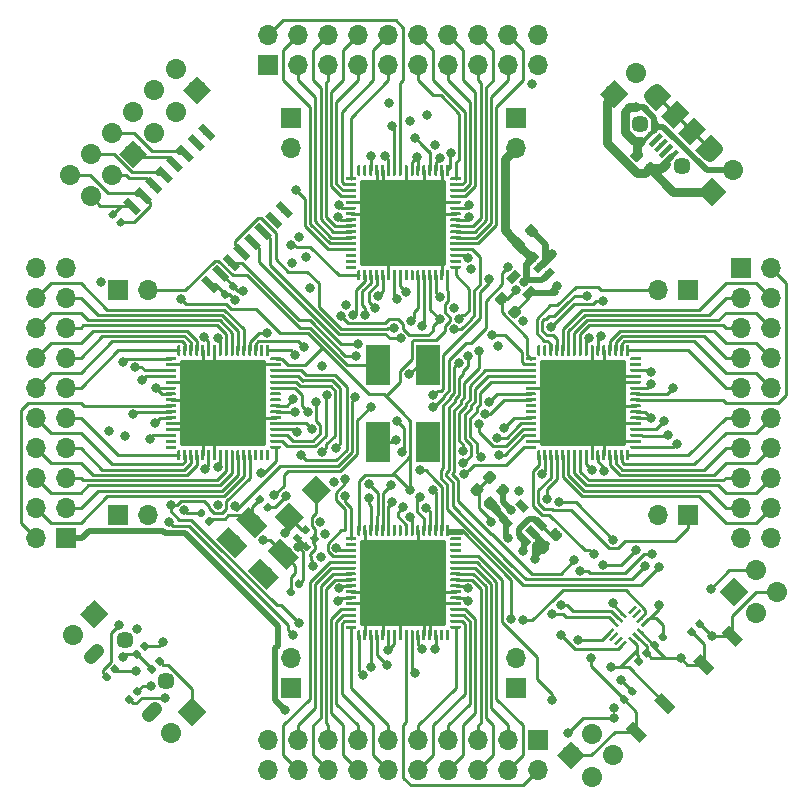
<source format=gbr>
G04 #@! TF.GenerationSoftware,KiCad,Pcbnew,5.0.2-bee76a0~70~ubuntu16.04.1*
G04 #@! TF.CreationDate,2019-08-08T02:08:13+03:00*
G04 #@! TF.ProjectId,FreeEEG32-alpha1.5,46726565-4545-4473-9332-2d616c706861,rev?*
G04 #@! TF.SameCoordinates,Original*
G04 #@! TF.FileFunction,Copper,L1,Top*
G04 #@! TF.FilePolarity,Positive*
%FSLAX46Y46*%
G04 Gerber Fmt 4.6, Leading zero omitted, Abs format (unit mm)*
G04 Created by KiCad (PCBNEW 5.0.2-bee76a0~70~ubuntu16.04.1) date Чт 08 авг 2019 02:08:13*
%MOMM*%
%LPD*%
G01*
G04 APERTURE LIST*
G04 #@! TA.AperFunction,ComponentPad*
%ADD10C,1.700000*%
G04 #@! TD*
G04 #@! TA.AperFunction,Conductor*
%ADD11C,1.700000*%
G04 #@! TD*
G04 #@! TA.AperFunction,Conductor*
%ADD12C,0.100000*%
G04 #@! TD*
G04 #@! TA.AperFunction,SMDPad,CuDef*
%ADD13R,2.000000X3.500000*%
G04 #@! TD*
G04 #@! TA.AperFunction,SMDPad,CuDef*
%ADD14C,0.900000*%
G04 #@! TD*
G04 #@! TA.AperFunction,SMDPad,CuDef*
%ADD15C,1.750000*%
G04 #@! TD*
G04 #@! TA.AperFunction,ComponentPad*
%ADD16C,1.200000*%
G04 #@! TD*
G04 #@! TA.AperFunction,Conductor*
%ADD17C,1.200000*%
G04 #@! TD*
G04 #@! TA.AperFunction,ComponentPad*
%ADD18C,1.450000*%
G04 #@! TD*
G04 #@! TA.AperFunction,SMDPad,CuDef*
%ADD19C,1.200000*%
G04 #@! TD*
G04 #@! TA.AperFunction,SMDPad,CuDef*
%ADD20C,1.500000*%
G04 #@! TD*
G04 #@! TA.AperFunction,SMDPad,CuDef*
%ADD21C,0.400000*%
G04 #@! TD*
G04 #@! TA.AperFunction,SMDPad,CuDef*
%ADD22C,0.250000*%
G04 #@! TD*
G04 #@! TA.AperFunction,SMDPad,CuDef*
%ADD23C,7.300000*%
G04 #@! TD*
G04 #@! TA.AperFunction,SMDPad,CuDef*
%ADD24C,0.600000*%
G04 #@! TD*
G04 #@! TA.AperFunction,SMDPad,CuDef*
%ADD25C,0.590000*%
G04 #@! TD*
G04 #@! TA.AperFunction,SMDPad,CuDef*
%ADD26C,0.875000*%
G04 #@! TD*
G04 #@! TA.AperFunction,SMDPad,CuDef*
%ADD27C,0.650000*%
G04 #@! TD*
G04 #@! TA.AperFunction,ComponentPad*
%ADD28R,1.700000X1.700000*%
G04 #@! TD*
G04 #@! TA.AperFunction,ComponentPad*
%ADD29O,1.700000X1.700000*%
G04 #@! TD*
G04 #@! TA.AperFunction,ViaPad*
%ADD30C,0.800000*%
G04 #@! TD*
G04 #@! TA.AperFunction,Conductor*
%ADD31C,0.250000*%
G04 #@! TD*
G04 #@! TA.AperFunction,Conductor*
%ADD32C,0.500000*%
G04 #@! TD*
G04 #@! TA.AperFunction,Conductor*
%ADD33C,0.750000*%
G04 #@! TD*
G04 APERTURE END LIST*
D10*
G04 #@! TO.P,J57,6*
G04 #@! TO.N,ISO_SPI_11_IND*
X-22860000Y24656051D03*
D11*
G04 #@! TD*
G04 #@! TO.N,ISO_SPI_11_IND*
G04 #@! TO.C,J57*
X-22860000Y24656051D02*
X-22860000Y24656051D01*
D10*
G04 #@! TO.P,J57,5*
G04 #@! TO.N,ISO_SPI_12_OUTC*
X-21063948Y22860000D03*
D11*
G04 #@! TD*
G04 #@! TO.N,ISO_SPI_12_OUTC*
G04 #@! TO.C,J57*
X-21063948Y22860000D02*
X-21063948Y22860000D01*
D10*
G04 #@! TO.P,J57,4*
G04 #@! TO.N,ISO_SPI_13_OUTB*
X-21063948Y26452102D03*
D11*
G04 #@! TD*
G04 #@! TO.N,ISO_SPI_13_OUTB*
G04 #@! TO.C,J57*
X-21063948Y26452102D02*
X-21063948Y26452102D01*
D10*
G04 #@! TO.P,J57,3*
G04 #@! TO.N,ISO_SPI_14_OUTA*
X-19267897Y24656051D03*
D11*
G04 #@! TD*
G04 #@! TO.N,ISO_SPI_14_OUTA*
G04 #@! TO.C,J57*
X-19267897Y24656051D02*
X-19267897Y24656051D01*
D10*
G04 #@! TO.P,J57,2*
G04 #@! TO.N,ISO_SPI_15_GND2*
X-19267897Y28248153D03*
D11*
G04 #@! TD*
G04 #@! TO.N,ISO_SPI_15_GND2*
G04 #@! TO.C,J57*
X-19267897Y28248153D02*
X-19267897Y28248153D01*
D10*
G04 #@! TO.P,J57,1*
G04 #@! TO.N,ISO_SPI_16_VCC2*
X-17471846Y26452102D03*
D12*
G04 #@! TD*
G04 #@! TO.N,ISO_SPI_16_VCC2*
G04 #@! TO.C,J57*
G36*
X-18673928Y26452102D02*
X-17471846Y27654184D01*
X-16269764Y26452102D01*
X-17471846Y25250020D01*
X-18673928Y26452102D01*
X-18673928Y26452102D01*
G37*
D13*
G04 #@! TO.P,U8,1*
G04 #@! TO.N,/CRYSTAL/1_NC*
X2062911Y-3286647D03*
G04 #@! TO.P,U8,2*
G04 #@! TO.N,ACC_6_GND*
X2062911Y3213353D03*
G04 #@! TO.P,U8,3*
G04 #@! TO.N,CRYSTAL_3_OUT*
X-2137089Y3213353D03*
G04 #@! TO.P,U8,4*
G04 #@! TO.N,CRYSTAL_4_Vin*
X-2137089Y-3286647D03*
G04 #@! TD*
D10*
G04 #@! TO.P,J82,4*
G04 #@! TO.N,MCU_25_NRST*
X31641051Y-15983949D03*
D11*
G04 #@! TD*
G04 #@! TO.N,MCU_25_NRST*
G04 #@! TO.C,J82*
X31641051Y-15983949D02*
X31641051Y-15983949D01*
D10*
G04 #@! TO.P,J82,3*
G04 #@! TO.N,MCU_48_PB2_BOOT1*
X29845000Y-14187898D03*
D11*
G04 #@! TD*
G04 #@! TO.N,MCU_48_PB2_BOOT1*
G04 #@! TO.C,J82*
X29845000Y-14187898D02*
X29845000Y-14187898D01*
D10*
G04 #@! TO.P,J82,2*
G04 #@! TO.N,MCU_105_PA13_SYS_JTMS-SWDIO*
X29845000Y-17780000D03*
D11*
G04 #@! TD*
G04 #@! TO.N,MCU_105_PA13_SYS_JTMS-SWDIO*
G04 #@! TO.C,J82*
X29845000Y-17780000D02*
X29845000Y-17780000D01*
D10*
G04 #@! TO.P,J82,1*
G04 #@! TO.N,MCU_109_PA14_SYS_JTCK-SWCLK*
X28048949Y-15983949D03*
D12*
G04 #@! TD*
G04 #@! TO.N,MCU_109_PA14_SYS_JTCK-SWCLK*
G04 #@! TO.C,J82*
G36*
X29251031Y-15983949D02*
X28048949Y-17186031D01*
X26846867Y-15983949D01*
X28048949Y-14781867D01*
X29251031Y-15983949D01*
X29251031Y-15983949D01*
G37*
D14*
G04 #@! TO.P,SW1,1*
G04 #@! TO.N,ACC_12_CS*
X22157082Y-25467918D03*
D12*
G04 #@! TD*
G04 #@! TO.N,ACC_12_CS*
G04 #@! TO.C,SW1*
G36*
X21874239Y-24548679D02*
X23076321Y-25750761D01*
X22439925Y-26387157D01*
X21237843Y-25185075D01*
X21874239Y-24548679D01*
X21874239Y-24548679D01*
G37*
D14*
G04 #@! TO.P,SW1,2*
G04 #@! TO.N,MCU_138_BOOT0*
X19752918Y-27872082D03*
D12*
G04 #@! TD*
G04 #@! TO.N,MCU_138_BOOT0*
G04 #@! TO.C,SW1*
G36*
X19470075Y-26952843D02*
X20672157Y-28154925D01*
X20035761Y-28791321D01*
X18833679Y-27589239D01*
X19470075Y-26952843D01*
X19470075Y-26952843D01*
G37*
D10*
G04 #@! TO.P,J63,2*
G04 #@! TO.N,ISO_USB_2_GND1*
X-19685000Y-27940000D03*
D11*
G04 #@! TD*
G04 #@! TO.N,ISO_USB_2_GND1*
G04 #@! TO.C,J63*
X-19685000Y-27940000D02*
X-19685000Y-27940000D01*
D10*
G04 #@! TO.P,J63,1*
G04 #@! TO.N,ISO_USB_1_VBUS1*
X-17888949Y-26143949D03*
D12*
G04 #@! TD*
G04 #@! TO.N,ISO_USB_1_VBUS1*
G04 #@! TO.C,J63*
G36*
X-17888949Y-27346031D02*
X-19091031Y-26143949D01*
X-17888949Y-24941867D01*
X-16686867Y-26143949D01*
X-17888949Y-27346031D01*
X-17888949Y-27346031D01*
G37*
D10*
G04 #@! TO.P,J64,2*
G04 #@! TO.N,ISO_USB_6_UD\2013*
X-27940000Y-19685000D03*
D11*
G04 #@! TD*
G04 #@! TO.N,ISO_USB_6_UD\2013*
G04 #@! TO.C,J64*
X-27940000Y-19685000D02*
X-27940000Y-19685000D01*
D10*
G04 #@! TO.P,J64,1*
G04 #@! TO.N,ISO_USB_7_UD+*
X-26143949Y-17888949D03*
D12*
G04 #@! TD*
G04 #@! TO.N,ISO_USB_7_UD+*
G04 #@! TO.C,J64*
G36*
X-26143949Y-19091031D02*
X-27346031Y-17888949D01*
X-26143949Y-16686867D01*
X-24941867Y-17888949D01*
X-26143949Y-19091031D01*
X-26143949Y-19091031D01*
G37*
D10*
G04 #@! TO.P,J62,1*
G04 #@! TO.N,POWER_2_VCC*
X26143949Y17888949D03*
D12*
G04 #@! TD*
G04 #@! TO.N,POWER_2_VCC*
G04 #@! TO.C,J62*
G36*
X26143949Y19091031D02*
X27346031Y17888949D01*
X26143949Y16686867D01*
X24941867Y17888949D01*
X26143949Y19091031D01*
X26143949Y19091031D01*
G37*
D10*
G04 #@! TO.P,J62,2*
G04 #@! TO.N,POWER_1_GND*
X27940000Y19685000D03*
D11*
G04 #@! TD*
G04 #@! TO.N,POWER_1_GND*
G04 #@! TO.C,J62*
X27940000Y19685000D02*
X27940000Y19685000D01*
D10*
G04 #@! TO.P,J61,2*
G04 #@! TO.N,POWER_1_GND*
X19685000Y27940000D03*
D11*
G04 #@! TD*
G04 #@! TO.N,POWER_1_GND*
G04 #@! TO.C,J61*
X19685000Y27940000D02*
X19685000Y27940000D01*
D10*
G04 #@! TO.P,J61,1*
G04 #@! TO.N,POWER_2_VCC*
X17888949Y26143949D03*
D12*
G04 #@! TD*
G04 #@! TO.N,POWER_2_VCC*
G04 #@! TO.C,J61*
G36*
X17888949Y27346031D02*
X19091031Y26143949D01*
X17888949Y24941867D01*
X16686867Y26143949D01*
X17888949Y27346031D01*
X17888949Y27346031D01*
G37*
D10*
G04 #@! TO.P,J58,6*
G04 #@! TO.N,ISO_UART_15_GND2*
X-28248154Y19267898D03*
D11*
G04 #@! TD*
G04 #@! TO.N,ISO_UART_15_GND2*
G04 #@! TO.C,J58*
X-28248154Y19267898D02*
X-28248154Y19267898D01*
D10*
G04 #@! TO.P,J58,5*
G04 #@! TO.N,ISO_UART_16_VCC2*
X-26452102Y17471847D03*
D11*
G04 #@! TD*
G04 #@! TO.N,ISO_UART_16_VCC2*
G04 #@! TO.C,J58*
X-26452102Y17471847D02*
X-26452102Y17471847D01*
D10*
G04 #@! TO.P,J58,4*
G04 #@! TO.N,ISO_UART_13_OUTB*
X-26452102Y21063949D03*
D11*
G04 #@! TD*
G04 #@! TO.N,ISO_UART_13_OUTB*
G04 #@! TO.C,J58*
X-26452102Y21063949D02*
X-26452102Y21063949D01*
D10*
G04 #@! TO.P,J58,3*
G04 #@! TO.N,ISO_UART_14_OUTA*
X-24656051Y19267898D03*
D11*
G04 #@! TD*
G04 #@! TO.N,ISO_UART_14_OUTA*
G04 #@! TO.C,J58*
X-24656051Y19267898D02*
X-24656051Y19267898D01*
D10*
G04 #@! TO.P,J58,2*
G04 #@! TO.N,ISO_UART_11_IND*
X-24656051Y22860000D03*
D11*
G04 #@! TD*
G04 #@! TO.N,ISO_UART_11_IND*
G04 #@! TO.C,J58*
X-24656051Y22860000D02*
X-24656051Y22860000D01*
D10*
G04 #@! TO.P,J58,1*
G04 #@! TO.N,ISO_UART_12_INC*
X-22860000Y21063949D03*
D12*
G04 #@! TD*
G04 #@! TO.N,ISO_UART_12_INC*
G04 #@! TO.C,J58*
G36*
X-24062082Y21063949D02*
X-22860000Y22266031D01*
X-21657918Y21063949D01*
X-22860000Y19861867D01*
X-24062082Y21063949D01*
X-24062082Y21063949D01*
G37*
D15*
G04 #@! TO.P,Y1,2*
G04 #@! TO.N,/MCU/9_PC15*
X-9638698Y-9689498D03*
D12*
G04 #@! TD*
G04 #@! TO.N,/MCU/9_PC15*
G04 #@! TO.C,Y1*
G36*
X-9656376Y-8434383D02*
X-8383583Y-9707176D01*
X-9621020Y-10944613D01*
X-10893813Y-9671820D01*
X-9656376Y-8434383D01*
X-9656376Y-8434383D01*
G37*
D15*
G04 #@! TO.P,Y1,1*
G04 #@! TO.N,/MCU/8_PC14*
X-7340600Y-7391400D03*
D12*
G04 #@! TD*
G04 #@! TO.N,/MCU/8_PC14*
G04 #@! TO.C,Y1*
G36*
X-7358278Y-6136285D02*
X-6085485Y-7409078D01*
X-7322922Y-8646515D01*
X-8595715Y-7373722D01*
X-7358278Y-6136285D01*
X-7358278Y-6136285D01*
G37*
D16*
G04 #@! TO.P,J51,6*
G04 #@! TO.N,/USB_DATA/6_Shield*
X-26209918Y-21260171D03*
D17*
G04 #@! TD*
G04 #@! TO.N,/USB_DATA/6_Shield*
G04 #@! TO.C,J51*
X-26457405Y-21507658D02*
X-25962431Y-21012684D01*
D16*
G04 #@! TO.P,J51,6*
G04 #@! TO.N,/USB_DATA/6_Shield*
X-21260171Y-26209918D03*
D17*
G04 #@! TD*
G04 #@! TO.N,/USB_DATA/6_Shield*
G04 #@! TO.C,J51*
X-21012684Y-25962431D02*
X-21507658Y-26457405D01*
D18*
G04 #@! TO.P,J51,6*
G04 #@! TO.N,/USB_DATA/6_Shield*
X-23593623Y-20058089D03*
X-20058089Y-23593623D03*
G04 #@! TD*
D19*
G04 #@! TO.P,J37,6*
G04 #@! TO.N,/USB_POWER/6_Shield*
X25785654Y21665691D03*
D12*
G04 #@! TD*
G04 #@! TO.N,/USB_POWER/6_Shield*
G04 #@! TO.C,J37*
G36*
X26881670Y21913178D02*
X25538167Y20569675D01*
X24689638Y21418204D01*
X26033141Y22761707D01*
X26881670Y21913178D01*
X26881670Y21913178D01*
G37*
D19*
G04 #@! TO.P,J37,6*
G04 #@! TO.N,/USB_POWER/6_Shield*
X21684435Y25766910D03*
D12*
G04 #@! TD*
G04 #@! TO.N,/USB_POWER/6_Shield*
G04 #@! TO.C,J37*
G36*
X22780451Y26014397D02*
X21436948Y24670894D01*
X20588419Y25519423D01*
X21931922Y26862926D01*
X22780451Y26014397D01*
X22780451Y26014397D01*
G37*
D16*
G04 #@! TO.P,J37,6*
G04 #@! TO.N,/USB_POWER/6_Shield*
X21260171Y26191174D03*
D17*
G04 #@! TD*
G04 #@! TO.N,/USB_POWER/6_Shield*
G04 #@! TO.C,J37*
X21012684Y25943687D02*
X21507658Y26438661D01*
D16*
G04 #@! TO.P,J37,6*
G04 #@! TO.N,/USB_POWER/6_Shield*
X26209918Y21241427D03*
D17*
G04 #@! TD*
G04 #@! TO.N,/USB_POWER/6_Shield*
G04 #@! TO.C,J37*
X26457405Y21488914D02*
X25962431Y20993940D01*
D20*
G04 #@! TO.P,J37,6*
G04 #@! TO.N,/USB_POWER/6_Shield*
X24442151Y23009194D03*
D12*
G04 #@! TD*
G04 #@! TO.N,/USB_POWER/6_Shield*
G04 #@! TO.C,J37*
G36*
X25644233Y23150615D02*
X24300730Y21807112D01*
X23240069Y22867773D01*
X24583572Y24211276D01*
X25644233Y23150615D01*
X25644233Y23150615D01*
G37*
D18*
G04 #@! TO.P,J37,6*
G04 #@! TO.N,/USB_POWER/6_Shield*
X20058089Y23574879D03*
D21*
G04 #@! TO.P,J37,3*
G04 #@! TO.N,/USB_POWER/3_D+*
X21825856Y21807112D03*
D12*
G04 #@! TD*
G04 #@! TO.N,/USB_POWER/3_D+*
G04 #@! TO.C,J37*
G36*
X22444574Y22142988D02*
X21489980Y21188394D01*
X21207138Y21471236D01*
X22161732Y22425830D01*
X22444574Y22142988D01*
X22444574Y22142988D01*
G37*
D21*
G04 #@! TO.P,J37,4*
G04 #@! TO.N,/USB_POWER/4_ID*
X21366237Y22266732D03*
D12*
G04 #@! TD*
G04 #@! TO.N,/USB_POWER/4_ID*
G04 #@! TO.C,J37*
G36*
X21984955Y22602608D02*
X21030361Y21648014D01*
X20747519Y21930856D01*
X21702113Y22885450D01*
X21984955Y22602608D01*
X21984955Y22602608D01*
G37*
D21*
G04 #@! TO.P,J37,5*
G04 #@! TO.N,POWER_1_GND*
X20906618Y22726351D03*
D12*
G04 #@! TD*
G04 #@! TO.N,POWER_1_GND*
G04 #@! TO.C,J37*
G36*
X21525336Y23062227D02*
X20570742Y22107633D01*
X20287900Y22390475D01*
X21242494Y23345069D01*
X21525336Y23062227D01*
X21525336Y23062227D01*
G37*
D21*
G04 #@! TO.P,J37,1*
G04 #@! TO.N,POWER_2_VCC*
X22745095Y20887874D03*
D12*
G04 #@! TD*
G04 #@! TO.N,POWER_2_VCC*
G04 #@! TO.C,J37*
G36*
X23363813Y21223750D02*
X22409219Y20269156D01*
X22126377Y20551998D01*
X23080971Y21506592D01*
X23363813Y21223750D01*
X23363813Y21223750D01*
G37*
D21*
G04 #@! TO.P,J37,2*
G04 #@! TO.N,/USB_POWER/2_D-*
X22285476Y21347493D03*
D12*
G04 #@! TD*
G04 #@! TO.N,/USB_POWER/2_D-*
G04 #@! TO.C,J37*
G36*
X22904194Y21683369D02*
X21949600Y20728775D01*
X21666758Y21011617D01*
X22621352Y21966211D01*
X22904194Y21683369D01*
X22904194Y21683369D01*
G37*
D18*
G04 #@! TO.P,J37,6*
G04 #@! TO.N,/USB_POWER/6_Shield*
X23593623Y20039345D03*
D20*
X23027938Y24423407D03*
D12*
G04 #@! TD*
G04 #@! TO.N,/USB_POWER/6_Shield*
G04 #@! TO.C,J37*
G36*
X24230020Y24564828D02*
X22886517Y23221325D01*
X21825856Y24281986D01*
X23169359Y25625489D01*
X24230020Y24564828D01*
X24230020Y24564828D01*
G37*
G04 #@! TO.N,/ADC1/64_AUXAIN-*
G04 #@! TO.C,U1*
G36*
X20058626Y3874699D02*
X20064693Y3873799D01*
X20070643Y3872309D01*
X20076418Y3870242D01*
X20081962Y3867620D01*
X20087223Y3864467D01*
X20092150Y3860813D01*
X20096694Y3856694D01*
X20100813Y3852150D01*
X20104467Y3847223D01*
X20107620Y3841962D01*
X20110242Y3836418D01*
X20112309Y3830643D01*
X20113799Y3824693D01*
X20114699Y3818626D01*
X20115000Y3812500D01*
X20115000Y3687500D01*
X20114699Y3681374D01*
X20113799Y3675307D01*
X20112309Y3669357D01*
X20110242Y3663582D01*
X20107620Y3658038D01*
X20104467Y3652777D01*
X20100813Y3647850D01*
X20096694Y3643306D01*
X20092150Y3639187D01*
X20087223Y3635533D01*
X20081962Y3632380D01*
X20076418Y3629758D01*
X20070643Y3627691D01*
X20064693Y3626201D01*
X20058626Y3625301D01*
X20052500Y3625000D01*
X19302500Y3625000D01*
X19296374Y3625301D01*
X19290307Y3626201D01*
X19284357Y3627691D01*
X19278582Y3629758D01*
X19273038Y3632380D01*
X19267777Y3635533D01*
X19262850Y3639187D01*
X19258306Y3643306D01*
X19254187Y3647850D01*
X19250533Y3652777D01*
X19247380Y3658038D01*
X19244758Y3663582D01*
X19242691Y3669357D01*
X19241201Y3675307D01*
X19240301Y3681374D01*
X19240000Y3687500D01*
X19240000Y3812500D01*
X19240301Y3818626D01*
X19241201Y3824693D01*
X19242691Y3830643D01*
X19244758Y3836418D01*
X19247380Y3841962D01*
X19250533Y3847223D01*
X19254187Y3852150D01*
X19258306Y3856694D01*
X19262850Y3860813D01*
X19267777Y3864467D01*
X19273038Y3867620D01*
X19278582Y3870242D01*
X19284357Y3872309D01*
X19290307Y3873799D01*
X19296374Y3874699D01*
X19302500Y3875000D01*
X20052500Y3875000D01*
X20058626Y3874699D01*
X20058626Y3874699D01*
G37*
D22*
G04 #@! TD*
G04 #@! TO.P,U1,64*
G04 #@! TO.N,/ADC1/64_AUXAIN-*
X19677500Y3750000D03*
D12*
G04 #@! TO.N,/ADC1/63_AUXAIN+*
G04 #@! TO.C,U1*
G36*
X20058626Y3374699D02*
X20064693Y3373799D01*
X20070643Y3372309D01*
X20076418Y3370242D01*
X20081962Y3367620D01*
X20087223Y3364467D01*
X20092150Y3360813D01*
X20096694Y3356694D01*
X20100813Y3352150D01*
X20104467Y3347223D01*
X20107620Y3341962D01*
X20110242Y3336418D01*
X20112309Y3330643D01*
X20113799Y3324693D01*
X20114699Y3318626D01*
X20115000Y3312500D01*
X20115000Y3187500D01*
X20114699Y3181374D01*
X20113799Y3175307D01*
X20112309Y3169357D01*
X20110242Y3163582D01*
X20107620Y3158038D01*
X20104467Y3152777D01*
X20100813Y3147850D01*
X20096694Y3143306D01*
X20092150Y3139187D01*
X20087223Y3135533D01*
X20081962Y3132380D01*
X20076418Y3129758D01*
X20070643Y3127691D01*
X20064693Y3126201D01*
X20058626Y3125301D01*
X20052500Y3125000D01*
X19302500Y3125000D01*
X19296374Y3125301D01*
X19290307Y3126201D01*
X19284357Y3127691D01*
X19278582Y3129758D01*
X19273038Y3132380D01*
X19267777Y3135533D01*
X19262850Y3139187D01*
X19258306Y3143306D01*
X19254187Y3147850D01*
X19250533Y3152777D01*
X19247380Y3158038D01*
X19244758Y3163582D01*
X19242691Y3169357D01*
X19241201Y3175307D01*
X19240301Y3181374D01*
X19240000Y3187500D01*
X19240000Y3312500D01*
X19240301Y3318626D01*
X19241201Y3324693D01*
X19242691Y3330643D01*
X19244758Y3336418D01*
X19247380Y3341962D01*
X19250533Y3347223D01*
X19254187Y3352150D01*
X19258306Y3356694D01*
X19262850Y3360813D01*
X19267777Y3364467D01*
X19273038Y3367620D01*
X19278582Y3370242D01*
X19284357Y3372309D01*
X19290307Y3373799D01*
X19296374Y3374699D01*
X19302500Y3375000D01*
X20052500Y3375000D01*
X20058626Y3374699D01*
X20058626Y3374699D01*
G37*
D22*
G04 #@! TD*
G04 #@! TO.P,U1,63*
G04 #@! TO.N,/ADC1/63_AUXAIN+*
X19677500Y3250000D03*
D12*
G04 #@! TO.N,ADC1_43_AVDD1B*
G04 #@! TO.C,U1*
G36*
X20058626Y2874699D02*
X20064693Y2873799D01*
X20070643Y2872309D01*
X20076418Y2870242D01*
X20081962Y2867620D01*
X20087223Y2864467D01*
X20092150Y2860813D01*
X20096694Y2856694D01*
X20100813Y2852150D01*
X20104467Y2847223D01*
X20107620Y2841962D01*
X20110242Y2836418D01*
X20112309Y2830643D01*
X20113799Y2824693D01*
X20114699Y2818626D01*
X20115000Y2812500D01*
X20115000Y2687500D01*
X20114699Y2681374D01*
X20113799Y2675307D01*
X20112309Y2669357D01*
X20110242Y2663582D01*
X20107620Y2658038D01*
X20104467Y2652777D01*
X20100813Y2647850D01*
X20096694Y2643306D01*
X20092150Y2639187D01*
X20087223Y2635533D01*
X20081962Y2632380D01*
X20076418Y2629758D01*
X20070643Y2627691D01*
X20064693Y2626201D01*
X20058626Y2625301D01*
X20052500Y2625000D01*
X19302500Y2625000D01*
X19296374Y2625301D01*
X19290307Y2626201D01*
X19284357Y2627691D01*
X19278582Y2629758D01*
X19273038Y2632380D01*
X19267777Y2635533D01*
X19262850Y2639187D01*
X19258306Y2643306D01*
X19254187Y2647850D01*
X19250533Y2652777D01*
X19247380Y2658038D01*
X19244758Y2663582D01*
X19242691Y2669357D01*
X19241201Y2675307D01*
X19240301Y2681374D01*
X19240000Y2687500D01*
X19240000Y2812500D01*
X19240301Y2818626D01*
X19241201Y2824693D01*
X19242691Y2830643D01*
X19244758Y2836418D01*
X19247380Y2841962D01*
X19250533Y2847223D01*
X19254187Y2852150D01*
X19258306Y2856694D01*
X19262850Y2860813D01*
X19267777Y2864467D01*
X19273038Y2867620D01*
X19278582Y2870242D01*
X19284357Y2872309D01*
X19290307Y2873799D01*
X19296374Y2874699D01*
X19302500Y2875000D01*
X20052500Y2875000D01*
X20058626Y2874699D01*
X20058626Y2874699D01*
G37*
D22*
G04 #@! TD*
G04 #@! TO.P,U1,62*
G04 #@! TO.N,ADC1_43_AVDD1B*
X19677500Y2750000D03*
D12*
G04 #@! TO.N,ACC_6_GND*
G04 #@! TO.C,U1*
G36*
X20058626Y2374699D02*
X20064693Y2373799D01*
X20070643Y2372309D01*
X20076418Y2370242D01*
X20081962Y2367620D01*
X20087223Y2364467D01*
X20092150Y2360813D01*
X20096694Y2356694D01*
X20100813Y2352150D01*
X20104467Y2347223D01*
X20107620Y2341962D01*
X20110242Y2336418D01*
X20112309Y2330643D01*
X20113799Y2324693D01*
X20114699Y2318626D01*
X20115000Y2312500D01*
X20115000Y2187500D01*
X20114699Y2181374D01*
X20113799Y2175307D01*
X20112309Y2169357D01*
X20110242Y2163582D01*
X20107620Y2158038D01*
X20104467Y2152777D01*
X20100813Y2147850D01*
X20096694Y2143306D01*
X20092150Y2139187D01*
X20087223Y2135533D01*
X20081962Y2132380D01*
X20076418Y2129758D01*
X20070643Y2127691D01*
X20064693Y2126201D01*
X20058626Y2125301D01*
X20052500Y2125000D01*
X19302500Y2125000D01*
X19296374Y2125301D01*
X19290307Y2126201D01*
X19284357Y2127691D01*
X19278582Y2129758D01*
X19273038Y2132380D01*
X19267777Y2135533D01*
X19262850Y2139187D01*
X19258306Y2143306D01*
X19254187Y2147850D01*
X19250533Y2152777D01*
X19247380Y2158038D01*
X19244758Y2163582D01*
X19242691Y2169357D01*
X19241201Y2175307D01*
X19240301Y2181374D01*
X19240000Y2187500D01*
X19240000Y2312500D01*
X19240301Y2318626D01*
X19241201Y2324693D01*
X19242691Y2330643D01*
X19244758Y2336418D01*
X19247380Y2341962D01*
X19250533Y2347223D01*
X19254187Y2352150D01*
X19258306Y2356694D01*
X19262850Y2360813D01*
X19267777Y2364467D01*
X19273038Y2367620D01*
X19278582Y2370242D01*
X19284357Y2372309D01*
X19290307Y2373799D01*
X19296374Y2374699D01*
X19302500Y2375000D01*
X20052500Y2375000D01*
X20058626Y2374699D01*
X20058626Y2374699D01*
G37*
D22*
G04 #@! TD*
G04 #@! TO.P,U1,61*
G04 #@! TO.N,ACC_6_GND*
X19677500Y2250000D03*
D12*
G04 #@! TO.N,ACC_6_GND*
G04 #@! TO.C,U1*
G36*
X20058626Y1874699D02*
X20064693Y1873799D01*
X20070643Y1872309D01*
X20076418Y1870242D01*
X20081962Y1867620D01*
X20087223Y1864467D01*
X20092150Y1860813D01*
X20096694Y1856694D01*
X20100813Y1852150D01*
X20104467Y1847223D01*
X20107620Y1841962D01*
X20110242Y1836418D01*
X20112309Y1830643D01*
X20113799Y1824693D01*
X20114699Y1818626D01*
X20115000Y1812500D01*
X20115000Y1687500D01*
X20114699Y1681374D01*
X20113799Y1675307D01*
X20112309Y1669357D01*
X20110242Y1663582D01*
X20107620Y1658038D01*
X20104467Y1652777D01*
X20100813Y1647850D01*
X20096694Y1643306D01*
X20092150Y1639187D01*
X20087223Y1635533D01*
X20081962Y1632380D01*
X20076418Y1629758D01*
X20070643Y1627691D01*
X20064693Y1626201D01*
X20058626Y1625301D01*
X20052500Y1625000D01*
X19302500Y1625000D01*
X19296374Y1625301D01*
X19290307Y1626201D01*
X19284357Y1627691D01*
X19278582Y1629758D01*
X19273038Y1632380D01*
X19267777Y1635533D01*
X19262850Y1639187D01*
X19258306Y1643306D01*
X19254187Y1647850D01*
X19250533Y1652777D01*
X19247380Y1658038D01*
X19244758Y1663582D01*
X19242691Y1669357D01*
X19241201Y1675307D01*
X19240301Y1681374D01*
X19240000Y1687500D01*
X19240000Y1812500D01*
X19240301Y1818626D01*
X19241201Y1824693D01*
X19242691Y1830643D01*
X19244758Y1836418D01*
X19247380Y1841962D01*
X19250533Y1847223D01*
X19254187Y1852150D01*
X19258306Y1856694D01*
X19262850Y1860813D01*
X19267777Y1864467D01*
X19273038Y1867620D01*
X19278582Y1870242D01*
X19284357Y1872309D01*
X19290307Y1873799D01*
X19296374Y1874699D01*
X19302500Y1875000D01*
X20052500Y1875000D01*
X20058626Y1874699D01*
X20058626Y1874699D01*
G37*
D22*
G04 #@! TD*
G04 #@! TO.P,U1,60*
G04 #@! TO.N,ACC_6_GND*
X19677500Y1750000D03*
D12*
G04 #@! TO.N,/ADC1/59_AREG1CAP*
G04 #@! TO.C,U1*
G36*
X20058626Y1374699D02*
X20064693Y1373799D01*
X20070643Y1372309D01*
X20076418Y1370242D01*
X20081962Y1367620D01*
X20087223Y1364467D01*
X20092150Y1360813D01*
X20096694Y1356694D01*
X20100813Y1352150D01*
X20104467Y1347223D01*
X20107620Y1341962D01*
X20110242Y1336418D01*
X20112309Y1330643D01*
X20113799Y1324693D01*
X20114699Y1318626D01*
X20115000Y1312500D01*
X20115000Y1187500D01*
X20114699Y1181374D01*
X20113799Y1175307D01*
X20112309Y1169357D01*
X20110242Y1163582D01*
X20107620Y1158038D01*
X20104467Y1152777D01*
X20100813Y1147850D01*
X20096694Y1143306D01*
X20092150Y1139187D01*
X20087223Y1135533D01*
X20081962Y1132380D01*
X20076418Y1129758D01*
X20070643Y1127691D01*
X20064693Y1126201D01*
X20058626Y1125301D01*
X20052500Y1125000D01*
X19302500Y1125000D01*
X19296374Y1125301D01*
X19290307Y1126201D01*
X19284357Y1127691D01*
X19278582Y1129758D01*
X19273038Y1132380D01*
X19267777Y1135533D01*
X19262850Y1139187D01*
X19258306Y1143306D01*
X19254187Y1147850D01*
X19250533Y1152777D01*
X19247380Y1158038D01*
X19244758Y1163582D01*
X19242691Y1169357D01*
X19241201Y1175307D01*
X19240301Y1181374D01*
X19240000Y1187500D01*
X19240000Y1312500D01*
X19240301Y1318626D01*
X19241201Y1324693D01*
X19242691Y1330643D01*
X19244758Y1336418D01*
X19247380Y1341962D01*
X19250533Y1347223D01*
X19254187Y1352150D01*
X19258306Y1356694D01*
X19262850Y1360813D01*
X19267777Y1364467D01*
X19273038Y1367620D01*
X19278582Y1370242D01*
X19284357Y1372309D01*
X19290307Y1373799D01*
X19296374Y1374699D01*
X19302500Y1375000D01*
X20052500Y1375000D01*
X20058626Y1374699D01*
X20058626Y1374699D01*
G37*
D22*
G04 #@! TD*
G04 #@! TO.P,U1,59*
G04 #@! TO.N,/ADC1/59_AREG1CAP*
X19677500Y1250000D03*
D12*
G04 #@! TO.N,ADC1_43_AVDD1B*
G04 #@! TO.C,U1*
G36*
X20058626Y874699D02*
X20064693Y873799D01*
X20070643Y872309D01*
X20076418Y870242D01*
X20081962Y867620D01*
X20087223Y864467D01*
X20092150Y860813D01*
X20096694Y856694D01*
X20100813Y852150D01*
X20104467Y847223D01*
X20107620Y841962D01*
X20110242Y836418D01*
X20112309Y830643D01*
X20113799Y824693D01*
X20114699Y818626D01*
X20115000Y812500D01*
X20115000Y687500D01*
X20114699Y681374D01*
X20113799Y675307D01*
X20112309Y669357D01*
X20110242Y663582D01*
X20107620Y658038D01*
X20104467Y652777D01*
X20100813Y647850D01*
X20096694Y643306D01*
X20092150Y639187D01*
X20087223Y635533D01*
X20081962Y632380D01*
X20076418Y629758D01*
X20070643Y627691D01*
X20064693Y626201D01*
X20058626Y625301D01*
X20052500Y625000D01*
X19302500Y625000D01*
X19296374Y625301D01*
X19290307Y626201D01*
X19284357Y627691D01*
X19278582Y629758D01*
X19273038Y632380D01*
X19267777Y635533D01*
X19262850Y639187D01*
X19258306Y643306D01*
X19254187Y647850D01*
X19250533Y652777D01*
X19247380Y658038D01*
X19244758Y663582D01*
X19242691Y669357D01*
X19241201Y675307D01*
X19240301Y681374D01*
X19240000Y687500D01*
X19240000Y812500D01*
X19240301Y818626D01*
X19241201Y824693D01*
X19242691Y830643D01*
X19244758Y836418D01*
X19247380Y841962D01*
X19250533Y847223D01*
X19254187Y852150D01*
X19258306Y856694D01*
X19262850Y860813D01*
X19267777Y864467D01*
X19273038Y867620D01*
X19278582Y870242D01*
X19284357Y872309D01*
X19290307Y873799D01*
X19296374Y874699D01*
X19302500Y875000D01*
X20052500Y875000D01*
X20058626Y874699D01*
X20058626Y874699D01*
G37*
D22*
G04 #@! TD*
G04 #@! TO.P,U1,58*
G04 #@! TO.N,ADC1_43_AVDD1B*
X19677500Y750000D03*
D12*
G04 #@! TO.N,ADC1_57_VCM*
G04 #@! TO.C,U1*
G36*
X20058626Y374699D02*
X20064693Y373799D01*
X20070643Y372309D01*
X20076418Y370242D01*
X20081962Y367620D01*
X20087223Y364467D01*
X20092150Y360813D01*
X20096694Y356694D01*
X20100813Y352150D01*
X20104467Y347223D01*
X20107620Y341962D01*
X20110242Y336418D01*
X20112309Y330643D01*
X20113799Y324693D01*
X20114699Y318626D01*
X20115000Y312500D01*
X20115000Y187500D01*
X20114699Y181374D01*
X20113799Y175307D01*
X20112309Y169357D01*
X20110242Y163582D01*
X20107620Y158038D01*
X20104467Y152777D01*
X20100813Y147850D01*
X20096694Y143306D01*
X20092150Y139187D01*
X20087223Y135533D01*
X20081962Y132380D01*
X20076418Y129758D01*
X20070643Y127691D01*
X20064693Y126201D01*
X20058626Y125301D01*
X20052500Y125000D01*
X19302500Y125000D01*
X19296374Y125301D01*
X19290307Y126201D01*
X19284357Y127691D01*
X19278582Y129758D01*
X19273038Y132380D01*
X19267777Y135533D01*
X19262850Y139187D01*
X19258306Y143306D01*
X19254187Y147850D01*
X19250533Y152777D01*
X19247380Y158038D01*
X19244758Y163582D01*
X19242691Y169357D01*
X19241201Y175307D01*
X19240301Y181374D01*
X19240000Y187500D01*
X19240000Y312500D01*
X19240301Y318626D01*
X19241201Y324693D01*
X19242691Y330643D01*
X19244758Y336418D01*
X19247380Y341962D01*
X19250533Y347223D01*
X19254187Y352150D01*
X19258306Y356694D01*
X19262850Y360813D01*
X19267777Y364467D01*
X19273038Y367620D01*
X19278582Y370242D01*
X19284357Y372309D01*
X19290307Y373799D01*
X19296374Y374699D01*
X19302500Y375000D01*
X20052500Y375000D01*
X20058626Y374699D01*
X20058626Y374699D01*
G37*
D22*
G04 #@! TD*
G04 #@! TO.P,U1,57*
G04 #@! TO.N,ADC1_57_VCM*
X19677500Y250000D03*
D12*
G04 #@! TO.N,ACC_6_GND*
G04 #@! TO.C,U1*
G36*
X20058626Y-125301D02*
X20064693Y-126201D01*
X20070643Y-127691D01*
X20076418Y-129758D01*
X20081962Y-132380D01*
X20087223Y-135533D01*
X20092150Y-139187D01*
X20096694Y-143306D01*
X20100813Y-147850D01*
X20104467Y-152777D01*
X20107620Y-158038D01*
X20110242Y-163582D01*
X20112309Y-169357D01*
X20113799Y-175307D01*
X20114699Y-181374D01*
X20115000Y-187500D01*
X20115000Y-312500D01*
X20114699Y-318626D01*
X20113799Y-324693D01*
X20112309Y-330643D01*
X20110242Y-336418D01*
X20107620Y-341962D01*
X20104467Y-347223D01*
X20100813Y-352150D01*
X20096694Y-356694D01*
X20092150Y-360813D01*
X20087223Y-364467D01*
X20081962Y-367620D01*
X20076418Y-370242D01*
X20070643Y-372309D01*
X20064693Y-373799D01*
X20058626Y-374699D01*
X20052500Y-375000D01*
X19302500Y-375000D01*
X19296374Y-374699D01*
X19290307Y-373799D01*
X19284357Y-372309D01*
X19278582Y-370242D01*
X19273038Y-367620D01*
X19267777Y-364467D01*
X19262850Y-360813D01*
X19258306Y-356694D01*
X19254187Y-352150D01*
X19250533Y-347223D01*
X19247380Y-341962D01*
X19244758Y-336418D01*
X19242691Y-330643D01*
X19241201Y-324693D01*
X19240301Y-318626D01*
X19240000Y-312500D01*
X19240000Y-187500D01*
X19240301Y-181374D01*
X19241201Y-175307D01*
X19242691Y-169357D01*
X19244758Y-163582D01*
X19247380Y-158038D01*
X19250533Y-152777D01*
X19254187Y-147850D01*
X19258306Y-143306D01*
X19262850Y-139187D01*
X19267777Y-135533D01*
X19273038Y-132380D01*
X19278582Y-129758D01*
X19284357Y-127691D01*
X19290307Y-126201D01*
X19296374Y-125301D01*
X19302500Y-125000D01*
X20052500Y-125000D01*
X20058626Y-125301D01*
X20058626Y-125301D01*
G37*
D22*
G04 #@! TD*
G04 #@! TO.P,U1,56*
G04 #@! TO.N,ACC_6_GND*
X19677500Y-250000D03*
D12*
G04 #@! TO.N,ADC1_24_IOVDD*
G04 #@! TO.C,U1*
G36*
X20058626Y-625301D02*
X20064693Y-626201D01*
X20070643Y-627691D01*
X20076418Y-629758D01*
X20081962Y-632380D01*
X20087223Y-635533D01*
X20092150Y-639187D01*
X20096694Y-643306D01*
X20100813Y-647850D01*
X20104467Y-652777D01*
X20107620Y-658038D01*
X20110242Y-663582D01*
X20112309Y-669357D01*
X20113799Y-675307D01*
X20114699Y-681374D01*
X20115000Y-687500D01*
X20115000Y-812500D01*
X20114699Y-818626D01*
X20113799Y-824693D01*
X20112309Y-830643D01*
X20110242Y-836418D01*
X20107620Y-841962D01*
X20104467Y-847223D01*
X20100813Y-852150D01*
X20096694Y-856694D01*
X20092150Y-860813D01*
X20087223Y-864467D01*
X20081962Y-867620D01*
X20076418Y-870242D01*
X20070643Y-872309D01*
X20064693Y-873799D01*
X20058626Y-874699D01*
X20052500Y-875000D01*
X19302500Y-875000D01*
X19296374Y-874699D01*
X19290307Y-873799D01*
X19284357Y-872309D01*
X19278582Y-870242D01*
X19273038Y-867620D01*
X19267777Y-864467D01*
X19262850Y-860813D01*
X19258306Y-856694D01*
X19254187Y-852150D01*
X19250533Y-847223D01*
X19247380Y-841962D01*
X19244758Y-836418D01*
X19242691Y-830643D01*
X19241201Y-824693D01*
X19240301Y-818626D01*
X19240000Y-812500D01*
X19240000Y-687500D01*
X19240301Y-681374D01*
X19241201Y-675307D01*
X19242691Y-669357D01*
X19244758Y-663582D01*
X19247380Y-658038D01*
X19250533Y-652777D01*
X19254187Y-647850D01*
X19258306Y-643306D01*
X19262850Y-639187D01*
X19267777Y-635533D01*
X19273038Y-632380D01*
X19278582Y-629758D01*
X19284357Y-627691D01*
X19290307Y-626201D01*
X19296374Y-625301D01*
X19302500Y-625000D01*
X20052500Y-625000D01*
X20058626Y-625301D01*
X20058626Y-625301D01*
G37*
D22*
G04 #@! TD*
G04 #@! TO.P,U1,55*
G04 #@! TO.N,ADC1_24_IOVDD*
X19677500Y-750000D03*
D12*
G04 #@! TO.N,ADC1_24_IOVDD*
G04 #@! TO.C,U1*
G36*
X20058626Y-1125301D02*
X20064693Y-1126201D01*
X20070643Y-1127691D01*
X20076418Y-1129758D01*
X20081962Y-1132380D01*
X20087223Y-1135533D01*
X20092150Y-1139187D01*
X20096694Y-1143306D01*
X20100813Y-1147850D01*
X20104467Y-1152777D01*
X20107620Y-1158038D01*
X20110242Y-1163582D01*
X20112309Y-1169357D01*
X20113799Y-1175307D01*
X20114699Y-1181374D01*
X20115000Y-1187500D01*
X20115000Y-1312500D01*
X20114699Y-1318626D01*
X20113799Y-1324693D01*
X20112309Y-1330643D01*
X20110242Y-1336418D01*
X20107620Y-1341962D01*
X20104467Y-1347223D01*
X20100813Y-1352150D01*
X20096694Y-1356694D01*
X20092150Y-1360813D01*
X20087223Y-1364467D01*
X20081962Y-1367620D01*
X20076418Y-1370242D01*
X20070643Y-1372309D01*
X20064693Y-1373799D01*
X20058626Y-1374699D01*
X20052500Y-1375000D01*
X19302500Y-1375000D01*
X19296374Y-1374699D01*
X19290307Y-1373799D01*
X19284357Y-1372309D01*
X19278582Y-1370242D01*
X19273038Y-1367620D01*
X19267777Y-1364467D01*
X19262850Y-1360813D01*
X19258306Y-1356694D01*
X19254187Y-1352150D01*
X19250533Y-1347223D01*
X19247380Y-1341962D01*
X19244758Y-1336418D01*
X19242691Y-1330643D01*
X19241201Y-1324693D01*
X19240301Y-1318626D01*
X19240000Y-1312500D01*
X19240000Y-1187500D01*
X19240301Y-1181374D01*
X19241201Y-1175307D01*
X19242691Y-1169357D01*
X19244758Y-1163582D01*
X19247380Y-1158038D01*
X19250533Y-1152777D01*
X19254187Y-1147850D01*
X19258306Y-1143306D01*
X19262850Y-1139187D01*
X19267777Y-1135533D01*
X19273038Y-1132380D01*
X19278582Y-1129758D01*
X19284357Y-1127691D01*
X19290307Y-1126201D01*
X19296374Y-1125301D01*
X19302500Y-1125000D01*
X20052500Y-1125000D01*
X20058626Y-1125301D01*
X20058626Y-1125301D01*
G37*
D22*
G04 #@! TD*
G04 #@! TO.P,U1,54*
G04 #@! TO.N,ADC1_24_IOVDD*
X19677500Y-1250000D03*
D12*
G04 #@! TO.N,ACC_6_GND*
G04 #@! TO.C,U1*
G36*
X20058626Y-1625301D02*
X20064693Y-1626201D01*
X20070643Y-1627691D01*
X20076418Y-1629758D01*
X20081962Y-1632380D01*
X20087223Y-1635533D01*
X20092150Y-1639187D01*
X20096694Y-1643306D01*
X20100813Y-1647850D01*
X20104467Y-1652777D01*
X20107620Y-1658038D01*
X20110242Y-1663582D01*
X20112309Y-1669357D01*
X20113799Y-1675307D01*
X20114699Y-1681374D01*
X20115000Y-1687500D01*
X20115000Y-1812500D01*
X20114699Y-1818626D01*
X20113799Y-1824693D01*
X20112309Y-1830643D01*
X20110242Y-1836418D01*
X20107620Y-1841962D01*
X20104467Y-1847223D01*
X20100813Y-1852150D01*
X20096694Y-1856694D01*
X20092150Y-1860813D01*
X20087223Y-1864467D01*
X20081962Y-1867620D01*
X20076418Y-1870242D01*
X20070643Y-1872309D01*
X20064693Y-1873799D01*
X20058626Y-1874699D01*
X20052500Y-1875000D01*
X19302500Y-1875000D01*
X19296374Y-1874699D01*
X19290307Y-1873799D01*
X19284357Y-1872309D01*
X19278582Y-1870242D01*
X19273038Y-1867620D01*
X19267777Y-1864467D01*
X19262850Y-1860813D01*
X19258306Y-1856694D01*
X19254187Y-1852150D01*
X19250533Y-1847223D01*
X19247380Y-1841962D01*
X19244758Y-1836418D01*
X19242691Y-1830643D01*
X19241201Y-1824693D01*
X19240301Y-1818626D01*
X19240000Y-1812500D01*
X19240000Y-1687500D01*
X19240301Y-1681374D01*
X19241201Y-1675307D01*
X19242691Y-1669357D01*
X19244758Y-1663582D01*
X19247380Y-1658038D01*
X19250533Y-1652777D01*
X19254187Y-1647850D01*
X19258306Y-1643306D01*
X19262850Y-1639187D01*
X19267777Y-1635533D01*
X19273038Y-1632380D01*
X19278582Y-1629758D01*
X19284357Y-1627691D01*
X19290307Y-1626201D01*
X19296374Y-1625301D01*
X19302500Y-1625000D01*
X20052500Y-1625000D01*
X20058626Y-1625301D01*
X20058626Y-1625301D01*
G37*
D22*
G04 #@! TD*
G04 #@! TO.P,U1,53*
G04 #@! TO.N,ACC_6_GND*
X19677500Y-1750000D03*
D12*
G04 #@! TO.N,ADC1_43_AVDD1B*
G04 #@! TO.C,U1*
G36*
X20058626Y-2125301D02*
X20064693Y-2126201D01*
X20070643Y-2127691D01*
X20076418Y-2129758D01*
X20081962Y-2132380D01*
X20087223Y-2135533D01*
X20092150Y-2139187D01*
X20096694Y-2143306D01*
X20100813Y-2147850D01*
X20104467Y-2152777D01*
X20107620Y-2158038D01*
X20110242Y-2163582D01*
X20112309Y-2169357D01*
X20113799Y-2175307D01*
X20114699Y-2181374D01*
X20115000Y-2187500D01*
X20115000Y-2312500D01*
X20114699Y-2318626D01*
X20113799Y-2324693D01*
X20112309Y-2330643D01*
X20110242Y-2336418D01*
X20107620Y-2341962D01*
X20104467Y-2347223D01*
X20100813Y-2352150D01*
X20096694Y-2356694D01*
X20092150Y-2360813D01*
X20087223Y-2364467D01*
X20081962Y-2367620D01*
X20076418Y-2370242D01*
X20070643Y-2372309D01*
X20064693Y-2373799D01*
X20058626Y-2374699D01*
X20052500Y-2375000D01*
X19302500Y-2375000D01*
X19296374Y-2374699D01*
X19290307Y-2373799D01*
X19284357Y-2372309D01*
X19278582Y-2370242D01*
X19273038Y-2367620D01*
X19267777Y-2364467D01*
X19262850Y-2360813D01*
X19258306Y-2356694D01*
X19254187Y-2352150D01*
X19250533Y-2347223D01*
X19247380Y-2341962D01*
X19244758Y-2336418D01*
X19242691Y-2330643D01*
X19241201Y-2324693D01*
X19240301Y-2318626D01*
X19240000Y-2312500D01*
X19240000Y-2187500D01*
X19240301Y-2181374D01*
X19241201Y-2175307D01*
X19242691Y-2169357D01*
X19244758Y-2163582D01*
X19247380Y-2158038D01*
X19250533Y-2152777D01*
X19254187Y-2147850D01*
X19258306Y-2143306D01*
X19262850Y-2139187D01*
X19267777Y-2135533D01*
X19273038Y-2132380D01*
X19278582Y-2129758D01*
X19284357Y-2127691D01*
X19290307Y-2126201D01*
X19296374Y-2125301D01*
X19302500Y-2125000D01*
X20052500Y-2125000D01*
X20058626Y-2125301D01*
X20058626Y-2125301D01*
G37*
D22*
G04 #@! TD*
G04 #@! TO.P,U1,52*
G04 #@! TO.N,ADC1_43_AVDD1B*
X19677500Y-2250000D03*
D12*
G04 #@! TO.N,/ADC1/51_AREG2CAP*
G04 #@! TO.C,U1*
G36*
X20058626Y-2625301D02*
X20064693Y-2626201D01*
X20070643Y-2627691D01*
X20076418Y-2629758D01*
X20081962Y-2632380D01*
X20087223Y-2635533D01*
X20092150Y-2639187D01*
X20096694Y-2643306D01*
X20100813Y-2647850D01*
X20104467Y-2652777D01*
X20107620Y-2658038D01*
X20110242Y-2663582D01*
X20112309Y-2669357D01*
X20113799Y-2675307D01*
X20114699Y-2681374D01*
X20115000Y-2687500D01*
X20115000Y-2812500D01*
X20114699Y-2818626D01*
X20113799Y-2824693D01*
X20112309Y-2830643D01*
X20110242Y-2836418D01*
X20107620Y-2841962D01*
X20104467Y-2847223D01*
X20100813Y-2852150D01*
X20096694Y-2856694D01*
X20092150Y-2860813D01*
X20087223Y-2864467D01*
X20081962Y-2867620D01*
X20076418Y-2870242D01*
X20070643Y-2872309D01*
X20064693Y-2873799D01*
X20058626Y-2874699D01*
X20052500Y-2875000D01*
X19302500Y-2875000D01*
X19296374Y-2874699D01*
X19290307Y-2873799D01*
X19284357Y-2872309D01*
X19278582Y-2870242D01*
X19273038Y-2867620D01*
X19267777Y-2864467D01*
X19262850Y-2860813D01*
X19258306Y-2856694D01*
X19254187Y-2852150D01*
X19250533Y-2847223D01*
X19247380Y-2841962D01*
X19244758Y-2836418D01*
X19242691Y-2830643D01*
X19241201Y-2824693D01*
X19240301Y-2818626D01*
X19240000Y-2812500D01*
X19240000Y-2687500D01*
X19240301Y-2681374D01*
X19241201Y-2675307D01*
X19242691Y-2669357D01*
X19244758Y-2663582D01*
X19247380Y-2658038D01*
X19250533Y-2652777D01*
X19254187Y-2647850D01*
X19258306Y-2643306D01*
X19262850Y-2639187D01*
X19267777Y-2635533D01*
X19273038Y-2632380D01*
X19278582Y-2629758D01*
X19284357Y-2627691D01*
X19290307Y-2626201D01*
X19296374Y-2625301D01*
X19302500Y-2625000D01*
X20052500Y-2625000D01*
X20058626Y-2625301D01*
X20058626Y-2625301D01*
G37*
D22*
G04 #@! TD*
G04 #@! TO.P,U1,51*
G04 #@! TO.N,/ADC1/51_AREG2CAP*
X19677500Y-2750000D03*
D12*
G04 #@! TO.N,ACC_6_GND*
G04 #@! TO.C,U1*
G36*
X20058626Y-3125301D02*
X20064693Y-3126201D01*
X20070643Y-3127691D01*
X20076418Y-3129758D01*
X20081962Y-3132380D01*
X20087223Y-3135533D01*
X20092150Y-3139187D01*
X20096694Y-3143306D01*
X20100813Y-3147850D01*
X20104467Y-3152777D01*
X20107620Y-3158038D01*
X20110242Y-3163582D01*
X20112309Y-3169357D01*
X20113799Y-3175307D01*
X20114699Y-3181374D01*
X20115000Y-3187500D01*
X20115000Y-3312500D01*
X20114699Y-3318626D01*
X20113799Y-3324693D01*
X20112309Y-3330643D01*
X20110242Y-3336418D01*
X20107620Y-3341962D01*
X20104467Y-3347223D01*
X20100813Y-3352150D01*
X20096694Y-3356694D01*
X20092150Y-3360813D01*
X20087223Y-3364467D01*
X20081962Y-3367620D01*
X20076418Y-3370242D01*
X20070643Y-3372309D01*
X20064693Y-3373799D01*
X20058626Y-3374699D01*
X20052500Y-3375000D01*
X19302500Y-3375000D01*
X19296374Y-3374699D01*
X19290307Y-3373799D01*
X19284357Y-3372309D01*
X19278582Y-3370242D01*
X19273038Y-3367620D01*
X19267777Y-3364467D01*
X19262850Y-3360813D01*
X19258306Y-3356694D01*
X19254187Y-3352150D01*
X19250533Y-3347223D01*
X19247380Y-3341962D01*
X19244758Y-3336418D01*
X19242691Y-3330643D01*
X19241201Y-3324693D01*
X19240301Y-3318626D01*
X19240000Y-3312500D01*
X19240000Y-3187500D01*
X19240301Y-3181374D01*
X19241201Y-3175307D01*
X19242691Y-3169357D01*
X19244758Y-3163582D01*
X19247380Y-3158038D01*
X19250533Y-3152777D01*
X19254187Y-3147850D01*
X19258306Y-3143306D01*
X19262850Y-3139187D01*
X19267777Y-3135533D01*
X19273038Y-3132380D01*
X19278582Y-3129758D01*
X19284357Y-3127691D01*
X19290307Y-3126201D01*
X19296374Y-3125301D01*
X19302500Y-3125000D01*
X20052500Y-3125000D01*
X20058626Y-3125301D01*
X20058626Y-3125301D01*
G37*
D22*
G04 #@! TD*
G04 #@! TO.P,U1,50*
G04 #@! TO.N,ACC_6_GND*
X19677500Y-3250000D03*
D12*
G04 #@! TO.N,/ADC1/49_REF_OUT*
G04 #@! TO.C,U1*
G36*
X20058626Y-3625301D02*
X20064693Y-3626201D01*
X20070643Y-3627691D01*
X20076418Y-3629758D01*
X20081962Y-3632380D01*
X20087223Y-3635533D01*
X20092150Y-3639187D01*
X20096694Y-3643306D01*
X20100813Y-3647850D01*
X20104467Y-3652777D01*
X20107620Y-3658038D01*
X20110242Y-3663582D01*
X20112309Y-3669357D01*
X20113799Y-3675307D01*
X20114699Y-3681374D01*
X20115000Y-3687500D01*
X20115000Y-3812500D01*
X20114699Y-3818626D01*
X20113799Y-3824693D01*
X20112309Y-3830643D01*
X20110242Y-3836418D01*
X20107620Y-3841962D01*
X20104467Y-3847223D01*
X20100813Y-3852150D01*
X20096694Y-3856694D01*
X20092150Y-3860813D01*
X20087223Y-3864467D01*
X20081962Y-3867620D01*
X20076418Y-3870242D01*
X20070643Y-3872309D01*
X20064693Y-3873799D01*
X20058626Y-3874699D01*
X20052500Y-3875000D01*
X19302500Y-3875000D01*
X19296374Y-3874699D01*
X19290307Y-3873799D01*
X19284357Y-3872309D01*
X19278582Y-3870242D01*
X19273038Y-3867620D01*
X19267777Y-3864467D01*
X19262850Y-3860813D01*
X19258306Y-3856694D01*
X19254187Y-3852150D01*
X19250533Y-3847223D01*
X19247380Y-3841962D01*
X19244758Y-3836418D01*
X19242691Y-3830643D01*
X19241201Y-3824693D01*
X19240301Y-3818626D01*
X19240000Y-3812500D01*
X19240000Y-3687500D01*
X19240301Y-3681374D01*
X19241201Y-3675307D01*
X19242691Y-3669357D01*
X19244758Y-3663582D01*
X19247380Y-3658038D01*
X19250533Y-3652777D01*
X19254187Y-3647850D01*
X19258306Y-3643306D01*
X19262850Y-3639187D01*
X19267777Y-3635533D01*
X19273038Y-3632380D01*
X19278582Y-3629758D01*
X19284357Y-3627691D01*
X19290307Y-3626201D01*
X19296374Y-3625301D01*
X19302500Y-3625000D01*
X20052500Y-3625000D01*
X20058626Y-3625301D01*
X20058626Y-3625301D01*
G37*
D22*
G04 #@! TD*
G04 #@! TO.P,U1,49*
G04 #@! TO.N,/ADC1/49_REF_OUT*
X19677500Y-3750000D03*
D12*
G04 #@! TO.N,/ADC1/48_AIN4-*
G04 #@! TO.C,U1*
G36*
X19058626Y-4000301D02*
X19064693Y-4001201D01*
X19070643Y-4002691D01*
X19076418Y-4004758D01*
X19081962Y-4007380D01*
X19087223Y-4010533D01*
X19092150Y-4014187D01*
X19096694Y-4018306D01*
X19100813Y-4022850D01*
X19104467Y-4027777D01*
X19107620Y-4033038D01*
X19110242Y-4038582D01*
X19112309Y-4044357D01*
X19113799Y-4050307D01*
X19114699Y-4056374D01*
X19115000Y-4062500D01*
X19115000Y-4812500D01*
X19114699Y-4818626D01*
X19113799Y-4824693D01*
X19112309Y-4830643D01*
X19110242Y-4836418D01*
X19107620Y-4841962D01*
X19104467Y-4847223D01*
X19100813Y-4852150D01*
X19096694Y-4856694D01*
X19092150Y-4860813D01*
X19087223Y-4864467D01*
X19081962Y-4867620D01*
X19076418Y-4870242D01*
X19070643Y-4872309D01*
X19064693Y-4873799D01*
X19058626Y-4874699D01*
X19052500Y-4875000D01*
X18927500Y-4875000D01*
X18921374Y-4874699D01*
X18915307Y-4873799D01*
X18909357Y-4872309D01*
X18903582Y-4870242D01*
X18898038Y-4867620D01*
X18892777Y-4864467D01*
X18887850Y-4860813D01*
X18883306Y-4856694D01*
X18879187Y-4852150D01*
X18875533Y-4847223D01*
X18872380Y-4841962D01*
X18869758Y-4836418D01*
X18867691Y-4830643D01*
X18866201Y-4824693D01*
X18865301Y-4818626D01*
X18865000Y-4812500D01*
X18865000Y-4062500D01*
X18865301Y-4056374D01*
X18866201Y-4050307D01*
X18867691Y-4044357D01*
X18869758Y-4038582D01*
X18872380Y-4033038D01*
X18875533Y-4027777D01*
X18879187Y-4022850D01*
X18883306Y-4018306D01*
X18887850Y-4014187D01*
X18892777Y-4010533D01*
X18898038Y-4007380D01*
X18903582Y-4004758D01*
X18909357Y-4002691D01*
X18915307Y-4001201D01*
X18921374Y-4000301D01*
X18927500Y-4000000D01*
X19052500Y-4000000D01*
X19058626Y-4000301D01*
X19058626Y-4000301D01*
G37*
D22*
G04 #@! TD*
G04 #@! TO.P,U1,48*
G04 #@! TO.N,/ADC1/48_AIN4-*
X18990000Y-4437500D03*
D12*
G04 #@! TO.N,/ADC1/47_AIN4+*
G04 #@! TO.C,U1*
G36*
X18558626Y-4000301D02*
X18564693Y-4001201D01*
X18570643Y-4002691D01*
X18576418Y-4004758D01*
X18581962Y-4007380D01*
X18587223Y-4010533D01*
X18592150Y-4014187D01*
X18596694Y-4018306D01*
X18600813Y-4022850D01*
X18604467Y-4027777D01*
X18607620Y-4033038D01*
X18610242Y-4038582D01*
X18612309Y-4044357D01*
X18613799Y-4050307D01*
X18614699Y-4056374D01*
X18615000Y-4062500D01*
X18615000Y-4812500D01*
X18614699Y-4818626D01*
X18613799Y-4824693D01*
X18612309Y-4830643D01*
X18610242Y-4836418D01*
X18607620Y-4841962D01*
X18604467Y-4847223D01*
X18600813Y-4852150D01*
X18596694Y-4856694D01*
X18592150Y-4860813D01*
X18587223Y-4864467D01*
X18581962Y-4867620D01*
X18576418Y-4870242D01*
X18570643Y-4872309D01*
X18564693Y-4873799D01*
X18558626Y-4874699D01*
X18552500Y-4875000D01*
X18427500Y-4875000D01*
X18421374Y-4874699D01*
X18415307Y-4873799D01*
X18409357Y-4872309D01*
X18403582Y-4870242D01*
X18398038Y-4867620D01*
X18392777Y-4864467D01*
X18387850Y-4860813D01*
X18383306Y-4856694D01*
X18379187Y-4852150D01*
X18375533Y-4847223D01*
X18372380Y-4841962D01*
X18369758Y-4836418D01*
X18367691Y-4830643D01*
X18366201Y-4824693D01*
X18365301Y-4818626D01*
X18365000Y-4812500D01*
X18365000Y-4062500D01*
X18365301Y-4056374D01*
X18366201Y-4050307D01*
X18367691Y-4044357D01*
X18369758Y-4038582D01*
X18372380Y-4033038D01*
X18375533Y-4027777D01*
X18379187Y-4022850D01*
X18383306Y-4018306D01*
X18387850Y-4014187D01*
X18392777Y-4010533D01*
X18398038Y-4007380D01*
X18403582Y-4004758D01*
X18409357Y-4002691D01*
X18415307Y-4001201D01*
X18421374Y-4000301D01*
X18427500Y-4000000D01*
X18552500Y-4000000D01*
X18558626Y-4000301D01*
X18558626Y-4000301D01*
G37*
D22*
G04 #@! TD*
G04 #@! TO.P,U1,47*
G04 #@! TO.N,/ADC1/47_AIN4+*
X18490000Y-4437500D03*
D12*
G04 #@! TO.N,/ADC1/46_AIN5-*
G04 #@! TO.C,U1*
G36*
X18058626Y-4000301D02*
X18064693Y-4001201D01*
X18070643Y-4002691D01*
X18076418Y-4004758D01*
X18081962Y-4007380D01*
X18087223Y-4010533D01*
X18092150Y-4014187D01*
X18096694Y-4018306D01*
X18100813Y-4022850D01*
X18104467Y-4027777D01*
X18107620Y-4033038D01*
X18110242Y-4038582D01*
X18112309Y-4044357D01*
X18113799Y-4050307D01*
X18114699Y-4056374D01*
X18115000Y-4062500D01*
X18115000Y-4812500D01*
X18114699Y-4818626D01*
X18113799Y-4824693D01*
X18112309Y-4830643D01*
X18110242Y-4836418D01*
X18107620Y-4841962D01*
X18104467Y-4847223D01*
X18100813Y-4852150D01*
X18096694Y-4856694D01*
X18092150Y-4860813D01*
X18087223Y-4864467D01*
X18081962Y-4867620D01*
X18076418Y-4870242D01*
X18070643Y-4872309D01*
X18064693Y-4873799D01*
X18058626Y-4874699D01*
X18052500Y-4875000D01*
X17927500Y-4875000D01*
X17921374Y-4874699D01*
X17915307Y-4873799D01*
X17909357Y-4872309D01*
X17903582Y-4870242D01*
X17898038Y-4867620D01*
X17892777Y-4864467D01*
X17887850Y-4860813D01*
X17883306Y-4856694D01*
X17879187Y-4852150D01*
X17875533Y-4847223D01*
X17872380Y-4841962D01*
X17869758Y-4836418D01*
X17867691Y-4830643D01*
X17866201Y-4824693D01*
X17865301Y-4818626D01*
X17865000Y-4812500D01*
X17865000Y-4062500D01*
X17865301Y-4056374D01*
X17866201Y-4050307D01*
X17867691Y-4044357D01*
X17869758Y-4038582D01*
X17872380Y-4033038D01*
X17875533Y-4027777D01*
X17879187Y-4022850D01*
X17883306Y-4018306D01*
X17887850Y-4014187D01*
X17892777Y-4010533D01*
X17898038Y-4007380D01*
X17903582Y-4004758D01*
X17909357Y-4002691D01*
X17915307Y-4001201D01*
X17921374Y-4000301D01*
X17927500Y-4000000D01*
X18052500Y-4000000D01*
X18058626Y-4000301D01*
X18058626Y-4000301D01*
G37*
D22*
G04 #@! TD*
G04 #@! TO.P,U1,46*
G04 #@! TO.N,/ADC1/46_AIN5-*
X17990000Y-4437500D03*
D12*
G04 #@! TO.N,/ADC1/45_AIN5+*
G04 #@! TO.C,U1*
G36*
X17558626Y-4000301D02*
X17564693Y-4001201D01*
X17570643Y-4002691D01*
X17576418Y-4004758D01*
X17581962Y-4007380D01*
X17587223Y-4010533D01*
X17592150Y-4014187D01*
X17596694Y-4018306D01*
X17600813Y-4022850D01*
X17604467Y-4027777D01*
X17607620Y-4033038D01*
X17610242Y-4038582D01*
X17612309Y-4044357D01*
X17613799Y-4050307D01*
X17614699Y-4056374D01*
X17615000Y-4062500D01*
X17615000Y-4812500D01*
X17614699Y-4818626D01*
X17613799Y-4824693D01*
X17612309Y-4830643D01*
X17610242Y-4836418D01*
X17607620Y-4841962D01*
X17604467Y-4847223D01*
X17600813Y-4852150D01*
X17596694Y-4856694D01*
X17592150Y-4860813D01*
X17587223Y-4864467D01*
X17581962Y-4867620D01*
X17576418Y-4870242D01*
X17570643Y-4872309D01*
X17564693Y-4873799D01*
X17558626Y-4874699D01*
X17552500Y-4875000D01*
X17427500Y-4875000D01*
X17421374Y-4874699D01*
X17415307Y-4873799D01*
X17409357Y-4872309D01*
X17403582Y-4870242D01*
X17398038Y-4867620D01*
X17392777Y-4864467D01*
X17387850Y-4860813D01*
X17383306Y-4856694D01*
X17379187Y-4852150D01*
X17375533Y-4847223D01*
X17372380Y-4841962D01*
X17369758Y-4836418D01*
X17367691Y-4830643D01*
X17366201Y-4824693D01*
X17365301Y-4818626D01*
X17365000Y-4812500D01*
X17365000Y-4062500D01*
X17365301Y-4056374D01*
X17366201Y-4050307D01*
X17367691Y-4044357D01*
X17369758Y-4038582D01*
X17372380Y-4033038D01*
X17375533Y-4027777D01*
X17379187Y-4022850D01*
X17383306Y-4018306D01*
X17387850Y-4014187D01*
X17392777Y-4010533D01*
X17398038Y-4007380D01*
X17403582Y-4004758D01*
X17409357Y-4002691D01*
X17415307Y-4001201D01*
X17421374Y-4000301D01*
X17427500Y-4000000D01*
X17552500Y-4000000D01*
X17558626Y-4000301D01*
X17558626Y-4000301D01*
G37*
D22*
G04 #@! TD*
G04 #@! TO.P,U1,45*
G04 #@! TO.N,/ADC1/45_AIN5+*
X17490000Y-4437500D03*
D12*
G04 #@! TO.N,ACC_6_GND*
G04 #@! TO.C,U1*
G36*
X17058626Y-4000301D02*
X17064693Y-4001201D01*
X17070643Y-4002691D01*
X17076418Y-4004758D01*
X17081962Y-4007380D01*
X17087223Y-4010533D01*
X17092150Y-4014187D01*
X17096694Y-4018306D01*
X17100813Y-4022850D01*
X17104467Y-4027777D01*
X17107620Y-4033038D01*
X17110242Y-4038582D01*
X17112309Y-4044357D01*
X17113799Y-4050307D01*
X17114699Y-4056374D01*
X17115000Y-4062500D01*
X17115000Y-4812500D01*
X17114699Y-4818626D01*
X17113799Y-4824693D01*
X17112309Y-4830643D01*
X17110242Y-4836418D01*
X17107620Y-4841962D01*
X17104467Y-4847223D01*
X17100813Y-4852150D01*
X17096694Y-4856694D01*
X17092150Y-4860813D01*
X17087223Y-4864467D01*
X17081962Y-4867620D01*
X17076418Y-4870242D01*
X17070643Y-4872309D01*
X17064693Y-4873799D01*
X17058626Y-4874699D01*
X17052500Y-4875000D01*
X16927500Y-4875000D01*
X16921374Y-4874699D01*
X16915307Y-4873799D01*
X16909357Y-4872309D01*
X16903582Y-4870242D01*
X16898038Y-4867620D01*
X16892777Y-4864467D01*
X16887850Y-4860813D01*
X16883306Y-4856694D01*
X16879187Y-4852150D01*
X16875533Y-4847223D01*
X16872380Y-4841962D01*
X16869758Y-4836418D01*
X16867691Y-4830643D01*
X16866201Y-4824693D01*
X16865301Y-4818626D01*
X16865000Y-4812500D01*
X16865000Y-4062500D01*
X16865301Y-4056374D01*
X16866201Y-4050307D01*
X16867691Y-4044357D01*
X16869758Y-4038582D01*
X16872380Y-4033038D01*
X16875533Y-4027777D01*
X16879187Y-4022850D01*
X16883306Y-4018306D01*
X16887850Y-4014187D01*
X16892777Y-4010533D01*
X16898038Y-4007380D01*
X16903582Y-4004758D01*
X16909357Y-4002691D01*
X16915307Y-4001201D01*
X16921374Y-4000301D01*
X16927500Y-4000000D01*
X17052500Y-4000000D01*
X17058626Y-4000301D01*
X17058626Y-4000301D01*
G37*
D22*
G04 #@! TD*
G04 #@! TO.P,U1,44*
G04 #@! TO.N,ACC_6_GND*
X16990000Y-4437500D03*
D12*
G04 #@! TO.N,ADC1_43_AVDD1B*
G04 #@! TO.C,U1*
G36*
X16558626Y-4000301D02*
X16564693Y-4001201D01*
X16570643Y-4002691D01*
X16576418Y-4004758D01*
X16581962Y-4007380D01*
X16587223Y-4010533D01*
X16592150Y-4014187D01*
X16596694Y-4018306D01*
X16600813Y-4022850D01*
X16604467Y-4027777D01*
X16607620Y-4033038D01*
X16610242Y-4038582D01*
X16612309Y-4044357D01*
X16613799Y-4050307D01*
X16614699Y-4056374D01*
X16615000Y-4062500D01*
X16615000Y-4812500D01*
X16614699Y-4818626D01*
X16613799Y-4824693D01*
X16612309Y-4830643D01*
X16610242Y-4836418D01*
X16607620Y-4841962D01*
X16604467Y-4847223D01*
X16600813Y-4852150D01*
X16596694Y-4856694D01*
X16592150Y-4860813D01*
X16587223Y-4864467D01*
X16581962Y-4867620D01*
X16576418Y-4870242D01*
X16570643Y-4872309D01*
X16564693Y-4873799D01*
X16558626Y-4874699D01*
X16552500Y-4875000D01*
X16427500Y-4875000D01*
X16421374Y-4874699D01*
X16415307Y-4873799D01*
X16409357Y-4872309D01*
X16403582Y-4870242D01*
X16398038Y-4867620D01*
X16392777Y-4864467D01*
X16387850Y-4860813D01*
X16383306Y-4856694D01*
X16379187Y-4852150D01*
X16375533Y-4847223D01*
X16372380Y-4841962D01*
X16369758Y-4836418D01*
X16367691Y-4830643D01*
X16366201Y-4824693D01*
X16365301Y-4818626D01*
X16365000Y-4812500D01*
X16365000Y-4062500D01*
X16365301Y-4056374D01*
X16366201Y-4050307D01*
X16367691Y-4044357D01*
X16369758Y-4038582D01*
X16372380Y-4033038D01*
X16375533Y-4027777D01*
X16379187Y-4022850D01*
X16383306Y-4018306D01*
X16387850Y-4014187D01*
X16392777Y-4010533D01*
X16398038Y-4007380D01*
X16403582Y-4004758D01*
X16409357Y-4002691D01*
X16415307Y-4001201D01*
X16421374Y-4000301D01*
X16427500Y-4000000D01*
X16552500Y-4000000D01*
X16558626Y-4000301D01*
X16558626Y-4000301D01*
G37*
D22*
G04 #@! TD*
G04 #@! TO.P,U1,43*
G04 #@! TO.N,ADC1_43_AVDD1B*
X16490000Y-4437500D03*
D12*
G04 #@! TO.N,ACC_6_GND*
G04 #@! TO.C,U1*
G36*
X16058626Y-4000301D02*
X16064693Y-4001201D01*
X16070643Y-4002691D01*
X16076418Y-4004758D01*
X16081962Y-4007380D01*
X16087223Y-4010533D01*
X16092150Y-4014187D01*
X16096694Y-4018306D01*
X16100813Y-4022850D01*
X16104467Y-4027777D01*
X16107620Y-4033038D01*
X16110242Y-4038582D01*
X16112309Y-4044357D01*
X16113799Y-4050307D01*
X16114699Y-4056374D01*
X16115000Y-4062500D01*
X16115000Y-4812500D01*
X16114699Y-4818626D01*
X16113799Y-4824693D01*
X16112309Y-4830643D01*
X16110242Y-4836418D01*
X16107620Y-4841962D01*
X16104467Y-4847223D01*
X16100813Y-4852150D01*
X16096694Y-4856694D01*
X16092150Y-4860813D01*
X16087223Y-4864467D01*
X16081962Y-4867620D01*
X16076418Y-4870242D01*
X16070643Y-4872309D01*
X16064693Y-4873799D01*
X16058626Y-4874699D01*
X16052500Y-4875000D01*
X15927500Y-4875000D01*
X15921374Y-4874699D01*
X15915307Y-4873799D01*
X15909357Y-4872309D01*
X15903582Y-4870242D01*
X15898038Y-4867620D01*
X15892777Y-4864467D01*
X15887850Y-4860813D01*
X15883306Y-4856694D01*
X15879187Y-4852150D01*
X15875533Y-4847223D01*
X15872380Y-4841962D01*
X15869758Y-4836418D01*
X15867691Y-4830643D01*
X15866201Y-4824693D01*
X15865301Y-4818626D01*
X15865000Y-4812500D01*
X15865000Y-4062500D01*
X15865301Y-4056374D01*
X15866201Y-4050307D01*
X15867691Y-4044357D01*
X15869758Y-4038582D01*
X15872380Y-4033038D01*
X15875533Y-4027777D01*
X15879187Y-4022850D01*
X15883306Y-4018306D01*
X15887850Y-4014187D01*
X15892777Y-4010533D01*
X15898038Y-4007380D01*
X15903582Y-4004758D01*
X15909357Y-4002691D01*
X15915307Y-4001201D01*
X15921374Y-4000301D01*
X15927500Y-4000000D01*
X16052500Y-4000000D01*
X16058626Y-4000301D01*
X16058626Y-4000301D01*
G37*
D22*
G04 #@! TD*
G04 #@! TO.P,U1,42*
G04 #@! TO.N,ACC_6_GND*
X15990000Y-4437500D03*
D12*
G04 #@! TO.N,ADC1_41_REF2+*
G04 #@! TO.C,U1*
G36*
X15558626Y-4000301D02*
X15564693Y-4001201D01*
X15570643Y-4002691D01*
X15576418Y-4004758D01*
X15581962Y-4007380D01*
X15587223Y-4010533D01*
X15592150Y-4014187D01*
X15596694Y-4018306D01*
X15600813Y-4022850D01*
X15604467Y-4027777D01*
X15607620Y-4033038D01*
X15610242Y-4038582D01*
X15612309Y-4044357D01*
X15613799Y-4050307D01*
X15614699Y-4056374D01*
X15615000Y-4062500D01*
X15615000Y-4812500D01*
X15614699Y-4818626D01*
X15613799Y-4824693D01*
X15612309Y-4830643D01*
X15610242Y-4836418D01*
X15607620Y-4841962D01*
X15604467Y-4847223D01*
X15600813Y-4852150D01*
X15596694Y-4856694D01*
X15592150Y-4860813D01*
X15587223Y-4864467D01*
X15581962Y-4867620D01*
X15576418Y-4870242D01*
X15570643Y-4872309D01*
X15564693Y-4873799D01*
X15558626Y-4874699D01*
X15552500Y-4875000D01*
X15427500Y-4875000D01*
X15421374Y-4874699D01*
X15415307Y-4873799D01*
X15409357Y-4872309D01*
X15403582Y-4870242D01*
X15398038Y-4867620D01*
X15392777Y-4864467D01*
X15387850Y-4860813D01*
X15383306Y-4856694D01*
X15379187Y-4852150D01*
X15375533Y-4847223D01*
X15372380Y-4841962D01*
X15369758Y-4836418D01*
X15367691Y-4830643D01*
X15366201Y-4824693D01*
X15365301Y-4818626D01*
X15365000Y-4812500D01*
X15365000Y-4062500D01*
X15365301Y-4056374D01*
X15366201Y-4050307D01*
X15367691Y-4044357D01*
X15369758Y-4038582D01*
X15372380Y-4033038D01*
X15375533Y-4027777D01*
X15379187Y-4022850D01*
X15383306Y-4018306D01*
X15387850Y-4014187D01*
X15392777Y-4010533D01*
X15398038Y-4007380D01*
X15403582Y-4004758D01*
X15409357Y-4002691D01*
X15415307Y-4001201D01*
X15421374Y-4000301D01*
X15427500Y-4000000D01*
X15552500Y-4000000D01*
X15558626Y-4000301D01*
X15558626Y-4000301D01*
G37*
D22*
G04 #@! TD*
G04 #@! TO.P,U1,41*
G04 #@! TO.N,ADC1_41_REF2+*
X15490000Y-4437500D03*
D12*
G04 #@! TO.N,/ADC1/40_AIN6-*
G04 #@! TO.C,U1*
G36*
X15058626Y-4000301D02*
X15064693Y-4001201D01*
X15070643Y-4002691D01*
X15076418Y-4004758D01*
X15081962Y-4007380D01*
X15087223Y-4010533D01*
X15092150Y-4014187D01*
X15096694Y-4018306D01*
X15100813Y-4022850D01*
X15104467Y-4027777D01*
X15107620Y-4033038D01*
X15110242Y-4038582D01*
X15112309Y-4044357D01*
X15113799Y-4050307D01*
X15114699Y-4056374D01*
X15115000Y-4062500D01*
X15115000Y-4812500D01*
X15114699Y-4818626D01*
X15113799Y-4824693D01*
X15112309Y-4830643D01*
X15110242Y-4836418D01*
X15107620Y-4841962D01*
X15104467Y-4847223D01*
X15100813Y-4852150D01*
X15096694Y-4856694D01*
X15092150Y-4860813D01*
X15087223Y-4864467D01*
X15081962Y-4867620D01*
X15076418Y-4870242D01*
X15070643Y-4872309D01*
X15064693Y-4873799D01*
X15058626Y-4874699D01*
X15052500Y-4875000D01*
X14927500Y-4875000D01*
X14921374Y-4874699D01*
X14915307Y-4873799D01*
X14909357Y-4872309D01*
X14903582Y-4870242D01*
X14898038Y-4867620D01*
X14892777Y-4864467D01*
X14887850Y-4860813D01*
X14883306Y-4856694D01*
X14879187Y-4852150D01*
X14875533Y-4847223D01*
X14872380Y-4841962D01*
X14869758Y-4836418D01*
X14867691Y-4830643D01*
X14866201Y-4824693D01*
X14865301Y-4818626D01*
X14865000Y-4812500D01*
X14865000Y-4062500D01*
X14865301Y-4056374D01*
X14866201Y-4050307D01*
X14867691Y-4044357D01*
X14869758Y-4038582D01*
X14872380Y-4033038D01*
X14875533Y-4027777D01*
X14879187Y-4022850D01*
X14883306Y-4018306D01*
X14887850Y-4014187D01*
X14892777Y-4010533D01*
X14898038Y-4007380D01*
X14903582Y-4004758D01*
X14909357Y-4002691D01*
X14915307Y-4001201D01*
X14921374Y-4000301D01*
X14927500Y-4000000D01*
X15052500Y-4000000D01*
X15058626Y-4000301D01*
X15058626Y-4000301D01*
G37*
D22*
G04 #@! TD*
G04 #@! TO.P,U1,40*
G04 #@! TO.N,/ADC1/40_AIN6-*
X14990000Y-4437500D03*
D12*
G04 #@! TO.N,/ADC1/39_AIN6+*
G04 #@! TO.C,U1*
G36*
X14558626Y-4000301D02*
X14564693Y-4001201D01*
X14570643Y-4002691D01*
X14576418Y-4004758D01*
X14581962Y-4007380D01*
X14587223Y-4010533D01*
X14592150Y-4014187D01*
X14596694Y-4018306D01*
X14600813Y-4022850D01*
X14604467Y-4027777D01*
X14607620Y-4033038D01*
X14610242Y-4038582D01*
X14612309Y-4044357D01*
X14613799Y-4050307D01*
X14614699Y-4056374D01*
X14615000Y-4062500D01*
X14615000Y-4812500D01*
X14614699Y-4818626D01*
X14613799Y-4824693D01*
X14612309Y-4830643D01*
X14610242Y-4836418D01*
X14607620Y-4841962D01*
X14604467Y-4847223D01*
X14600813Y-4852150D01*
X14596694Y-4856694D01*
X14592150Y-4860813D01*
X14587223Y-4864467D01*
X14581962Y-4867620D01*
X14576418Y-4870242D01*
X14570643Y-4872309D01*
X14564693Y-4873799D01*
X14558626Y-4874699D01*
X14552500Y-4875000D01*
X14427500Y-4875000D01*
X14421374Y-4874699D01*
X14415307Y-4873799D01*
X14409357Y-4872309D01*
X14403582Y-4870242D01*
X14398038Y-4867620D01*
X14392777Y-4864467D01*
X14387850Y-4860813D01*
X14383306Y-4856694D01*
X14379187Y-4852150D01*
X14375533Y-4847223D01*
X14372380Y-4841962D01*
X14369758Y-4836418D01*
X14367691Y-4830643D01*
X14366201Y-4824693D01*
X14365301Y-4818626D01*
X14365000Y-4812500D01*
X14365000Y-4062500D01*
X14365301Y-4056374D01*
X14366201Y-4050307D01*
X14367691Y-4044357D01*
X14369758Y-4038582D01*
X14372380Y-4033038D01*
X14375533Y-4027777D01*
X14379187Y-4022850D01*
X14383306Y-4018306D01*
X14387850Y-4014187D01*
X14392777Y-4010533D01*
X14398038Y-4007380D01*
X14403582Y-4004758D01*
X14409357Y-4002691D01*
X14415307Y-4001201D01*
X14421374Y-4000301D01*
X14427500Y-4000000D01*
X14552500Y-4000000D01*
X14558626Y-4000301D01*
X14558626Y-4000301D01*
G37*
D22*
G04 #@! TD*
G04 #@! TO.P,U1,39*
G04 #@! TO.N,/ADC1/39_AIN6+*
X14490000Y-4437500D03*
D12*
G04 #@! TO.N,/ADC1/38_AIN7-*
G04 #@! TO.C,U1*
G36*
X14058626Y-4000301D02*
X14064693Y-4001201D01*
X14070643Y-4002691D01*
X14076418Y-4004758D01*
X14081962Y-4007380D01*
X14087223Y-4010533D01*
X14092150Y-4014187D01*
X14096694Y-4018306D01*
X14100813Y-4022850D01*
X14104467Y-4027777D01*
X14107620Y-4033038D01*
X14110242Y-4038582D01*
X14112309Y-4044357D01*
X14113799Y-4050307D01*
X14114699Y-4056374D01*
X14115000Y-4062500D01*
X14115000Y-4812500D01*
X14114699Y-4818626D01*
X14113799Y-4824693D01*
X14112309Y-4830643D01*
X14110242Y-4836418D01*
X14107620Y-4841962D01*
X14104467Y-4847223D01*
X14100813Y-4852150D01*
X14096694Y-4856694D01*
X14092150Y-4860813D01*
X14087223Y-4864467D01*
X14081962Y-4867620D01*
X14076418Y-4870242D01*
X14070643Y-4872309D01*
X14064693Y-4873799D01*
X14058626Y-4874699D01*
X14052500Y-4875000D01*
X13927500Y-4875000D01*
X13921374Y-4874699D01*
X13915307Y-4873799D01*
X13909357Y-4872309D01*
X13903582Y-4870242D01*
X13898038Y-4867620D01*
X13892777Y-4864467D01*
X13887850Y-4860813D01*
X13883306Y-4856694D01*
X13879187Y-4852150D01*
X13875533Y-4847223D01*
X13872380Y-4841962D01*
X13869758Y-4836418D01*
X13867691Y-4830643D01*
X13866201Y-4824693D01*
X13865301Y-4818626D01*
X13865000Y-4812500D01*
X13865000Y-4062500D01*
X13865301Y-4056374D01*
X13866201Y-4050307D01*
X13867691Y-4044357D01*
X13869758Y-4038582D01*
X13872380Y-4033038D01*
X13875533Y-4027777D01*
X13879187Y-4022850D01*
X13883306Y-4018306D01*
X13887850Y-4014187D01*
X13892777Y-4010533D01*
X13898038Y-4007380D01*
X13903582Y-4004758D01*
X13909357Y-4002691D01*
X13915307Y-4001201D01*
X13921374Y-4000301D01*
X13927500Y-4000000D01*
X14052500Y-4000000D01*
X14058626Y-4000301D01*
X14058626Y-4000301D01*
G37*
D22*
G04 #@! TD*
G04 #@! TO.P,U1,38*
G04 #@! TO.N,/ADC1/38_AIN7-*
X13990000Y-4437500D03*
D12*
G04 #@! TO.N,/ADC1/37_AIN7+*
G04 #@! TO.C,U1*
G36*
X13558626Y-4000301D02*
X13564693Y-4001201D01*
X13570643Y-4002691D01*
X13576418Y-4004758D01*
X13581962Y-4007380D01*
X13587223Y-4010533D01*
X13592150Y-4014187D01*
X13596694Y-4018306D01*
X13600813Y-4022850D01*
X13604467Y-4027777D01*
X13607620Y-4033038D01*
X13610242Y-4038582D01*
X13612309Y-4044357D01*
X13613799Y-4050307D01*
X13614699Y-4056374D01*
X13615000Y-4062500D01*
X13615000Y-4812500D01*
X13614699Y-4818626D01*
X13613799Y-4824693D01*
X13612309Y-4830643D01*
X13610242Y-4836418D01*
X13607620Y-4841962D01*
X13604467Y-4847223D01*
X13600813Y-4852150D01*
X13596694Y-4856694D01*
X13592150Y-4860813D01*
X13587223Y-4864467D01*
X13581962Y-4867620D01*
X13576418Y-4870242D01*
X13570643Y-4872309D01*
X13564693Y-4873799D01*
X13558626Y-4874699D01*
X13552500Y-4875000D01*
X13427500Y-4875000D01*
X13421374Y-4874699D01*
X13415307Y-4873799D01*
X13409357Y-4872309D01*
X13403582Y-4870242D01*
X13398038Y-4867620D01*
X13392777Y-4864467D01*
X13387850Y-4860813D01*
X13383306Y-4856694D01*
X13379187Y-4852150D01*
X13375533Y-4847223D01*
X13372380Y-4841962D01*
X13369758Y-4836418D01*
X13367691Y-4830643D01*
X13366201Y-4824693D01*
X13365301Y-4818626D01*
X13365000Y-4812500D01*
X13365000Y-4062500D01*
X13365301Y-4056374D01*
X13366201Y-4050307D01*
X13367691Y-4044357D01*
X13369758Y-4038582D01*
X13372380Y-4033038D01*
X13375533Y-4027777D01*
X13379187Y-4022850D01*
X13383306Y-4018306D01*
X13387850Y-4014187D01*
X13392777Y-4010533D01*
X13398038Y-4007380D01*
X13403582Y-4004758D01*
X13409357Y-4002691D01*
X13415307Y-4001201D01*
X13421374Y-4000301D01*
X13427500Y-4000000D01*
X13552500Y-4000000D01*
X13558626Y-4000301D01*
X13558626Y-4000301D01*
G37*
D22*
G04 #@! TD*
G04 #@! TO.P,U1,37*
G04 #@! TO.N,/ADC1/37_AIN7+*
X13490000Y-4437500D03*
D12*
G04 #@! TO.N,ADC1_36_RESET*
G04 #@! TO.C,U1*
G36*
X13058626Y-4000301D02*
X13064693Y-4001201D01*
X13070643Y-4002691D01*
X13076418Y-4004758D01*
X13081962Y-4007380D01*
X13087223Y-4010533D01*
X13092150Y-4014187D01*
X13096694Y-4018306D01*
X13100813Y-4022850D01*
X13104467Y-4027777D01*
X13107620Y-4033038D01*
X13110242Y-4038582D01*
X13112309Y-4044357D01*
X13113799Y-4050307D01*
X13114699Y-4056374D01*
X13115000Y-4062500D01*
X13115000Y-4812500D01*
X13114699Y-4818626D01*
X13113799Y-4824693D01*
X13112309Y-4830643D01*
X13110242Y-4836418D01*
X13107620Y-4841962D01*
X13104467Y-4847223D01*
X13100813Y-4852150D01*
X13096694Y-4856694D01*
X13092150Y-4860813D01*
X13087223Y-4864467D01*
X13081962Y-4867620D01*
X13076418Y-4870242D01*
X13070643Y-4872309D01*
X13064693Y-4873799D01*
X13058626Y-4874699D01*
X13052500Y-4875000D01*
X12927500Y-4875000D01*
X12921374Y-4874699D01*
X12915307Y-4873799D01*
X12909357Y-4872309D01*
X12903582Y-4870242D01*
X12898038Y-4867620D01*
X12892777Y-4864467D01*
X12887850Y-4860813D01*
X12883306Y-4856694D01*
X12879187Y-4852150D01*
X12875533Y-4847223D01*
X12872380Y-4841962D01*
X12869758Y-4836418D01*
X12867691Y-4830643D01*
X12866201Y-4824693D01*
X12865301Y-4818626D01*
X12865000Y-4812500D01*
X12865000Y-4062500D01*
X12865301Y-4056374D01*
X12866201Y-4050307D01*
X12867691Y-4044357D01*
X12869758Y-4038582D01*
X12872380Y-4033038D01*
X12875533Y-4027777D01*
X12879187Y-4022850D01*
X12883306Y-4018306D01*
X12887850Y-4014187D01*
X12892777Y-4010533D01*
X12898038Y-4007380D01*
X12903582Y-4004758D01*
X12909357Y-4002691D01*
X12915307Y-4001201D01*
X12921374Y-4000301D01*
X12927500Y-4000000D01*
X13052500Y-4000000D01*
X13058626Y-4000301D01*
X13058626Y-4000301D01*
G37*
D22*
G04 #@! TD*
G04 #@! TO.P,U1,36*
G04 #@! TO.N,ADC1_36_RESET*
X12990000Y-4437500D03*
D12*
G04 #@! TO.N,ADC1_35_SYNC_IN*
G04 #@! TO.C,U1*
G36*
X12558626Y-4000301D02*
X12564693Y-4001201D01*
X12570643Y-4002691D01*
X12576418Y-4004758D01*
X12581962Y-4007380D01*
X12587223Y-4010533D01*
X12592150Y-4014187D01*
X12596694Y-4018306D01*
X12600813Y-4022850D01*
X12604467Y-4027777D01*
X12607620Y-4033038D01*
X12610242Y-4038582D01*
X12612309Y-4044357D01*
X12613799Y-4050307D01*
X12614699Y-4056374D01*
X12615000Y-4062500D01*
X12615000Y-4812500D01*
X12614699Y-4818626D01*
X12613799Y-4824693D01*
X12612309Y-4830643D01*
X12610242Y-4836418D01*
X12607620Y-4841962D01*
X12604467Y-4847223D01*
X12600813Y-4852150D01*
X12596694Y-4856694D01*
X12592150Y-4860813D01*
X12587223Y-4864467D01*
X12581962Y-4867620D01*
X12576418Y-4870242D01*
X12570643Y-4872309D01*
X12564693Y-4873799D01*
X12558626Y-4874699D01*
X12552500Y-4875000D01*
X12427500Y-4875000D01*
X12421374Y-4874699D01*
X12415307Y-4873799D01*
X12409357Y-4872309D01*
X12403582Y-4870242D01*
X12398038Y-4867620D01*
X12392777Y-4864467D01*
X12387850Y-4860813D01*
X12383306Y-4856694D01*
X12379187Y-4852150D01*
X12375533Y-4847223D01*
X12372380Y-4841962D01*
X12369758Y-4836418D01*
X12367691Y-4830643D01*
X12366201Y-4824693D01*
X12365301Y-4818626D01*
X12365000Y-4812500D01*
X12365000Y-4062500D01*
X12365301Y-4056374D01*
X12366201Y-4050307D01*
X12367691Y-4044357D01*
X12369758Y-4038582D01*
X12372380Y-4033038D01*
X12375533Y-4027777D01*
X12379187Y-4022850D01*
X12383306Y-4018306D01*
X12387850Y-4014187D01*
X12392777Y-4010533D01*
X12398038Y-4007380D01*
X12403582Y-4004758D01*
X12409357Y-4002691D01*
X12415307Y-4001201D01*
X12421374Y-4000301D01*
X12427500Y-4000000D01*
X12552500Y-4000000D01*
X12558626Y-4000301D01*
X12558626Y-4000301D01*
G37*
D22*
G04 #@! TD*
G04 #@! TO.P,U1,35*
G04 #@! TO.N,ADC1_35_SYNC_IN*
X12490000Y-4437500D03*
D12*
G04 #@! TO.N,ADC1_34_SYNC_OUT*
G04 #@! TO.C,U1*
G36*
X12058626Y-4000301D02*
X12064693Y-4001201D01*
X12070643Y-4002691D01*
X12076418Y-4004758D01*
X12081962Y-4007380D01*
X12087223Y-4010533D01*
X12092150Y-4014187D01*
X12096694Y-4018306D01*
X12100813Y-4022850D01*
X12104467Y-4027777D01*
X12107620Y-4033038D01*
X12110242Y-4038582D01*
X12112309Y-4044357D01*
X12113799Y-4050307D01*
X12114699Y-4056374D01*
X12115000Y-4062500D01*
X12115000Y-4812500D01*
X12114699Y-4818626D01*
X12113799Y-4824693D01*
X12112309Y-4830643D01*
X12110242Y-4836418D01*
X12107620Y-4841962D01*
X12104467Y-4847223D01*
X12100813Y-4852150D01*
X12096694Y-4856694D01*
X12092150Y-4860813D01*
X12087223Y-4864467D01*
X12081962Y-4867620D01*
X12076418Y-4870242D01*
X12070643Y-4872309D01*
X12064693Y-4873799D01*
X12058626Y-4874699D01*
X12052500Y-4875000D01*
X11927500Y-4875000D01*
X11921374Y-4874699D01*
X11915307Y-4873799D01*
X11909357Y-4872309D01*
X11903582Y-4870242D01*
X11898038Y-4867620D01*
X11892777Y-4864467D01*
X11887850Y-4860813D01*
X11883306Y-4856694D01*
X11879187Y-4852150D01*
X11875533Y-4847223D01*
X11872380Y-4841962D01*
X11869758Y-4836418D01*
X11867691Y-4830643D01*
X11866201Y-4824693D01*
X11865301Y-4818626D01*
X11865000Y-4812500D01*
X11865000Y-4062500D01*
X11865301Y-4056374D01*
X11866201Y-4050307D01*
X11867691Y-4044357D01*
X11869758Y-4038582D01*
X11872380Y-4033038D01*
X11875533Y-4027777D01*
X11879187Y-4022850D01*
X11883306Y-4018306D01*
X11887850Y-4014187D01*
X11892777Y-4010533D01*
X11898038Y-4007380D01*
X11903582Y-4004758D01*
X11909357Y-4002691D01*
X11915307Y-4001201D01*
X11921374Y-4000301D01*
X11927500Y-4000000D01*
X12052500Y-4000000D01*
X12058626Y-4000301D01*
X12058626Y-4000301D01*
G37*
D22*
G04 #@! TD*
G04 #@! TO.P,U1,34*
G04 #@! TO.N,ADC1_34_SYNC_OUT*
X11990000Y-4437500D03*
D12*
G04 #@! TO.N,ADC1_33_START*
G04 #@! TO.C,U1*
G36*
X11558626Y-4000301D02*
X11564693Y-4001201D01*
X11570643Y-4002691D01*
X11576418Y-4004758D01*
X11581962Y-4007380D01*
X11587223Y-4010533D01*
X11592150Y-4014187D01*
X11596694Y-4018306D01*
X11600813Y-4022850D01*
X11604467Y-4027777D01*
X11607620Y-4033038D01*
X11610242Y-4038582D01*
X11612309Y-4044357D01*
X11613799Y-4050307D01*
X11614699Y-4056374D01*
X11615000Y-4062500D01*
X11615000Y-4812500D01*
X11614699Y-4818626D01*
X11613799Y-4824693D01*
X11612309Y-4830643D01*
X11610242Y-4836418D01*
X11607620Y-4841962D01*
X11604467Y-4847223D01*
X11600813Y-4852150D01*
X11596694Y-4856694D01*
X11592150Y-4860813D01*
X11587223Y-4864467D01*
X11581962Y-4867620D01*
X11576418Y-4870242D01*
X11570643Y-4872309D01*
X11564693Y-4873799D01*
X11558626Y-4874699D01*
X11552500Y-4875000D01*
X11427500Y-4875000D01*
X11421374Y-4874699D01*
X11415307Y-4873799D01*
X11409357Y-4872309D01*
X11403582Y-4870242D01*
X11398038Y-4867620D01*
X11392777Y-4864467D01*
X11387850Y-4860813D01*
X11383306Y-4856694D01*
X11379187Y-4852150D01*
X11375533Y-4847223D01*
X11372380Y-4841962D01*
X11369758Y-4836418D01*
X11367691Y-4830643D01*
X11366201Y-4824693D01*
X11365301Y-4818626D01*
X11365000Y-4812500D01*
X11365000Y-4062500D01*
X11365301Y-4056374D01*
X11366201Y-4050307D01*
X11367691Y-4044357D01*
X11369758Y-4038582D01*
X11372380Y-4033038D01*
X11375533Y-4027777D01*
X11379187Y-4022850D01*
X11383306Y-4018306D01*
X11387850Y-4014187D01*
X11392777Y-4010533D01*
X11398038Y-4007380D01*
X11403582Y-4004758D01*
X11409357Y-4002691D01*
X11415307Y-4001201D01*
X11421374Y-4000301D01*
X11427500Y-4000000D01*
X11552500Y-4000000D01*
X11558626Y-4000301D01*
X11558626Y-4000301D01*
G37*
D22*
G04 #@! TD*
G04 #@! TO.P,U1,33*
G04 #@! TO.N,ADC1_33_START*
X11490000Y-4437500D03*
D12*
G04 #@! TO.N,ADC1_32_XTAL2_MCLK*
G04 #@! TO.C,U1*
G36*
X11183626Y-3625301D02*
X11189693Y-3626201D01*
X11195643Y-3627691D01*
X11201418Y-3629758D01*
X11206962Y-3632380D01*
X11212223Y-3635533D01*
X11217150Y-3639187D01*
X11221694Y-3643306D01*
X11225813Y-3647850D01*
X11229467Y-3652777D01*
X11232620Y-3658038D01*
X11235242Y-3663582D01*
X11237309Y-3669357D01*
X11238799Y-3675307D01*
X11239699Y-3681374D01*
X11240000Y-3687500D01*
X11240000Y-3812500D01*
X11239699Y-3818626D01*
X11238799Y-3824693D01*
X11237309Y-3830643D01*
X11235242Y-3836418D01*
X11232620Y-3841962D01*
X11229467Y-3847223D01*
X11225813Y-3852150D01*
X11221694Y-3856694D01*
X11217150Y-3860813D01*
X11212223Y-3864467D01*
X11206962Y-3867620D01*
X11201418Y-3870242D01*
X11195643Y-3872309D01*
X11189693Y-3873799D01*
X11183626Y-3874699D01*
X11177500Y-3875000D01*
X10427500Y-3875000D01*
X10421374Y-3874699D01*
X10415307Y-3873799D01*
X10409357Y-3872309D01*
X10403582Y-3870242D01*
X10398038Y-3867620D01*
X10392777Y-3864467D01*
X10387850Y-3860813D01*
X10383306Y-3856694D01*
X10379187Y-3852150D01*
X10375533Y-3847223D01*
X10372380Y-3841962D01*
X10369758Y-3836418D01*
X10367691Y-3830643D01*
X10366201Y-3824693D01*
X10365301Y-3818626D01*
X10365000Y-3812500D01*
X10365000Y-3687500D01*
X10365301Y-3681374D01*
X10366201Y-3675307D01*
X10367691Y-3669357D01*
X10369758Y-3663582D01*
X10372380Y-3658038D01*
X10375533Y-3652777D01*
X10379187Y-3647850D01*
X10383306Y-3643306D01*
X10387850Y-3639187D01*
X10392777Y-3635533D01*
X10398038Y-3632380D01*
X10403582Y-3629758D01*
X10409357Y-3627691D01*
X10415307Y-3626201D01*
X10421374Y-3625301D01*
X10427500Y-3625000D01*
X11177500Y-3625000D01*
X11183626Y-3625301D01*
X11183626Y-3625301D01*
G37*
D22*
G04 #@! TD*
G04 #@! TO.P,U1,32*
G04 #@! TO.N,ADC1_32_XTAL2_MCLK*
X10802500Y-3750000D03*
D12*
G04 #@! TO.N,ACC_6_GND*
G04 #@! TO.C,U1*
G36*
X11183626Y-3125301D02*
X11189693Y-3126201D01*
X11195643Y-3127691D01*
X11201418Y-3129758D01*
X11206962Y-3132380D01*
X11212223Y-3135533D01*
X11217150Y-3139187D01*
X11221694Y-3143306D01*
X11225813Y-3147850D01*
X11229467Y-3152777D01*
X11232620Y-3158038D01*
X11235242Y-3163582D01*
X11237309Y-3169357D01*
X11238799Y-3175307D01*
X11239699Y-3181374D01*
X11240000Y-3187500D01*
X11240000Y-3312500D01*
X11239699Y-3318626D01*
X11238799Y-3324693D01*
X11237309Y-3330643D01*
X11235242Y-3336418D01*
X11232620Y-3341962D01*
X11229467Y-3347223D01*
X11225813Y-3352150D01*
X11221694Y-3356694D01*
X11217150Y-3360813D01*
X11212223Y-3364467D01*
X11206962Y-3367620D01*
X11201418Y-3370242D01*
X11195643Y-3372309D01*
X11189693Y-3373799D01*
X11183626Y-3374699D01*
X11177500Y-3375000D01*
X10427500Y-3375000D01*
X10421374Y-3374699D01*
X10415307Y-3373799D01*
X10409357Y-3372309D01*
X10403582Y-3370242D01*
X10398038Y-3367620D01*
X10392777Y-3364467D01*
X10387850Y-3360813D01*
X10383306Y-3356694D01*
X10379187Y-3352150D01*
X10375533Y-3347223D01*
X10372380Y-3341962D01*
X10369758Y-3336418D01*
X10367691Y-3330643D01*
X10366201Y-3324693D01*
X10365301Y-3318626D01*
X10365000Y-3312500D01*
X10365000Y-3187500D01*
X10365301Y-3181374D01*
X10366201Y-3175307D01*
X10367691Y-3169357D01*
X10369758Y-3163582D01*
X10372380Y-3158038D01*
X10375533Y-3152777D01*
X10379187Y-3147850D01*
X10383306Y-3143306D01*
X10387850Y-3139187D01*
X10392777Y-3135533D01*
X10398038Y-3132380D01*
X10403582Y-3129758D01*
X10409357Y-3127691D01*
X10415307Y-3126201D01*
X10421374Y-3125301D01*
X10427500Y-3125000D01*
X11177500Y-3125000D01*
X11183626Y-3125301D01*
X11183626Y-3125301D01*
G37*
D22*
G04 #@! TD*
G04 #@! TO.P,U1,31*
G04 #@! TO.N,ACC_6_GND*
X10802500Y-3250000D03*
D12*
G04 #@! TO.N,ADC1_30_DRDY*
G04 #@! TO.C,U1*
G36*
X11183626Y-2625301D02*
X11189693Y-2626201D01*
X11195643Y-2627691D01*
X11201418Y-2629758D01*
X11206962Y-2632380D01*
X11212223Y-2635533D01*
X11217150Y-2639187D01*
X11221694Y-2643306D01*
X11225813Y-2647850D01*
X11229467Y-2652777D01*
X11232620Y-2658038D01*
X11235242Y-2663582D01*
X11237309Y-2669357D01*
X11238799Y-2675307D01*
X11239699Y-2681374D01*
X11240000Y-2687500D01*
X11240000Y-2812500D01*
X11239699Y-2818626D01*
X11238799Y-2824693D01*
X11237309Y-2830643D01*
X11235242Y-2836418D01*
X11232620Y-2841962D01*
X11229467Y-2847223D01*
X11225813Y-2852150D01*
X11221694Y-2856694D01*
X11217150Y-2860813D01*
X11212223Y-2864467D01*
X11206962Y-2867620D01*
X11201418Y-2870242D01*
X11195643Y-2872309D01*
X11189693Y-2873799D01*
X11183626Y-2874699D01*
X11177500Y-2875000D01*
X10427500Y-2875000D01*
X10421374Y-2874699D01*
X10415307Y-2873799D01*
X10409357Y-2872309D01*
X10403582Y-2870242D01*
X10398038Y-2867620D01*
X10392777Y-2864467D01*
X10387850Y-2860813D01*
X10383306Y-2856694D01*
X10379187Y-2852150D01*
X10375533Y-2847223D01*
X10372380Y-2841962D01*
X10369758Y-2836418D01*
X10367691Y-2830643D01*
X10366201Y-2824693D01*
X10365301Y-2818626D01*
X10365000Y-2812500D01*
X10365000Y-2687500D01*
X10365301Y-2681374D01*
X10366201Y-2675307D01*
X10367691Y-2669357D01*
X10369758Y-2663582D01*
X10372380Y-2658038D01*
X10375533Y-2652777D01*
X10379187Y-2647850D01*
X10383306Y-2643306D01*
X10387850Y-2639187D01*
X10392777Y-2635533D01*
X10398038Y-2632380D01*
X10403582Y-2629758D01*
X10409357Y-2627691D01*
X10415307Y-2626201D01*
X10421374Y-2625301D01*
X10427500Y-2625000D01*
X11177500Y-2625000D01*
X11183626Y-2625301D01*
X11183626Y-2625301D01*
G37*
D22*
G04 #@! TD*
G04 #@! TO.P,U1,30*
G04 #@! TO.N,ADC1_30_DRDY*
X10802500Y-2750000D03*
D12*
G04 #@! TO.N,ADC1_29_DCLK*
G04 #@! TO.C,U1*
G36*
X11183626Y-2125301D02*
X11189693Y-2126201D01*
X11195643Y-2127691D01*
X11201418Y-2129758D01*
X11206962Y-2132380D01*
X11212223Y-2135533D01*
X11217150Y-2139187D01*
X11221694Y-2143306D01*
X11225813Y-2147850D01*
X11229467Y-2152777D01*
X11232620Y-2158038D01*
X11235242Y-2163582D01*
X11237309Y-2169357D01*
X11238799Y-2175307D01*
X11239699Y-2181374D01*
X11240000Y-2187500D01*
X11240000Y-2312500D01*
X11239699Y-2318626D01*
X11238799Y-2324693D01*
X11237309Y-2330643D01*
X11235242Y-2336418D01*
X11232620Y-2341962D01*
X11229467Y-2347223D01*
X11225813Y-2352150D01*
X11221694Y-2356694D01*
X11217150Y-2360813D01*
X11212223Y-2364467D01*
X11206962Y-2367620D01*
X11201418Y-2370242D01*
X11195643Y-2372309D01*
X11189693Y-2373799D01*
X11183626Y-2374699D01*
X11177500Y-2375000D01*
X10427500Y-2375000D01*
X10421374Y-2374699D01*
X10415307Y-2373799D01*
X10409357Y-2372309D01*
X10403582Y-2370242D01*
X10398038Y-2367620D01*
X10392777Y-2364467D01*
X10387850Y-2360813D01*
X10383306Y-2356694D01*
X10379187Y-2352150D01*
X10375533Y-2347223D01*
X10372380Y-2341962D01*
X10369758Y-2336418D01*
X10367691Y-2330643D01*
X10366201Y-2324693D01*
X10365301Y-2318626D01*
X10365000Y-2312500D01*
X10365000Y-2187500D01*
X10365301Y-2181374D01*
X10366201Y-2175307D01*
X10367691Y-2169357D01*
X10369758Y-2163582D01*
X10372380Y-2158038D01*
X10375533Y-2152777D01*
X10379187Y-2147850D01*
X10383306Y-2143306D01*
X10387850Y-2139187D01*
X10392777Y-2135533D01*
X10398038Y-2132380D01*
X10403582Y-2129758D01*
X10409357Y-2127691D01*
X10415307Y-2126201D01*
X10421374Y-2125301D01*
X10427500Y-2125000D01*
X11177500Y-2125000D01*
X11183626Y-2125301D01*
X11183626Y-2125301D01*
G37*
D22*
G04 #@! TD*
G04 #@! TO.P,U1,29*
G04 #@! TO.N,ADC1_29_DCLK*
X10802500Y-2250000D03*
D12*
G04 #@! TO.N,ADC1_28_DOUT0*
G04 #@! TO.C,U1*
G36*
X11183626Y-1625301D02*
X11189693Y-1626201D01*
X11195643Y-1627691D01*
X11201418Y-1629758D01*
X11206962Y-1632380D01*
X11212223Y-1635533D01*
X11217150Y-1639187D01*
X11221694Y-1643306D01*
X11225813Y-1647850D01*
X11229467Y-1652777D01*
X11232620Y-1658038D01*
X11235242Y-1663582D01*
X11237309Y-1669357D01*
X11238799Y-1675307D01*
X11239699Y-1681374D01*
X11240000Y-1687500D01*
X11240000Y-1812500D01*
X11239699Y-1818626D01*
X11238799Y-1824693D01*
X11237309Y-1830643D01*
X11235242Y-1836418D01*
X11232620Y-1841962D01*
X11229467Y-1847223D01*
X11225813Y-1852150D01*
X11221694Y-1856694D01*
X11217150Y-1860813D01*
X11212223Y-1864467D01*
X11206962Y-1867620D01*
X11201418Y-1870242D01*
X11195643Y-1872309D01*
X11189693Y-1873799D01*
X11183626Y-1874699D01*
X11177500Y-1875000D01*
X10427500Y-1875000D01*
X10421374Y-1874699D01*
X10415307Y-1873799D01*
X10409357Y-1872309D01*
X10403582Y-1870242D01*
X10398038Y-1867620D01*
X10392777Y-1864467D01*
X10387850Y-1860813D01*
X10383306Y-1856694D01*
X10379187Y-1852150D01*
X10375533Y-1847223D01*
X10372380Y-1841962D01*
X10369758Y-1836418D01*
X10367691Y-1830643D01*
X10366201Y-1824693D01*
X10365301Y-1818626D01*
X10365000Y-1812500D01*
X10365000Y-1687500D01*
X10365301Y-1681374D01*
X10366201Y-1675307D01*
X10367691Y-1669357D01*
X10369758Y-1663582D01*
X10372380Y-1658038D01*
X10375533Y-1652777D01*
X10379187Y-1647850D01*
X10383306Y-1643306D01*
X10387850Y-1639187D01*
X10392777Y-1635533D01*
X10398038Y-1632380D01*
X10403582Y-1629758D01*
X10409357Y-1627691D01*
X10415307Y-1626201D01*
X10421374Y-1625301D01*
X10427500Y-1625000D01*
X11177500Y-1625000D01*
X11183626Y-1625301D01*
X11183626Y-1625301D01*
G37*
D22*
G04 #@! TD*
G04 #@! TO.P,U1,28*
G04 #@! TO.N,ADC1_28_DOUT0*
X10802500Y-1750000D03*
D12*
G04 #@! TO.N,ADC1_27_DOUT1*
G04 #@! TO.C,U1*
G36*
X11183626Y-1125301D02*
X11189693Y-1126201D01*
X11195643Y-1127691D01*
X11201418Y-1129758D01*
X11206962Y-1132380D01*
X11212223Y-1135533D01*
X11217150Y-1139187D01*
X11221694Y-1143306D01*
X11225813Y-1147850D01*
X11229467Y-1152777D01*
X11232620Y-1158038D01*
X11235242Y-1163582D01*
X11237309Y-1169357D01*
X11238799Y-1175307D01*
X11239699Y-1181374D01*
X11240000Y-1187500D01*
X11240000Y-1312500D01*
X11239699Y-1318626D01*
X11238799Y-1324693D01*
X11237309Y-1330643D01*
X11235242Y-1336418D01*
X11232620Y-1341962D01*
X11229467Y-1347223D01*
X11225813Y-1352150D01*
X11221694Y-1356694D01*
X11217150Y-1360813D01*
X11212223Y-1364467D01*
X11206962Y-1367620D01*
X11201418Y-1370242D01*
X11195643Y-1372309D01*
X11189693Y-1373799D01*
X11183626Y-1374699D01*
X11177500Y-1375000D01*
X10427500Y-1375000D01*
X10421374Y-1374699D01*
X10415307Y-1373799D01*
X10409357Y-1372309D01*
X10403582Y-1370242D01*
X10398038Y-1367620D01*
X10392777Y-1364467D01*
X10387850Y-1360813D01*
X10383306Y-1356694D01*
X10379187Y-1352150D01*
X10375533Y-1347223D01*
X10372380Y-1341962D01*
X10369758Y-1336418D01*
X10367691Y-1330643D01*
X10366201Y-1324693D01*
X10365301Y-1318626D01*
X10365000Y-1312500D01*
X10365000Y-1187500D01*
X10365301Y-1181374D01*
X10366201Y-1175307D01*
X10367691Y-1169357D01*
X10369758Y-1163582D01*
X10372380Y-1158038D01*
X10375533Y-1152777D01*
X10379187Y-1147850D01*
X10383306Y-1143306D01*
X10387850Y-1139187D01*
X10392777Y-1135533D01*
X10398038Y-1132380D01*
X10403582Y-1129758D01*
X10409357Y-1127691D01*
X10415307Y-1126201D01*
X10421374Y-1125301D01*
X10427500Y-1125000D01*
X11177500Y-1125000D01*
X11183626Y-1125301D01*
X11183626Y-1125301D01*
G37*
D22*
G04 #@! TD*
G04 #@! TO.P,U1,27*
G04 #@! TO.N,ADC1_27_DOUT1*
X10802500Y-1250000D03*
D12*
G04 #@! TO.N,ADC1_26_DOUT2*
G04 #@! TO.C,U1*
G36*
X11183626Y-625301D02*
X11189693Y-626201D01*
X11195643Y-627691D01*
X11201418Y-629758D01*
X11206962Y-632380D01*
X11212223Y-635533D01*
X11217150Y-639187D01*
X11221694Y-643306D01*
X11225813Y-647850D01*
X11229467Y-652777D01*
X11232620Y-658038D01*
X11235242Y-663582D01*
X11237309Y-669357D01*
X11238799Y-675307D01*
X11239699Y-681374D01*
X11240000Y-687500D01*
X11240000Y-812500D01*
X11239699Y-818626D01*
X11238799Y-824693D01*
X11237309Y-830643D01*
X11235242Y-836418D01*
X11232620Y-841962D01*
X11229467Y-847223D01*
X11225813Y-852150D01*
X11221694Y-856694D01*
X11217150Y-860813D01*
X11212223Y-864467D01*
X11206962Y-867620D01*
X11201418Y-870242D01*
X11195643Y-872309D01*
X11189693Y-873799D01*
X11183626Y-874699D01*
X11177500Y-875000D01*
X10427500Y-875000D01*
X10421374Y-874699D01*
X10415307Y-873799D01*
X10409357Y-872309D01*
X10403582Y-870242D01*
X10398038Y-867620D01*
X10392777Y-864467D01*
X10387850Y-860813D01*
X10383306Y-856694D01*
X10379187Y-852150D01*
X10375533Y-847223D01*
X10372380Y-841962D01*
X10369758Y-836418D01*
X10367691Y-830643D01*
X10366201Y-824693D01*
X10365301Y-818626D01*
X10365000Y-812500D01*
X10365000Y-687500D01*
X10365301Y-681374D01*
X10366201Y-675307D01*
X10367691Y-669357D01*
X10369758Y-663582D01*
X10372380Y-658038D01*
X10375533Y-652777D01*
X10379187Y-647850D01*
X10383306Y-643306D01*
X10387850Y-639187D01*
X10392777Y-635533D01*
X10398038Y-632380D01*
X10403582Y-629758D01*
X10409357Y-627691D01*
X10415307Y-626201D01*
X10421374Y-625301D01*
X10427500Y-625000D01*
X11177500Y-625000D01*
X11183626Y-625301D01*
X11183626Y-625301D01*
G37*
D22*
G04 #@! TD*
G04 #@! TO.P,U1,26*
G04 #@! TO.N,ADC1_26_DOUT2*
X10802500Y-750000D03*
D12*
G04 #@! TO.N,ADC1_25_DOUT3*
G04 #@! TO.C,U1*
G36*
X11183626Y-125301D02*
X11189693Y-126201D01*
X11195643Y-127691D01*
X11201418Y-129758D01*
X11206962Y-132380D01*
X11212223Y-135533D01*
X11217150Y-139187D01*
X11221694Y-143306D01*
X11225813Y-147850D01*
X11229467Y-152777D01*
X11232620Y-158038D01*
X11235242Y-163582D01*
X11237309Y-169357D01*
X11238799Y-175307D01*
X11239699Y-181374D01*
X11240000Y-187500D01*
X11240000Y-312500D01*
X11239699Y-318626D01*
X11238799Y-324693D01*
X11237309Y-330643D01*
X11235242Y-336418D01*
X11232620Y-341962D01*
X11229467Y-347223D01*
X11225813Y-352150D01*
X11221694Y-356694D01*
X11217150Y-360813D01*
X11212223Y-364467D01*
X11206962Y-367620D01*
X11201418Y-370242D01*
X11195643Y-372309D01*
X11189693Y-373799D01*
X11183626Y-374699D01*
X11177500Y-375000D01*
X10427500Y-375000D01*
X10421374Y-374699D01*
X10415307Y-373799D01*
X10409357Y-372309D01*
X10403582Y-370242D01*
X10398038Y-367620D01*
X10392777Y-364467D01*
X10387850Y-360813D01*
X10383306Y-356694D01*
X10379187Y-352150D01*
X10375533Y-347223D01*
X10372380Y-341962D01*
X10369758Y-336418D01*
X10367691Y-330643D01*
X10366201Y-324693D01*
X10365301Y-318626D01*
X10365000Y-312500D01*
X10365000Y-187500D01*
X10365301Y-181374D01*
X10366201Y-175307D01*
X10367691Y-169357D01*
X10369758Y-163582D01*
X10372380Y-158038D01*
X10375533Y-152777D01*
X10379187Y-147850D01*
X10383306Y-143306D01*
X10387850Y-139187D01*
X10392777Y-135533D01*
X10398038Y-132380D01*
X10403582Y-129758D01*
X10409357Y-127691D01*
X10415307Y-126201D01*
X10421374Y-125301D01*
X10427500Y-125000D01*
X11177500Y-125000D01*
X11183626Y-125301D01*
X11183626Y-125301D01*
G37*
D22*
G04 #@! TD*
G04 #@! TO.P,U1,25*
G04 #@! TO.N,ADC1_25_DOUT3*
X10802500Y-250000D03*
D12*
G04 #@! TO.N,ADC1_24_IOVDD*
G04 #@! TO.C,U1*
G36*
X11183626Y374699D02*
X11189693Y373799D01*
X11195643Y372309D01*
X11201418Y370242D01*
X11206962Y367620D01*
X11212223Y364467D01*
X11217150Y360813D01*
X11221694Y356694D01*
X11225813Y352150D01*
X11229467Y347223D01*
X11232620Y341962D01*
X11235242Y336418D01*
X11237309Y330643D01*
X11238799Y324693D01*
X11239699Y318626D01*
X11240000Y312500D01*
X11240000Y187500D01*
X11239699Y181374D01*
X11238799Y175307D01*
X11237309Y169357D01*
X11235242Y163582D01*
X11232620Y158038D01*
X11229467Y152777D01*
X11225813Y147850D01*
X11221694Y143306D01*
X11217150Y139187D01*
X11212223Y135533D01*
X11206962Y132380D01*
X11201418Y129758D01*
X11195643Y127691D01*
X11189693Y126201D01*
X11183626Y125301D01*
X11177500Y125000D01*
X10427500Y125000D01*
X10421374Y125301D01*
X10415307Y126201D01*
X10409357Y127691D01*
X10403582Y129758D01*
X10398038Y132380D01*
X10392777Y135533D01*
X10387850Y139187D01*
X10383306Y143306D01*
X10379187Y147850D01*
X10375533Y152777D01*
X10372380Y158038D01*
X10369758Y163582D01*
X10367691Y169357D01*
X10366201Y175307D01*
X10365301Y181374D01*
X10365000Y187500D01*
X10365000Y312500D01*
X10365301Y318626D01*
X10366201Y324693D01*
X10367691Y330643D01*
X10369758Y336418D01*
X10372380Y341962D01*
X10375533Y347223D01*
X10379187Y352150D01*
X10383306Y356694D01*
X10387850Y360813D01*
X10392777Y364467D01*
X10398038Y367620D01*
X10403582Y370242D01*
X10409357Y372309D01*
X10415307Y373799D01*
X10421374Y374699D01*
X10427500Y375000D01*
X11177500Y375000D01*
X11183626Y374699D01*
X11183626Y374699D01*
G37*
D22*
G04 #@! TD*
G04 #@! TO.P,U1,24*
G04 #@! TO.N,ADC1_24_IOVDD*
X10802500Y250000D03*
D12*
G04 #@! TO.N,ADC1_23_DREGCAP*
G04 #@! TO.C,U1*
G36*
X11183626Y874699D02*
X11189693Y873799D01*
X11195643Y872309D01*
X11201418Y870242D01*
X11206962Y867620D01*
X11212223Y864467D01*
X11217150Y860813D01*
X11221694Y856694D01*
X11225813Y852150D01*
X11229467Y847223D01*
X11232620Y841962D01*
X11235242Y836418D01*
X11237309Y830643D01*
X11238799Y824693D01*
X11239699Y818626D01*
X11240000Y812500D01*
X11240000Y687500D01*
X11239699Y681374D01*
X11238799Y675307D01*
X11237309Y669357D01*
X11235242Y663582D01*
X11232620Y658038D01*
X11229467Y652777D01*
X11225813Y647850D01*
X11221694Y643306D01*
X11217150Y639187D01*
X11212223Y635533D01*
X11206962Y632380D01*
X11201418Y629758D01*
X11195643Y627691D01*
X11189693Y626201D01*
X11183626Y625301D01*
X11177500Y625000D01*
X10427500Y625000D01*
X10421374Y625301D01*
X10415307Y626201D01*
X10409357Y627691D01*
X10403582Y629758D01*
X10398038Y632380D01*
X10392777Y635533D01*
X10387850Y639187D01*
X10383306Y643306D01*
X10379187Y647850D01*
X10375533Y652777D01*
X10372380Y658038D01*
X10369758Y663582D01*
X10367691Y669357D01*
X10366201Y675307D01*
X10365301Y681374D01*
X10365000Y687500D01*
X10365000Y812500D01*
X10365301Y818626D01*
X10366201Y824693D01*
X10367691Y830643D01*
X10369758Y836418D01*
X10372380Y841962D01*
X10375533Y847223D01*
X10379187Y852150D01*
X10383306Y856694D01*
X10387850Y860813D01*
X10392777Y864467D01*
X10398038Y867620D01*
X10403582Y870242D01*
X10409357Y872309D01*
X10415307Y873799D01*
X10421374Y874699D01*
X10427500Y875000D01*
X11177500Y875000D01*
X11183626Y874699D01*
X11183626Y874699D01*
G37*
D22*
G04 #@! TD*
G04 #@! TO.P,U1,23*
G04 #@! TO.N,ADC1_23_DREGCAP*
X10802500Y750000D03*
D12*
G04 #@! TO.N,ACC_6_GND*
G04 #@! TO.C,U1*
G36*
X11183626Y1374699D02*
X11189693Y1373799D01*
X11195643Y1372309D01*
X11201418Y1370242D01*
X11206962Y1367620D01*
X11212223Y1364467D01*
X11217150Y1360813D01*
X11221694Y1356694D01*
X11225813Y1352150D01*
X11229467Y1347223D01*
X11232620Y1341962D01*
X11235242Y1336418D01*
X11237309Y1330643D01*
X11238799Y1324693D01*
X11239699Y1318626D01*
X11240000Y1312500D01*
X11240000Y1187500D01*
X11239699Y1181374D01*
X11238799Y1175307D01*
X11237309Y1169357D01*
X11235242Y1163582D01*
X11232620Y1158038D01*
X11229467Y1152777D01*
X11225813Y1147850D01*
X11221694Y1143306D01*
X11217150Y1139187D01*
X11212223Y1135533D01*
X11206962Y1132380D01*
X11201418Y1129758D01*
X11195643Y1127691D01*
X11189693Y1126201D01*
X11183626Y1125301D01*
X11177500Y1125000D01*
X10427500Y1125000D01*
X10421374Y1125301D01*
X10415307Y1126201D01*
X10409357Y1127691D01*
X10403582Y1129758D01*
X10398038Y1132380D01*
X10392777Y1135533D01*
X10387850Y1139187D01*
X10383306Y1143306D01*
X10379187Y1147850D01*
X10375533Y1152777D01*
X10372380Y1158038D01*
X10369758Y1163582D01*
X10367691Y1169357D01*
X10366201Y1175307D01*
X10365301Y1181374D01*
X10365000Y1187500D01*
X10365000Y1312500D01*
X10365301Y1318626D01*
X10366201Y1324693D01*
X10367691Y1330643D01*
X10369758Y1336418D01*
X10372380Y1341962D01*
X10375533Y1347223D01*
X10379187Y1352150D01*
X10383306Y1356694D01*
X10387850Y1360813D01*
X10392777Y1364467D01*
X10398038Y1367620D01*
X10403582Y1370242D01*
X10409357Y1372309D01*
X10415307Y1373799D01*
X10421374Y1374699D01*
X10427500Y1375000D01*
X11177500Y1375000D01*
X11183626Y1374699D01*
X11183626Y1374699D01*
G37*
D22*
G04 #@! TD*
G04 #@! TO.P,U1,22*
G04 #@! TO.N,ACC_6_GND*
X10802500Y1250000D03*
D12*
G04 #@! TO.N,ADC1_21_DCLK0_SDO*
G04 #@! TO.C,U1*
G36*
X11183626Y1874699D02*
X11189693Y1873799D01*
X11195643Y1872309D01*
X11201418Y1870242D01*
X11206962Y1867620D01*
X11212223Y1864467D01*
X11217150Y1860813D01*
X11221694Y1856694D01*
X11225813Y1852150D01*
X11229467Y1847223D01*
X11232620Y1841962D01*
X11235242Y1836418D01*
X11237309Y1830643D01*
X11238799Y1824693D01*
X11239699Y1818626D01*
X11240000Y1812500D01*
X11240000Y1687500D01*
X11239699Y1681374D01*
X11238799Y1675307D01*
X11237309Y1669357D01*
X11235242Y1663582D01*
X11232620Y1658038D01*
X11229467Y1652777D01*
X11225813Y1647850D01*
X11221694Y1643306D01*
X11217150Y1639187D01*
X11212223Y1635533D01*
X11206962Y1632380D01*
X11201418Y1629758D01*
X11195643Y1627691D01*
X11189693Y1626201D01*
X11183626Y1625301D01*
X11177500Y1625000D01*
X10427500Y1625000D01*
X10421374Y1625301D01*
X10415307Y1626201D01*
X10409357Y1627691D01*
X10403582Y1629758D01*
X10398038Y1632380D01*
X10392777Y1635533D01*
X10387850Y1639187D01*
X10383306Y1643306D01*
X10379187Y1647850D01*
X10375533Y1652777D01*
X10372380Y1658038D01*
X10369758Y1663582D01*
X10367691Y1669357D01*
X10366201Y1675307D01*
X10365301Y1681374D01*
X10365000Y1687500D01*
X10365000Y1812500D01*
X10365301Y1818626D01*
X10366201Y1824693D01*
X10367691Y1830643D01*
X10369758Y1836418D01*
X10372380Y1841962D01*
X10375533Y1847223D01*
X10379187Y1852150D01*
X10383306Y1856694D01*
X10387850Y1860813D01*
X10392777Y1864467D01*
X10398038Y1867620D01*
X10403582Y1870242D01*
X10409357Y1872309D01*
X10415307Y1873799D01*
X10421374Y1874699D01*
X10427500Y1875000D01*
X11177500Y1875000D01*
X11183626Y1874699D01*
X11183626Y1874699D01*
G37*
D22*
G04 #@! TD*
G04 #@! TO.P,U1,21*
G04 #@! TO.N,ADC1_21_DCLK0_SDO*
X10802500Y1750000D03*
D12*
G04 #@! TO.N,ADC1_20_DCLK1_SDI*
G04 #@! TO.C,U1*
G36*
X11183626Y2374699D02*
X11189693Y2373799D01*
X11195643Y2372309D01*
X11201418Y2370242D01*
X11206962Y2367620D01*
X11212223Y2364467D01*
X11217150Y2360813D01*
X11221694Y2356694D01*
X11225813Y2352150D01*
X11229467Y2347223D01*
X11232620Y2341962D01*
X11235242Y2336418D01*
X11237309Y2330643D01*
X11238799Y2324693D01*
X11239699Y2318626D01*
X11240000Y2312500D01*
X11240000Y2187500D01*
X11239699Y2181374D01*
X11238799Y2175307D01*
X11237309Y2169357D01*
X11235242Y2163582D01*
X11232620Y2158038D01*
X11229467Y2152777D01*
X11225813Y2147850D01*
X11221694Y2143306D01*
X11217150Y2139187D01*
X11212223Y2135533D01*
X11206962Y2132380D01*
X11201418Y2129758D01*
X11195643Y2127691D01*
X11189693Y2126201D01*
X11183626Y2125301D01*
X11177500Y2125000D01*
X10427500Y2125000D01*
X10421374Y2125301D01*
X10415307Y2126201D01*
X10409357Y2127691D01*
X10403582Y2129758D01*
X10398038Y2132380D01*
X10392777Y2135533D01*
X10387850Y2139187D01*
X10383306Y2143306D01*
X10379187Y2147850D01*
X10375533Y2152777D01*
X10372380Y2158038D01*
X10369758Y2163582D01*
X10367691Y2169357D01*
X10366201Y2175307D01*
X10365301Y2181374D01*
X10365000Y2187500D01*
X10365000Y2312500D01*
X10365301Y2318626D01*
X10366201Y2324693D01*
X10367691Y2330643D01*
X10369758Y2336418D01*
X10372380Y2341962D01*
X10375533Y2347223D01*
X10379187Y2352150D01*
X10383306Y2356694D01*
X10387850Y2360813D01*
X10392777Y2364467D01*
X10398038Y2367620D01*
X10403582Y2370242D01*
X10409357Y2372309D01*
X10415307Y2373799D01*
X10421374Y2374699D01*
X10427500Y2375000D01*
X11177500Y2375000D01*
X11183626Y2374699D01*
X11183626Y2374699D01*
G37*
D22*
G04 #@! TD*
G04 #@! TO.P,U1,20*
G04 #@! TO.N,ADC1_20_DCLK1_SDI*
X10802500Y2250000D03*
D12*
G04 #@! TO.N,ADC1_19_DCLK2_SCLK*
G04 #@! TO.C,U1*
G36*
X11183626Y2874699D02*
X11189693Y2873799D01*
X11195643Y2872309D01*
X11201418Y2870242D01*
X11206962Y2867620D01*
X11212223Y2864467D01*
X11217150Y2860813D01*
X11221694Y2856694D01*
X11225813Y2852150D01*
X11229467Y2847223D01*
X11232620Y2841962D01*
X11235242Y2836418D01*
X11237309Y2830643D01*
X11238799Y2824693D01*
X11239699Y2818626D01*
X11240000Y2812500D01*
X11240000Y2687500D01*
X11239699Y2681374D01*
X11238799Y2675307D01*
X11237309Y2669357D01*
X11235242Y2663582D01*
X11232620Y2658038D01*
X11229467Y2652777D01*
X11225813Y2647850D01*
X11221694Y2643306D01*
X11217150Y2639187D01*
X11212223Y2635533D01*
X11206962Y2632380D01*
X11201418Y2629758D01*
X11195643Y2627691D01*
X11189693Y2626201D01*
X11183626Y2625301D01*
X11177500Y2625000D01*
X10427500Y2625000D01*
X10421374Y2625301D01*
X10415307Y2626201D01*
X10409357Y2627691D01*
X10403582Y2629758D01*
X10398038Y2632380D01*
X10392777Y2635533D01*
X10387850Y2639187D01*
X10383306Y2643306D01*
X10379187Y2647850D01*
X10375533Y2652777D01*
X10372380Y2658038D01*
X10369758Y2663582D01*
X10367691Y2669357D01*
X10366201Y2675307D01*
X10365301Y2681374D01*
X10365000Y2687500D01*
X10365000Y2812500D01*
X10365301Y2818626D01*
X10366201Y2824693D01*
X10367691Y2830643D01*
X10369758Y2836418D01*
X10372380Y2841962D01*
X10375533Y2847223D01*
X10379187Y2852150D01*
X10383306Y2856694D01*
X10387850Y2860813D01*
X10392777Y2864467D01*
X10398038Y2867620D01*
X10403582Y2870242D01*
X10409357Y2872309D01*
X10415307Y2873799D01*
X10421374Y2874699D01*
X10427500Y2875000D01*
X11177500Y2875000D01*
X11183626Y2874699D01*
X11183626Y2874699D01*
G37*
D22*
G04 #@! TD*
G04 #@! TO.P,U1,19*
G04 #@! TO.N,ADC1_19_DCLK2_SCLK*
X10802500Y2750000D03*
D12*
G04 #@! TO.N,ADC1_18_ALERT_CS*
G04 #@! TO.C,U1*
G36*
X11183626Y3374699D02*
X11189693Y3373799D01*
X11195643Y3372309D01*
X11201418Y3370242D01*
X11206962Y3367620D01*
X11212223Y3364467D01*
X11217150Y3360813D01*
X11221694Y3356694D01*
X11225813Y3352150D01*
X11229467Y3347223D01*
X11232620Y3341962D01*
X11235242Y3336418D01*
X11237309Y3330643D01*
X11238799Y3324693D01*
X11239699Y3318626D01*
X11240000Y3312500D01*
X11240000Y3187500D01*
X11239699Y3181374D01*
X11238799Y3175307D01*
X11237309Y3169357D01*
X11235242Y3163582D01*
X11232620Y3158038D01*
X11229467Y3152777D01*
X11225813Y3147850D01*
X11221694Y3143306D01*
X11217150Y3139187D01*
X11212223Y3135533D01*
X11206962Y3132380D01*
X11201418Y3129758D01*
X11195643Y3127691D01*
X11189693Y3126201D01*
X11183626Y3125301D01*
X11177500Y3125000D01*
X10427500Y3125000D01*
X10421374Y3125301D01*
X10415307Y3126201D01*
X10409357Y3127691D01*
X10403582Y3129758D01*
X10398038Y3132380D01*
X10392777Y3135533D01*
X10387850Y3139187D01*
X10383306Y3143306D01*
X10379187Y3147850D01*
X10375533Y3152777D01*
X10372380Y3158038D01*
X10369758Y3163582D01*
X10367691Y3169357D01*
X10366201Y3175307D01*
X10365301Y3181374D01*
X10365000Y3187500D01*
X10365000Y3312500D01*
X10365301Y3318626D01*
X10366201Y3324693D01*
X10367691Y3330643D01*
X10369758Y3336418D01*
X10372380Y3341962D01*
X10375533Y3347223D01*
X10379187Y3352150D01*
X10383306Y3356694D01*
X10387850Y3360813D01*
X10392777Y3364467D01*
X10398038Y3367620D01*
X10403582Y3370242D01*
X10409357Y3372309D01*
X10415307Y3373799D01*
X10421374Y3374699D01*
X10427500Y3375000D01*
X11177500Y3375000D01*
X11183626Y3374699D01*
X11183626Y3374699D01*
G37*
D22*
G04 #@! TD*
G04 #@! TO.P,U1,18*
G04 #@! TO.N,ADC1_18_ALERT_CS*
X10802500Y3250000D03*
D12*
G04 #@! TO.N,ACC_6_GND*
G04 #@! TO.C,U1*
G36*
X11183626Y3874699D02*
X11189693Y3873799D01*
X11195643Y3872309D01*
X11201418Y3870242D01*
X11206962Y3867620D01*
X11212223Y3864467D01*
X11217150Y3860813D01*
X11221694Y3856694D01*
X11225813Y3852150D01*
X11229467Y3847223D01*
X11232620Y3841962D01*
X11235242Y3836418D01*
X11237309Y3830643D01*
X11238799Y3824693D01*
X11239699Y3818626D01*
X11240000Y3812500D01*
X11240000Y3687500D01*
X11239699Y3681374D01*
X11238799Y3675307D01*
X11237309Y3669357D01*
X11235242Y3663582D01*
X11232620Y3658038D01*
X11229467Y3652777D01*
X11225813Y3647850D01*
X11221694Y3643306D01*
X11217150Y3639187D01*
X11212223Y3635533D01*
X11206962Y3632380D01*
X11201418Y3629758D01*
X11195643Y3627691D01*
X11189693Y3626201D01*
X11183626Y3625301D01*
X11177500Y3625000D01*
X10427500Y3625000D01*
X10421374Y3625301D01*
X10415307Y3626201D01*
X10409357Y3627691D01*
X10403582Y3629758D01*
X10398038Y3632380D01*
X10392777Y3635533D01*
X10387850Y3639187D01*
X10383306Y3643306D01*
X10379187Y3647850D01*
X10375533Y3652777D01*
X10372380Y3658038D01*
X10369758Y3663582D01*
X10367691Y3669357D01*
X10366201Y3675307D01*
X10365301Y3681374D01*
X10365000Y3687500D01*
X10365000Y3812500D01*
X10365301Y3818626D01*
X10366201Y3824693D01*
X10367691Y3830643D01*
X10369758Y3836418D01*
X10372380Y3841962D01*
X10375533Y3847223D01*
X10379187Y3852150D01*
X10383306Y3856694D01*
X10387850Y3860813D01*
X10392777Y3864467D01*
X10398038Y3867620D01*
X10403582Y3870242D01*
X10409357Y3872309D01*
X10415307Y3873799D01*
X10421374Y3874699D01*
X10427500Y3875000D01*
X11177500Y3875000D01*
X11183626Y3874699D01*
X11183626Y3874699D01*
G37*
D22*
G04 #@! TD*
G04 #@! TO.P,U1,17*
G04 #@! TO.N,ACC_6_GND*
X10802500Y3750000D03*
D12*
G04 #@! TO.N,/ADC1/16_MODE3_ALERT*
G04 #@! TO.C,U1*
G36*
X11558626Y4874699D02*
X11564693Y4873799D01*
X11570643Y4872309D01*
X11576418Y4870242D01*
X11581962Y4867620D01*
X11587223Y4864467D01*
X11592150Y4860813D01*
X11596694Y4856694D01*
X11600813Y4852150D01*
X11604467Y4847223D01*
X11607620Y4841962D01*
X11610242Y4836418D01*
X11612309Y4830643D01*
X11613799Y4824693D01*
X11614699Y4818626D01*
X11615000Y4812500D01*
X11615000Y4062500D01*
X11614699Y4056374D01*
X11613799Y4050307D01*
X11612309Y4044357D01*
X11610242Y4038582D01*
X11607620Y4033038D01*
X11604467Y4027777D01*
X11600813Y4022850D01*
X11596694Y4018306D01*
X11592150Y4014187D01*
X11587223Y4010533D01*
X11581962Y4007380D01*
X11576418Y4004758D01*
X11570643Y4002691D01*
X11564693Y4001201D01*
X11558626Y4000301D01*
X11552500Y4000000D01*
X11427500Y4000000D01*
X11421374Y4000301D01*
X11415307Y4001201D01*
X11409357Y4002691D01*
X11403582Y4004758D01*
X11398038Y4007380D01*
X11392777Y4010533D01*
X11387850Y4014187D01*
X11383306Y4018306D01*
X11379187Y4022850D01*
X11375533Y4027777D01*
X11372380Y4033038D01*
X11369758Y4038582D01*
X11367691Y4044357D01*
X11366201Y4050307D01*
X11365301Y4056374D01*
X11365000Y4062500D01*
X11365000Y4812500D01*
X11365301Y4818626D01*
X11366201Y4824693D01*
X11367691Y4830643D01*
X11369758Y4836418D01*
X11372380Y4841962D01*
X11375533Y4847223D01*
X11379187Y4852150D01*
X11383306Y4856694D01*
X11387850Y4860813D01*
X11392777Y4864467D01*
X11398038Y4867620D01*
X11403582Y4870242D01*
X11409357Y4872309D01*
X11415307Y4873799D01*
X11421374Y4874699D01*
X11427500Y4875000D01*
X11552500Y4875000D01*
X11558626Y4874699D01*
X11558626Y4874699D01*
G37*
D22*
G04 #@! TD*
G04 #@! TO.P,U1,16*
G04 #@! TO.N,/ADC1/16_MODE3_ALERT*
X11490000Y4437500D03*
D12*
G04 #@! TO.N,/ADC1/15_MODE2_GPIO2*
G04 #@! TO.C,U1*
G36*
X12058626Y4874699D02*
X12064693Y4873799D01*
X12070643Y4872309D01*
X12076418Y4870242D01*
X12081962Y4867620D01*
X12087223Y4864467D01*
X12092150Y4860813D01*
X12096694Y4856694D01*
X12100813Y4852150D01*
X12104467Y4847223D01*
X12107620Y4841962D01*
X12110242Y4836418D01*
X12112309Y4830643D01*
X12113799Y4824693D01*
X12114699Y4818626D01*
X12115000Y4812500D01*
X12115000Y4062500D01*
X12114699Y4056374D01*
X12113799Y4050307D01*
X12112309Y4044357D01*
X12110242Y4038582D01*
X12107620Y4033038D01*
X12104467Y4027777D01*
X12100813Y4022850D01*
X12096694Y4018306D01*
X12092150Y4014187D01*
X12087223Y4010533D01*
X12081962Y4007380D01*
X12076418Y4004758D01*
X12070643Y4002691D01*
X12064693Y4001201D01*
X12058626Y4000301D01*
X12052500Y4000000D01*
X11927500Y4000000D01*
X11921374Y4000301D01*
X11915307Y4001201D01*
X11909357Y4002691D01*
X11903582Y4004758D01*
X11898038Y4007380D01*
X11892777Y4010533D01*
X11887850Y4014187D01*
X11883306Y4018306D01*
X11879187Y4022850D01*
X11875533Y4027777D01*
X11872380Y4033038D01*
X11869758Y4038582D01*
X11867691Y4044357D01*
X11866201Y4050307D01*
X11865301Y4056374D01*
X11865000Y4062500D01*
X11865000Y4812500D01*
X11865301Y4818626D01*
X11866201Y4824693D01*
X11867691Y4830643D01*
X11869758Y4836418D01*
X11872380Y4841962D01*
X11875533Y4847223D01*
X11879187Y4852150D01*
X11883306Y4856694D01*
X11887850Y4860813D01*
X11892777Y4864467D01*
X11898038Y4867620D01*
X11903582Y4870242D01*
X11909357Y4872309D01*
X11915307Y4873799D01*
X11921374Y4874699D01*
X11927500Y4875000D01*
X12052500Y4875000D01*
X12058626Y4874699D01*
X12058626Y4874699D01*
G37*
D22*
G04 #@! TD*
G04 #@! TO.P,U1,15*
G04 #@! TO.N,/ADC1/15_MODE2_GPIO2*
X11990000Y4437500D03*
D12*
G04 #@! TO.N,ADC1_14_MODE1_GPIO1*
G04 #@! TO.C,U1*
G36*
X12558626Y4874699D02*
X12564693Y4873799D01*
X12570643Y4872309D01*
X12576418Y4870242D01*
X12581962Y4867620D01*
X12587223Y4864467D01*
X12592150Y4860813D01*
X12596694Y4856694D01*
X12600813Y4852150D01*
X12604467Y4847223D01*
X12607620Y4841962D01*
X12610242Y4836418D01*
X12612309Y4830643D01*
X12613799Y4824693D01*
X12614699Y4818626D01*
X12615000Y4812500D01*
X12615000Y4062500D01*
X12614699Y4056374D01*
X12613799Y4050307D01*
X12612309Y4044357D01*
X12610242Y4038582D01*
X12607620Y4033038D01*
X12604467Y4027777D01*
X12600813Y4022850D01*
X12596694Y4018306D01*
X12592150Y4014187D01*
X12587223Y4010533D01*
X12581962Y4007380D01*
X12576418Y4004758D01*
X12570643Y4002691D01*
X12564693Y4001201D01*
X12558626Y4000301D01*
X12552500Y4000000D01*
X12427500Y4000000D01*
X12421374Y4000301D01*
X12415307Y4001201D01*
X12409357Y4002691D01*
X12403582Y4004758D01*
X12398038Y4007380D01*
X12392777Y4010533D01*
X12387850Y4014187D01*
X12383306Y4018306D01*
X12379187Y4022850D01*
X12375533Y4027777D01*
X12372380Y4033038D01*
X12369758Y4038582D01*
X12367691Y4044357D01*
X12366201Y4050307D01*
X12365301Y4056374D01*
X12365000Y4062500D01*
X12365000Y4812500D01*
X12365301Y4818626D01*
X12366201Y4824693D01*
X12367691Y4830643D01*
X12369758Y4836418D01*
X12372380Y4841962D01*
X12375533Y4847223D01*
X12379187Y4852150D01*
X12383306Y4856694D01*
X12387850Y4860813D01*
X12392777Y4864467D01*
X12398038Y4867620D01*
X12403582Y4870242D01*
X12409357Y4872309D01*
X12415307Y4873799D01*
X12421374Y4874699D01*
X12427500Y4875000D01*
X12552500Y4875000D01*
X12558626Y4874699D01*
X12558626Y4874699D01*
G37*
D22*
G04 #@! TD*
G04 #@! TO.P,U1,14*
G04 #@! TO.N,ADC1_14_MODE1_GPIO1*
X12490000Y4437500D03*
D12*
G04 #@! TO.N,ADC1_13_MODE0_GPIO0*
G04 #@! TO.C,U1*
G36*
X13058626Y4874699D02*
X13064693Y4873799D01*
X13070643Y4872309D01*
X13076418Y4870242D01*
X13081962Y4867620D01*
X13087223Y4864467D01*
X13092150Y4860813D01*
X13096694Y4856694D01*
X13100813Y4852150D01*
X13104467Y4847223D01*
X13107620Y4841962D01*
X13110242Y4836418D01*
X13112309Y4830643D01*
X13113799Y4824693D01*
X13114699Y4818626D01*
X13115000Y4812500D01*
X13115000Y4062500D01*
X13114699Y4056374D01*
X13113799Y4050307D01*
X13112309Y4044357D01*
X13110242Y4038582D01*
X13107620Y4033038D01*
X13104467Y4027777D01*
X13100813Y4022850D01*
X13096694Y4018306D01*
X13092150Y4014187D01*
X13087223Y4010533D01*
X13081962Y4007380D01*
X13076418Y4004758D01*
X13070643Y4002691D01*
X13064693Y4001201D01*
X13058626Y4000301D01*
X13052500Y4000000D01*
X12927500Y4000000D01*
X12921374Y4000301D01*
X12915307Y4001201D01*
X12909357Y4002691D01*
X12903582Y4004758D01*
X12898038Y4007380D01*
X12892777Y4010533D01*
X12887850Y4014187D01*
X12883306Y4018306D01*
X12879187Y4022850D01*
X12875533Y4027777D01*
X12872380Y4033038D01*
X12869758Y4038582D01*
X12867691Y4044357D01*
X12866201Y4050307D01*
X12865301Y4056374D01*
X12865000Y4062500D01*
X12865000Y4812500D01*
X12865301Y4818626D01*
X12866201Y4824693D01*
X12867691Y4830643D01*
X12869758Y4836418D01*
X12872380Y4841962D01*
X12875533Y4847223D01*
X12879187Y4852150D01*
X12883306Y4856694D01*
X12887850Y4860813D01*
X12892777Y4864467D01*
X12898038Y4867620D01*
X12903582Y4870242D01*
X12909357Y4872309D01*
X12915307Y4873799D01*
X12921374Y4874699D01*
X12927500Y4875000D01*
X13052500Y4875000D01*
X13058626Y4874699D01*
X13058626Y4874699D01*
G37*
D22*
G04 #@! TD*
G04 #@! TO.P,U1,13*
G04 #@! TO.N,ADC1_13_MODE0_GPIO0*
X12990000Y4437500D03*
D12*
G04 #@! TO.N,/ADC1/12_AIN3+*
G04 #@! TO.C,U1*
G36*
X13558626Y4874699D02*
X13564693Y4873799D01*
X13570643Y4872309D01*
X13576418Y4870242D01*
X13581962Y4867620D01*
X13587223Y4864467D01*
X13592150Y4860813D01*
X13596694Y4856694D01*
X13600813Y4852150D01*
X13604467Y4847223D01*
X13607620Y4841962D01*
X13610242Y4836418D01*
X13612309Y4830643D01*
X13613799Y4824693D01*
X13614699Y4818626D01*
X13615000Y4812500D01*
X13615000Y4062500D01*
X13614699Y4056374D01*
X13613799Y4050307D01*
X13612309Y4044357D01*
X13610242Y4038582D01*
X13607620Y4033038D01*
X13604467Y4027777D01*
X13600813Y4022850D01*
X13596694Y4018306D01*
X13592150Y4014187D01*
X13587223Y4010533D01*
X13581962Y4007380D01*
X13576418Y4004758D01*
X13570643Y4002691D01*
X13564693Y4001201D01*
X13558626Y4000301D01*
X13552500Y4000000D01*
X13427500Y4000000D01*
X13421374Y4000301D01*
X13415307Y4001201D01*
X13409357Y4002691D01*
X13403582Y4004758D01*
X13398038Y4007380D01*
X13392777Y4010533D01*
X13387850Y4014187D01*
X13383306Y4018306D01*
X13379187Y4022850D01*
X13375533Y4027777D01*
X13372380Y4033038D01*
X13369758Y4038582D01*
X13367691Y4044357D01*
X13366201Y4050307D01*
X13365301Y4056374D01*
X13365000Y4062500D01*
X13365000Y4812500D01*
X13365301Y4818626D01*
X13366201Y4824693D01*
X13367691Y4830643D01*
X13369758Y4836418D01*
X13372380Y4841962D01*
X13375533Y4847223D01*
X13379187Y4852150D01*
X13383306Y4856694D01*
X13387850Y4860813D01*
X13392777Y4864467D01*
X13398038Y4867620D01*
X13403582Y4870242D01*
X13409357Y4872309D01*
X13415307Y4873799D01*
X13421374Y4874699D01*
X13427500Y4875000D01*
X13552500Y4875000D01*
X13558626Y4874699D01*
X13558626Y4874699D01*
G37*
D22*
G04 #@! TD*
G04 #@! TO.P,U1,12*
G04 #@! TO.N,/ADC1/12_AIN3+*
X13490000Y4437500D03*
D12*
G04 #@! TO.N,/ADC1/11_AIN3-*
G04 #@! TO.C,U1*
G36*
X14058626Y4874699D02*
X14064693Y4873799D01*
X14070643Y4872309D01*
X14076418Y4870242D01*
X14081962Y4867620D01*
X14087223Y4864467D01*
X14092150Y4860813D01*
X14096694Y4856694D01*
X14100813Y4852150D01*
X14104467Y4847223D01*
X14107620Y4841962D01*
X14110242Y4836418D01*
X14112309Y4830643D01*
X14113799Y4824693D01*
X14114699Y4818626D01*
X14115000Y4812500D01*
X14115000Y4062500D01*
X14114699Y4056374D01*
X14113799Y4050307D01*
X14112309Y4044357D01*
X14110242Y4038582D01*
X14107620Y4033038D01*
X14104467Y4027777D01*
X14100813Y4022850D01*
X14096694Y4018306D01*
X14092150Y4014187D01*
X14087223Y4010533D01*
X14081962Y4007380D01*
X14076418Y4004758D01*
X14070643Y4002691D01*
X14064693Y4001201D01*
X14058626Y4000301D01*
X14052500Y4000000D01*
X13927500Y4000000D01*
X13921374Y4000301D01*
X13915307Y4001201D01*
X13909357Y4002691D01*
X13903582Y4004758D01*
X13898038Y4007380D01*
X13892777Y4010533D01*
X13887850Y4014187D01*
X13883306Y4018306D01*
X13879187Y4022850D01*
X13875533Y4027777D01*
X13872380Y4033038D01*
X13869758Y4038582D01*
X13867691Y4044357D01*
X13866201Y4050307D01*
X13865301Y4056374D01*
X13865000Y4062500D01*
X13865000Y4812500D01*
X13865301Y4818626D01*
X13866201Y4824693D01*
X13867691Y4830643D01*
X13869758Y4836418D01*
X13872380Y4841962D01*
X13875533Y4847223D01*
X13879187Y4852150D01*
X13883306Y4856694D01*
X13887850Y4860813D01*
X13892777Y4864467D01*
X13898038Y4867620D01*
X13903582Y4870242D01*
X13909357Y4872309D01*
X13915307Y4873799D01*
X13921374Y4874699D01*
X13927500Y4875000D01*
X14052500Y4875000D01*
X14058626Y4874699D01*
X14058626Y4874699D01*
G37*
D22*
G04 #@! TD*
G04 #@! TO.P,U1,11*
G04 #@! TO.N,/ADC1/11_AIN3-*
X13990000Y4437500D03*
D12*
G04 #@! TO.N,/ADC1/10_AIN2+*
G04 #@! TO.C,U1*
G36*
X14558626Y4874699D02*
X14564693Y4873799D01*
X14570643Y4872309D01*
X14576418Y4870242D01*
X14581962Y4867620D01*
X14587223Y4864467D01*
X14592150Y4860813D01*
X14596694Y4856694D01*
X14600813Y4852150D01*
X14604467Y4847223D01*
X14607620Y4841962D01*
X14610242Y4836418D01*
X14612309Y4830643D01*
X14613799Y4824693D01*
X14614699Y4818626D01*
X14615000Y4812500D01*
X14615000Y4062500D01*
X14614699Y4056374D01*
X14613799Y4050307D01*
X14612309Y4044357D01*
X14610242Y4038582D01*
X14607620Y4033038D01*
X14604467Y4027777D01*
X14600813Y4022850D01*
X14596694Y4018306D01*
X14592150Y4014187D01*
X14587223Y4010533D01*
X14581962Y4007380D01*
X14576418Y4004758D01*
X14570643Y4002691D01*
X14564693Y4001201D01*
X14558626Y4000301D01*
X14552500Y4000000D01*
X14427500Y4000000D01*
X14421374Y4000301D01*
X14415307Y4001201D01*
X14409357Y4002691D01*
X14403582Y4004758D01*
X14398038Y4007380D01*
X14392777Y4010533D01*
X14387850Y4014187D01*
X14383306Y4018306D01*
X14379187Y4022850D01*
X14375533Y4027777D01*
X14372380Y4033038D01*
X14369758Y4038582D01*
X14367691Y4044357D01*
X14366201Y4050307D01*
X14365301Y4056374D01*
X14365000Y4062500D01*
X14365000Y4812500D01*
X14365301Y4818626D01*
X14366201Y4824693D01*
X14367691Y4830643D01*
X14369758Y4836418D01*
X14372380Y4841962D01*
X14375533Y4847223D01*
X14379187Y4852150D01*
X14383306Y4856694D01*
X14387850Y4860813D01*
X14392777Y4864467D01*
X14398038Y4867620D01*
X14403582Y4870242D01*
X14409357Y4872309D01*
X14415307Y4873799D01*
X14421374Y4874699D01*
X14427500Y4875000D01*
X14552500Y4875000D01*
X14558626Y4874699D01*
X14558626Y4874699D01*
G37*
D22*
G04 #@! TD*
G04 #@! TO.P,U1,10*
G04 #@! TO.N,/ADC1/10_AIN2+*
X14490000Y4437500D03*
D12*
G04 #@! TO.N,/ADC1/9_AIN2-*
G04 #@! TO.C,U1*
G36*
X15058626Y4874699D02*
X15064693Y4873799D01*
X15070643Y4872309D01*
X15076418Y4870242D01*
X15081962Y4867620D01*
X15087223Y4864467D01*
X15092150Y4860813D01*
X15096694Y4856694D01*
X15100813Y4852150D01*
X15104467Y4847223D01*
X15107620Y4841962D01*
X15110242Y4836418D01*
X15112309Y4830643D01*
X15113799Y4824693D01*
X15114699Y4818626D01*
X15115000Y4812500D01*
X15115000Y4062500D01*
X15114699Y4056374D01*
X15113799Y4050307D01*
X15112309Y4044357D01*
X15110242Y4038582D01*
X15107620Y4033038D01*
X15104467Y4027777D01*
X15100813Y4022850D01*
X15096694Y4018306D01*
X15092150Y4014187D01*
X15087223Y4010533D01*
X15081962Y4007380D01*
X15076418Y4004758D01*
X15070643Y4002691D01*
X15064693Y4001201D01*
X15058626Y4000301D01*
X15052500Y4000000D01*
X14927500Y4000000D01*
X14921374Y4000301D01*
X14915307Y4001201D01*
X14909357Y4002691D01*
X14903582Y4004758D01*
X14898038Y4007380D01*
X14892777Y4010533D01*
X14887850Y4014187D01*
X14883306Y4018306D01*
X14879187Y4022850D01*
X14875533Y4027777D01*
X14872380Y4033038D01*
X14869758Y4038582D01*
X14867691Y4044357D01*
X14866201Y4050307D01*
X14865301Y4056374D01*
X14865000Y4062500D01*
X14865000Y4812500D01*
X14865301Y4818626D01*
X14866201Y4824693D01*
X14867691Y4830643D01*
X14869758Y4836418D01*
X14872380Y4841962D01*
X14875533Y4847223D01*
X14879187Y4852150D01*
X14883306Y4856694D01*
X14887850Y4860813D01*
X14892777Y4864467D01*
X14898038Y4867620D01*
X14903582Y4870242D01*
X14909357Y4872309D01*
X14915307Y4873799D01*
X14921374Y4874699D01*
X14927500Y4875000D01*
X15052500Y4875000D01*
X15058626Y4874699D01*
X15058626Y4874699D01*
G37*
D22*
G04 #@! TD*
G04 #@! TO.P,U1,9*
G04 #@! TO.N,/ADC1/9_AIN2-*
X14990000Y4437500D03*
D12*
G04 #@! TO.N,ADC1_41_REF2+*
G04 #@! TO.C,U1*
G36*
X15558626Y4874699D02*
X15564693Y4873799D01*
X15570643Y4872309D01*
X15576418Y4870242D01*
X15581962Y4867620D01*
X15587223Y4864467D01*
X15592150Y4860813D01*
X15596694Y4856694D01*
X15600813Y4852150D01*
X15604467Y4847223D01*
X15607620Y4841962D01*
X15610242Y4836418D01*
X15612309Y4830643D01*
X15613799Y4824693D01*
X15614699Y4818626D01*
X15615000Y4812500D01*
X15615000Y4062500D01*
X15614699Y4056374D01*
X15613799Y4050307D01*
X15612309Y4044357D01*
X15610242Y4038582D01*
X15607620Y4033038D01*
X15604467Y4027777D01*
X15600813Y4022850D01*
X15596694Y4018306D01*
X15592150Y4014187D01*
X15587223Y4010533D01*
X15581962Y4007380D01*
X15576418Y4004758D01*
X15570643Y4002691D01*
X15564693Y4001201D01*
X15558626Y4000301D01*
X15552500Y4000000D01*
X15427500Y4000000D01*
X15421374Y4000301D01*
X15415307Y4001201D01*
X15409357Y4002691D01*
X15403582Y4004758D01*
X15398038Y4007380D01*
X15392777Y4010533D01*
X15387850Y4014187D01*
X15383306Y4018306D01*
X15379187Y4022850D01*
X15375533Y4027777D01*
X15372380Y4033038D01*
X15369758Y4038582D01*
X15367691Y4044357D01*
X15366201Y4050307D01*
X15365301Y4056374D01*
X15365000Y4062500D01*
X15365000Y4812500D01*
X15365301Y4818626D01*
X15366201Y4824693D01*
X15367691Y4830643D01*
X15369758Y4836418D01*
X15372380Y4841962D01*
X15375533Y4847223D01*
X15379187Y4852150D01*
X15383306Y4856694D01*
X15387850Y4860813D01*
X15392777Y4864467D01*
X15398038Y4867620D01*
X15403582Y4870242D01*
X15409357Y4872309D01*
X15415307Y4873799D01*
X15421374Y4874699D01*
X15427500Y4875000D01*
X15552500Y4875000D01*
X15558626Y4874699D01*
X15558626Y4874699D01*
G37*
D22*
G04 #@! TD*
G04 #@! TO.P,U1,8*
G04 #@! TO.N,ADC1_41_REF2+*
X15490000Y4437500D03*
D12*
G04 #@! TO.N,ACC_6_GND*
G04 #@! TO.C,U1*
G36*
X16058626Y4874699D02*
X16064693Y4873799D01*
X16070643Y4872309D01*
X16076418Y4870242D01*
X16081962Y4867620D01*
X16087223Y4864467D01*
X16092150Y4860813D01*
X16096694Y4856694D01*
X16100813Y4852150D01*
X16104467Y4847223D01*
X16107620Y4841962D01*
X16110242Y4836418D01*
X16112309Y4830643D01*
X16113799Y4824693D01*
X16114699Y4818626D01*
X16115000Y4812500D01*
X16115000Y4062500D01*
X16114699Y4056374D01*
X16113799Y4050307D01*
X16112309Y4044357D01*
X16110242Y4038582D01*
X16107620Y4033038D01*
X16104467Y4027777D01*
X16100813Y4022850D01*
X16096694Y4018306D01*
X16092150Y4014187D01*
X16087223Y4010533D01*
X16081962Y4007380D01*
X16076418Y4004758D01*
X16070643Y4002691D01*
X16064693Y4001201D01*
X16058626Y4000301D01*
X16052500Y4000000D01*
X15927500Y4000000D01*
X15921374Y4000301D01*
X15915307Y4001201D01*
X15909357Y4002691D01*
X15903582Y4004758D01*
X15898038Y4007380D01*
X15892777Y4010533D01*
X15887850Y4014187D01*
X15883306Y4018306D01*
X15879187Y4022850D01*
X15875533Y4027777D01*
X15872380Y4033038D01*
X15869758Y4038582D01*
X15867691Y4044357D01*
X15866201Y4050307D01*
X15865301Y4056374D01*
X15865000Y4062500D01*
X15865000Y4812500D01*
X15865301Y4818626D01*
X15866201Y4824693D01*
X15867691Y4830643D01*
X15869758Y4836418D01*
X15872380Y4841962D01*
X15875533Y4847223D01*
X15879187Y4852150D01*
X15883306Y4856694D01*
X15887850Y4860813D01*
X15892777Y4864467D01*
X15898038Y4867620D01*
X15903582Y4870242D01*
X15909357Y4872309D01*
X15915307Y4873799D01*
X15921374Y4874699D01*
X15927500Y4875000D01*
X16052500Y4875000D01*
X16058626Y4874699D01*
X16058626Y4874699D01*
G37*
D22*
G04 #@! TD*
G04 #@! TO.P,U1,7*
G04 #@! TO.N,ACC_6_GND*
X15990000Y4437500D03*
D12*
G04 #@! TO.N,ADC1_43_AVDD1B*
G04 #@! TO.C,U1*
G36*
X16558626Y4874699D02*
X16564693Y4873799D01*
X16570643Y4872309D01*
X16576418Y4870242D01*
X16581962Y4867620D01*
X16587223Y4864467D01*
X16592150Y4860813D01*
X16596694Y4856694D01*
X16600813Y4852150D01*
X16604467Y4847223D01*
X16607620Y4841962D01*
X16610242Y4836418D01*
X16612309Y4830643D01*
X16613799Y4824693D01*
X16614699Y4818626D01*
X16615000Y4812500D01*
X16615000Y4062500D01*
X16614699Y4056374D01*
X16613799Y4050307D01*
X16612309Y4044357D01*
X16610242Y4038582D01*
X16607620Y4033038D01*
X16604467Y4027777D01*
X16600813Y4022850D01*
X16596694Y4018306D01*
X16592150Y4014187D01*
X16587223Y4010533D01*
X16581962Y4007380D01*
X16576418Y4004758D01*
X16570643Y4002691D01*
X16564693Y4001201D01*
X16558626Y4000301D01*
X16552500Y4000000D01*
X16427500Y4000000D01*
X16421374Y4000301D01*
X16415307Y4001201D01*
X16409357Y4002691D01*
X16403582Y4004758D01*
X16398038Y4007380D01*
X16392777Y4010533D01*
X16387850Y4014187D01*
X16383306Y4018306D01*
X16379187Y4022850D01*
X16375533Y4027777D01*
X16372380Y4033038D01*
X16369758Y4038582D01*
X16367691Y4044357D01*
X16366201Y4050307D01*
X16365301Y4056374D01*
X16365000Y4062500D01*
X16365000Y4812500D01*
X16365301Y4818626D01*
X16366201Y4824693D01*
X16367691Y4830643D01*
X16369758Y4836418D01*
X16372380Y4841962D01*
X16375533Y4847223D01*
X16379187Y4852150D01*
X16383306Y4856694D01*
X16387850Y4860813D01*
X16392777Y4864467D01*
X16398038Y4867620D01*
X16403582Y4870242D01*
X16409357Y4872309D01*
X16415307Y4873799D01*
X16421374Y4874699D01*
X16427500Y4875000D01*
X16552500Y4875000D01*
X16558626Y4874699D01*
X16558626Y4874699D01*
G37*
D22*
G04 #@! TD*
G04 #@! TO.P,U1,6*
G04 #@! TO.N,ADC1_43_AVDD1B*
X16490000Y4437500D03*
D12*
G04 #@! TO.N,ACC_6_GND*
G04 #@! TO.C,U1*
G36*
X17058626Y4874699D02*
X17064693Y4873799D01*
X17070643Y4872309D01*
X17076418Y4870242D01*
X17081962Y4867620D01*
X17087223Y4864467D01*
X17092150Y4860813D01*
X17096694Y4856694D01*
X17100813Y4852150D01*
X17104467Y4847223D01*
X17107620Y4841962D01*
X17110242Y4836418D01*
X17112309Y4830643D01*
X17113799Y4824693D01*
X17114699Y4818626D01*
X17115000Y4812500D01*
X17115000Y4062500D01*
X17114699Y4056374D01*
X17113799Y4050307D01*
X17112309Y4044357D01*
X17110242Y4038582D01*
X17107620Y4033038D01*
X17104467Y4027777D01*
X17100813Y4022850D01*
X17096694Y4018306D01*
X17092150Y4014187D01*
X17087223Y4010533D01*
X17081962Y4007380D01*
X17076418Y4004758D01*
X17070643Y4002691D01*
X17064693Y4001201D01*
X17058626Y4000301D01*
X17052500Y4000000D01*
X16927500Y4000000D01*
X16921374Y4000301D01*
X16915307Y4001201D01*
X16909357Y4002691D01*
X16903582Y4004758D01*
X16898038Y4007380D01*
X16892777Y4010533D01*
X16887850Y4014187D01*
X16883306Y4018306D01*
X16879187Y4022850D01*
X16875533Y4027777D01*
X16872380Y4033038D01*
X16869758Y4038582D01*
X16867691Y4044357D01*
X16866201Y4050307D01*
X16865301Y4056374D01*
X16865000Y4062500D01*
X16865000Y4812500D01*
X16865301Y4818626D01*
X16866201Y4824693D01*
X16867691Y4830643D01*
X16869758Y4836418D01*
X16872380Y4841962D01*
X16875533Y4847223D01*
X16879187Y4852150D01*
X16883306Y4856694D01*
X16887850Y4860813D01*
X16892777Y4864467D01*
X16898038Y4867620D01*
X16903582Y4870242D01*
X16909357Y4872309D01*
X16915307Y4873799D01*
X16921374Y4874699D01*
X16927500Y4875000D01*
X17052500Y4875000D01*
X17058626Y4874699D01*
X17058626Y4874699D01*
G37*
D22*
G04 #@! TD*
G04 #@! TO.P,U1,5*
G04 #@! TO.N,ACC_6_GND*
X16990000Y4437500D03*
D12*
G04 #@! TO.N,/ADC1/4_AIN1+*
G04 #@! TO.C,U1*
G36*
X17558626Y4874699D02*
X17564693Y4873799D01*
X17570643Y4872309D01*
X17576418Y4870242D01*
X17581962Y4867620D01*
X17587223Y4864467D01*
X17592150Y4860813D01*
X17596694Y4856694D01*
X17600813Y4852150D01*
X17604467Y4847223D01*
X17607620Y4841962D01*
X17610242Y4836418D01*
X17612309Y4830643D01*
X17613799Y4824693D01*
X17614699Y4818626D01*
X17615000Y4812500D01*
X17615000Y4062500D01*
X17614699Y4056374D01*
X17613799Y4050307D01*
X17612309Y4044357D01*
X17610242Y4038582D01*
X17607620Y4033038D01*
X17604467Y4027777D01*
X17600813Y4022850D01*
X17596694Y4018306D01*
X17592150Y4014187D01*
X17587223Y4010533D01*
X17581962Y4007380D01*
X17576418Y4004758D01*
X17570643Y4002691D01*
X17564693Y4001201D01*
X17558626Y4000301D01*
X17552500Y4000000D01*
X17427500Y4000000D01*
X17421374Y4000301D01*
X17415307Y4001201D01*
X17409357Y4002691D01*
X17403582Y4004758D01*
X17398038Y4007380D01*
X17392777Y4010533D01*
X17387850Y4014187D01*
X17383306Y4018306D01*
X17379187Y4022850D01*
X17375533Y4027777D01*
X17372380Y4033038D01*
X17369758Y4038582D01*
X17367691Y4044357D01*
X17366201Y4050307D01*
X17365301Y4056374D01*
X17365000Y4062500D01*
X17365000Y4812500D01*
X17365301Y4818626D01*
X17366201Y4824693D01*
X17367691Y4830643D01*
X17369758Y4836418D01*
X17372380Y4841962D01*
X17375533Y4847223D01*
X17379187Y4852150D01*
X17383306Y4856694D01*
X17387850Y4860813D01*
X17392777Y4864467D01*
X17398038Y4867620D01*
X17403582Y4870242D01*
X17409357Y4872309D01*
X17415307Y4873799D01*
X17421374Y4874699D01*
X17427500Y4875000D01*
X17552500Y4875000D01*
X17558626Y4874699D01*
X17558626Y4874699D01*
G37*
D22*
G04 #@! TD*
G04 #@! TO.P,U1,4*
G04 #@! TO.N,/ADC1/4_AIN1+*
X17490000Y4437500D03*
D12*
G04 #@! TO.N,/ADC1/3_AIN1-*
G04 #@! TO.C,U1*
G36*
X18058626Y4874699D02*
X18064693Y4873799D01*
X18070643Y4872309D01*
X18076418Y4870242D01*
X18081962Y4867620D01*
X18087223Y4864467D01*
X18092150Y4860813D01*
X18096694Y4856694D01*
X18100813Y4852150D01*
X18104467Y4847223D01*
X18107620Y4841962D01*
X18110242Y4836418D01*
X18112309Y4830643D01*
X18113799Y4824693D01*
X18114699Y4818626D01*
X18115000Y4812500D01*
X18115000Y4062500D01*
X18114699Y4056374D01*
X18113799Y4050307D01*
X18112309Y4044357D01*
X18110242Y4038582D01*
X18107620Y4033038D01*
X18104467Y4027777D01*
X18100813Y4022850D01*
X18096694Y4018306D01*
X18092150Y4014187D01*
X18087223Y4010533D01*
X18081962Y4007380D01*
X18076418Y4004758D01*
X18070643Y4002691D01*
X18064693Y4001201D01*
X18058626Y4000301D01*
X18052500Y4000000D01*
X17927500Y4000000D01*
X17921374Y4000301D01*
X17915307Y4001201D01*
X17909357Y4002691D01*
X17903582Y4004758D01*
X17898038Y4007380D01*
X17892777Y4010533D01*
X17887850Y4014187D01*
X17883306Y4018306D01*
X17879187Y4022850D01*
X17875533Y4027777D01*
X17872380Y4033038D01*
X17869758Y4038582D01*
X17867691Y4044357D01*
X17866201Y4050307D01*
X17865301Y4056374D01*
X17865000Y4062500D01*
X17865000Y4812500D01*
X17865301Y4818626D01*
X17866201Y4824693D01*
X17867691Y4830643D01*
X17869758Y4836418D01*
X17872380Y4841962D01*
X17875533Y4847223D01*
X17879187Y4852150D01*
X17883306Y4856694D01*
X17887850Y4860813D01*
X17892777Y4864467D01*
X17898038Y4867620D01*
X17903582Y4870242D01*
X17909357Y4872309D01*
X17915307Y4873799D01*
X17921374Y4874699D01*
X17927500Y4875000D01*
X18052500Y4875000D01*
X18058626Y4874699D01*
X18058626Y4874699D01*
G37*
D22*
G04 #@! TD*
G04 #@! TO.P,U1,3*
G04 #@! TO.N,/ADC1/3_AIN1-*
X17990000Y4437500D03*
D12*
G04 #@! TO.N,/ADC1/2_AIN0+*
G04 #@! TO.C,U1*
G36*
X18558626Y4874699D02*
X18564693Y4873799D01*
X18570643Y4872309D01*
X18576418Y4870242D01*
X18581962Y4867620D01*
X18587223Y4864467D01*
X18592150Y4860813D01*
X18596694Y4856694D01*
X18600813Y4852150D01*
X18604467Y4847223D01*
X18607620Y4841962D01*
X18610242Y4836418D01*
X18612309Y4830643D01*
X18613799Y4824693D01*
X18614699Y4818626D01*
X18615000Y4812500D01*
X18615000Y4062500D01*
X18614699Y4056374D01*
X18613799Y4050307D01*
X18612309Y4044357D01*
X18610242Y4038582D01*
X18607620Y4033038D01*
X18604467Y4027777D01*
X18600813Y4022850D01*
X18596694Y4018306D01*
X18592150Y4014187D01*
X18587223Y4010533D01*
X18581962Y4007380D01*
X18576418Y4004758D01*
X18570643Y4002691D01*
X18564693Y4001201D01*
X18558626Y4000301D01*
X18552500Y4000000D01*
X18427500Y4000000D01*
X18421374Y4000301D01*
X18415307Y4001201D01*
X18409357Y4002691D01*
X18403582Y4004758D01*
X18398038Y4007380D01*
X18392777Y4010533D01*
X18387850Y4014187D01*
X18383306Y4018306D01*
X18379187Y4022850D01*
X18375533Y4027777D01*
X18372380Y4033038D01*
X18369758Y4038582D01*
X18367691Y4044357D01*
X18366201Y4050307D01*
X18365301Y4056374D01*
X18365000Y4062500D01*
X18365000Y4812500D01*
X18365301Y4818626D01*
X18366201Y4824693D01*
X18367691Y4830643D01*
X18369758Y4836418D01*
X18372380Y4841962D01*
X18375533Y4847223D01*
X18379187Y4852150D01*
X18383306Y4856694D01*
X18387850Y4860813D01*
X18392777Y4864467D01*
X18398038Y4867620D01*
X18403582Y4870242D01*
X18409357Y4872309D01*
X18415307Y4873799D01*
X18421374Y4874699D01*
X18427500Y4875000D01*
X18552500Y4875000D01*
X18558626Y4874699D01*
X18558626Y4874699D01*
G37*
D22*
G04 #@! TD*
G04 #@! TO.P,U1,2*
G04 #@! TO.N,/ADC1/2_AIN0+*
X18490000Y4437500D03*
D12*
G04 #@! TO.N,/ADC1/1_AIN0-*
G04 #@! TO.C,U1*
G36*
X19058626Y4874699D02*
X19064693Y4873799D01*
X19070643Y4872309D01*
X19076418Y4870242D01*
X19081962Y4867620D01*
X19087223Y4864467D01*
X19092150Y4860813D01*
X19096694Y4856694D01*
X19100813Y4852150D01*
X19104467Y4847223D01*
X19107620Y4841962D01*
X19110242Y4836418D01*
X19112309Y4830643D01*
X19113799Y4824693D01*
X19114699Y4818626D01*
X19115000Y4812500D01*
X19115000Y4062500D01*
X19114699Y4056374D01*
X19113799Y4050307D01*
X19112309Y4044357D01*
X19110242Y4038582D01*
X19107620Y4033038D01*
X19104467Y4027777D01*
X19100813Y4022850D01*
X19096694Y4018306D01*
X19092150Y4014187D01*
X19087223Y4010533D01*
X19081962Y4007380D01*
X19076418Y4004758D01*
X19070643Y4002691D01*
X19064693Y4001201D01*
X19058626Y4000301D01*
X19052500Y4000000D01*
X18927500Y4000000D01*
X18921374Y4000301D01*
X18915307Y4001201D01*
X18909357Y4002691D01*
X18903582Y4004758D01*
X18898038Y4007380D01*
X18892777Y4010533D01*
X18887850Y4014187D01*
X18883306Y4018306D01*
X18879187Y4022850D01*
X18875533Y4027777D01*
X18872380Y4033038D01*
X18869758Y4038582D01*
X18867691Y4044357D01*
X18866201Y4050307D01*
X18865301Y4056374D01*
X18865000Y4062500D01*
X18865000Y4812500D01*
X18865301Y4818626D01*
X18866201Y4824693D01*
X18867691Y4830643D01*
X18869758Y4836418D01*
X18872380Y4841962D01*
X18875533Y4847223D01*
X18879187Y4852150D01*
X18883306Y4856694D01*
X18887850Y4860813D01*
X18892777Y4864467D01*
X18898038Y4867620D01*
X18903582Y4870242D01*
X18909357Y4872309D01*
X18915307Y4873799D01*
X18921374Y4874699D01*
X18927500Y4875000D01*
X19052500Y4875000D01*
X19058626Y4874699D01*
X19058626Y4874699D01*
G37*
D22*
G04 #@! TD*
G04 #@! TO.P,U1,1*
G04 #@! TO.N,/ADC1/1_AIN0-*
X18990000Y4437500D03*
D12*
G04 #@! TO.N,ACC_6_GND*
G04 #@! TO.C,U1*
G36*
X18664502Y3648796D02*
X18688770Y3645196D01*
X18712569Y3639235D01*
X18735669Y3630970D01*
X18757848Y3620480D01*
X18778891Y3607867D01*
X18798597Y3593252D01*
X18816776Y3576776D01*
X18833252Y3558597D01*
X18847867Y3538891D01*
X18860480Y3517848D01*
X18870970Y3495669D01*
X18879235Y3472569D01*
X18885196Y3448770D01*
X18888796Y3424502D01*
X18890000Y3399997D01*
X18890000Y-3399997D01*
X18888796Y-3424502D01*
X18885196Y-3448770D01*
X18879235Y-3472569D01*
X18870970Y-3495669D01*
X18860480Y-3517848D01*
X18847867Y-3538891D01*
X18833252Y-3558597D01*
X18816776Y-3576776D01*
X18798597Y-3593252D01*
X18778891Y-3607867D01*
X18757848Y-3620480D01*
X18735669Y-3630970D01*
X18712569Y-3639235D01*
X18688770Y-3645196D01*
X18664502Y-3648796D01*
X18639997Y-3650000D01*
X11840003Y-3650000D01*
X11815498Y-3648796D01*
X11791230Y-3645196D01*
X11767431Y-3639235D01*
X11744331Y-3630970D01*
X11722152Y-3620480D01*
X11701109Y-3607867D01*
X11681403Y-3593252D01*
X11663224Y-3576776D01*
X11646748Y-3558597D01*
X11632133Y-3538891D01*
X11619520Y-3517848D01*
X11609030Y-3495669D01*
X11600765Y-3472569D01*
X11594804Y-3448770D01*
X11591204Y-3424502D01*
X11590000Y-3399997D01*
X11590000Y3399997D01*
X11591204Y3424502D01*
X11594804Y3448770D01*
X11600765Y3472569D01*
X11609030Y3495669D01*
X11619520Y3517848D01*
X11632133Y3538891D01*
X11646748Y3558597D01*
X11663224Y3576776D01*
X11681403Y3593252D01*
X11701109Y3607867D01*
X11722152Y3620480D01*
X11744331Y3630970D01*
X11767431Y3639235D01*
X11791230Y3645196D01*
X11815498Y3648796D01*
X11840003Y3650000D01*
X18639997Y3650000D01*
X18664502Y3648796D01*
X18664502Y3648796D01*
G37*
D23*
G04 #@! TD*
G04 #@! TO.P,U1,65*
G04 #@! TO.N,ACC_6_GND*
X15240000Y0D03*
D24*
G04 #@! TO.P,U18,1*
G04 #@! TO.N,ACC_12_CS*
X-16365043Y10078864D03*
D12*
G04 #@! TD*
G04 #@! TO.N,ACC_12_CS*
G04 #@! TO.C,U18*
G36*
X-15622581Y9760666D02*
X-16046845Y9336402D01*
X-17107505Y10397062D01*
X-16683241Y10821326D01*
X-15622581Y9760666D01*
X-15622581Y9760666D01*
G37*
D24*
G04 #@! TO.P,U18,2*
G04 #@! TO.N,ACC_6_GND*
X-15467017Y10976889D03*
D12*
G04 #@! TD*
G04 #@! TO.N,ACC_6_GND*
G04 #@! TO.C,U18*
G36*
X-14724555Y10658691D02*
X-15148819Y10234427D01*
X-16209479Y11295087D01*
X-15785215Y11719351D01*
X-14724555Y10658691D01*
X-14724555Y10658691D01*
G37*
D24*
G04 #@! TO.P,U18,3*
G04 #@! TO.N,ISO_UART_3_INA*
X-14568992Y11874915D03*
D12*
G04 #@! TD*
G04 #@! TO.N,ISO_UART_3_INA*
G04 #@! TO.C,U18*
G36*
X-13826530Y11556717D02*
X-14250794Y11132453D01*
X-15311454Y12193113D01*
X-14887190Y12617377D01*
X-13826530Y11556717D01*
X-13826530Y11556717D01*
G37*
D24*
G04 #@! TO.P,U18,4*
G04 #@! TO.N,ISO_UART_4_INB*
X-13670966Y12772941D03*
D12*
G04 #@! TD*
G04 #@! TO.N,ISO_UART_4_INB*
G04 #@! TO.C,U18*
G36*
X-12928504Y12454743D02*
X-13352768Y12030479D01*
X-14413428Y13091139D01*
X-13989164Y13515403D01*
X-12928504Y12454743D01*
X-12928504Y12454743D01*
G37*
D24*
G04 #@! TO.P,U18,5*
G04 #@! TO.N,ISO_UART_5_OUTC*
X-12772941Y13670966D03*
D12*
G04 #@! TD*
G04 #@! TO.N,ISO_UART_5_OUTC*
G04 #@! TO.C,U18*
G36*
X-12030479Y13352768D02*
X-12454743Y12928504D01*
X-13515403Y13989164D01*
X-13091139Y14413428D01*
X-12030479Y13352768D01*
X-12030479Y13352768D01*
G37*
D24*
G04 #@! TO.P,U18,6*
G04 #@! TO.N,ISO_UART_6_OUTD*
X-11874915Y14568992D03*
D12*
G04 #@! TD*
G04 #@! TO.N,ISO_UART_6_OUTD*
G04 #@! TO.C,U18*
G36*
X-11132453Y14250794D02*
X-11556717Y13826530D01*
X-12617377Y14887190D01*
X-12193113Y15311454D01*
X-11132453Y14250794D01*
X-11132453Y14250794D01*
G37*
D24*
G04 #@! TO.P,U18,7*
G04 #@! TO.N,ISO_UART_7_EN1*
X-10976889Y15467017D03*
D12*
G04 #@! TD*
G04 #@! TO.N,ISO_UART_7_EN1*
G04 #@! TO.C,U18*
G36*
X-10234427Y15148819D02*
X-10658691Y14724555D01*
X-11719351Y15785215D01*
X-11295087Y16209479D01*
X-10234427Y15148819D01*
X-10234427Y15148819D01*
G37*
D24*
G04 #@! TO.P,U18,8*
G04 #@! TO.N,ISO_UART_8_GND1*
X-10078864Y16365043D03*
D12*
G04 #@! TD*
G04 #@! TO.N,ISO_UART_8_GND1*
G04 #@! TO.C,U18*
G36*
X-9336402Y16046845D02*
X-9760666Y15622581D01*
X-10821326Y16683241D01*
X-10397062Y17107505D01*
X-9336402Y16046845D01*
X-9336402Y16046845D01*
G37*
D24*
G04 #@! TO.P,U18,9*
G04 #@! TO.N,ISO_UART_9_GND2*
X-16654957Y22941136D03*
D12*
G04 #@! TD*
G04 #@! TO.N,ISO_UART_9_GND2*
G04 #@! TO.C,U18*
G36*
X-15912495Y22622938D02*
X-16336759Y22198674D01*
X-17397419Y23259334D01*
X-16973155Y23683598D01*
X-15912495Y22622938D01*
X-15912495Y22622938D01*
G37*
D24*
G04 #@! TO.P,U18,10*
G04 #@! TO.N,ISO_UART_10_EN2*
X-17552983Y22043111D03*
D12*
G04 #@! TD*
G04 #@! TO.N,ISO_UART_10_EN2*
G04 #@! TO.C,U18*
G36*
X-16810521Y21724913D02*
X-17234785Y21300649D01*
X-18295445Y22361309D01*
X-17871181Y22785573D01*
X-16810521Y21724913D01*
X-16810521Y21724913D01*
G37*
D24*
G04 #@! TO.P,U18,11*
G04 #@! TO.N,ISO_UART_11_IND*
X-18451008Y21145085D03*
D12*
G04 #@! TD*
G04 #@! TO.N,ISO_UART_11_IND*
G04 #@! TO.C,U18*
G36*
X-17708546Y20826887D02*
X-18132810Y20402623D01*
X-19193470Y21463283D01*
X-18769206Y21887547D01*
X-17708546Y20826887D01*
X-17708546Y20826887D01*
G37*
D24*
G04 #@! TO.P,U18,12*
G04 #@! TO.N,ISO_UART_12_INC*
X-19349034Y20247059D03*
D12*
G04 #@! TD*
G04 #@! TO.N,ISO_UART_12_INC*
G04 #@! TO.C,U18*
G36*
X-18606572Y19928861D02*
X-19030836Y19504597D01*
X-20091496Y20565257D01*
X-19667232Y20989521D01*
X-18606572Y19928861D01*
X-18606572Y19928861D01*
G37*
D24*
G04 #@! TO.P,U18,13*
G04 #@! TO.N,ISO_UART_13_OUTB*
X-20247059Y19349034D03*
D12*
G04 #@! TD*
G04 #@! TO.N,ISO_UART_13_OUTB*
G04 #@! TO.C,U18*
G36*
X-19504597Y19030836D02*
X-19928861Y18606572D01*
X-20989521Y19667232D01*
X-20565257Y20091496D01*
X-19504597Y19030836D01*
X-19504597Y19030836D01*
G37*
D24*
G04 #@! TO.P,U18,14*
G04 #@! TO.N,ISO_UART_14_OUTA*
X-21145085Y18451008D03*
D12*
G04 #@! TD*
G04 #@! TO.N,ISO_UART_14_OUTA*
G04 #@! TO.C,U18*
G36*
X-20402623Y18132810D02*
X-20826887Y17708546D01*
X-21887547Y18769206D01*
X-21463283Y19193470D01*
X-20402623Y18132810D01*
X-20402623Y18132810D01*
G37*
D24*
G04 #@! TO.P,U18,15*
G04 #@! TO.N,ISO_UART_15_GND2*
X-22043111Y17552983D03*
D12*
G04 #@! TD*
G04 #@! TO.N,ISO_UART_15_GND2*
G04 #@! TO.C,U18*
G36*
X-21300649Y17234785D02*
X-21724913Y16810521D01*
X-22785573Y17871181D01*
X-22361309Y18295445D01*
X-21300649Y17234785D01*
X-21300649Y17234785D01*
G37*
D24*
G04 #@! TO.P,U18,16*
G04 #@! TO.N,ISO_UART_16_VCC2*
X-22941136Y16654957D03*
D12*
G04 #@! TD*
G04 #@! TO.N,ISO_UART_16_VCC2*
G04 #@! TO.C,U18*
G36*
X-22198674Y16336759D02*
X-22622938Y15912495D01*
X-23683598Y16973155D01*
X-23259334Y17397419D01*
X-22198674Y16336759D01*
X-22198674Y16336759D01*
G37*
G04 #@! TO.N,ACC_6_GND*
G04 #@! TO.C,C112*
G36*
X21294633Y-20137483D02*
X21308951Y-20139607D01*
X21322992Y-20143124D01*
X21336621Y-20148001D01*
X21349706Y-20154190D01*
X21362122Y-20161631D01*
X21373748Y-20170254D01*
X21384473Y-20179975D01*
X21628425Y-20423927D01*
X21638146Y-20434652D01*
X21646769Y-20446278D01*
X21654210Y-20458694D01*
X21660399Y-20471779D01*
X21665276Y-20485408D01*
X21668793Y-20499449D01*
X21670917Y-20513767D01*
X21671627Y-20528225D01*
X21670917Y-20542683D01*
X21668793Y-20557001D01*
X21665276Y-20571042D01*
X21660399Y-20584671D01*
X21654210Y-20597756D01*
X21646769Y-20610172D01*
X21638146Y-20621798D01*
X21628425Y-20632523D01*
X21419829Y-20841119D01*
X21409104Y-20850840D01*
X21397478Y-20859463D01*
X21385062Y-20866904D01*
X21371977Y-20873093D01*
X21358348Y-20877970D01*
X21344307Y-20881487D01*
X21329989Y-20883611D01*
X21315531Y-20884321D01*
X21301073Y-20883611D01*
X21286755Y-20881487D01*
X21272714Y-20877970D01*
X21259085Y-20873093D01*
X21246000Y-20866904D01*
X21233584Y-20859463D01*
X21221958Y-20850840D01*
X21211233Y-20841119D01*
X20967281Y-20597167D01*
X20957560Y-20586442D01*
X20948937Y-20574816D01*
X20941496Y-20562400D01*
X20935307Y-20549315D01*
X20930430Y-20535686D01*
X20926913Y-20521645D01*
X20924789Y-20507327D01*
X20924079Y-20492869D01*
X20924789Y-20478411D01*
X20926913Y-20464093D01*
X20930430Y-20450052D01*
X20935307Y-20436423D01*
X20941496Y-20423338D01*
X20948937Y-20410922D01*
X20957560Y-20399296D01*
X20967281Y-20388571D01*
X21175877Y-20179975D01*
X21186602Y-20170254D01*
X21198228Y-20161631D01*
X21210644Y-20154190D01*
X21223729Y-20148001D01*
X21237358Y-20143124D01*
X21251399Y-20139607D01*
X21265717Y-20137483D01*
X21280175Y-20136773D01*
X21294633Y-20137483D01*
X21294633Y-20137483D01*
G37*
D25*
G04 #@! TD*
G04 #@! TO.P,C112,2*
G04 #@! TO.N,ACC_6_GND*
X21297853Y-20510547D03*
D12*
G04 #@! TO.N,ACC_12_CS*
G04 #@! TO.C,C112*
G36*
X21980527Y-19451589D02*
X21994845Y-19453713D01*
X22008886Y-19457230D01*
X22022515Y-19462107D01*
X22035600Y-19468296D01*
X22048016Y-19475737D01*
X22059642Y-19484360D01*
X22070367Y-19494081D01*
X22314319Y-19738033D01*
X22324040Y-19748758D01*
X22332663Y-19760384D01*
X22340104Y-19772800D01*
X22346293Y-19785885D01*
X22351170Y-19799514D01*
X22354687Y-19813555D01*
X22356811Y-19827873D01*
X22357521Y-19842331D01*
X22356811Y-19856789D01*
X22354687Y-19871107D01*
X22351170Y-19885148D01*
X22346293Y-19898777D01*
X22340104Y-19911862D01*
X22332663Y-19924278D01*
X22324040Y-19935904D01*
X22314319Y-19946629D01*
X22105723Y-20155225D01*
X22094998Y-20164946D01*
X22083372Y-20173569D01*
X22070956Y-20181010D01*
X22057871Y-20187199D01*
X22044242Y-20192076D01*
X22030201Y-20195593D01*
X22015883Y-20197717D01*
X22001425Y-20198427D01*
X21986967Y-20197717D01*
X21972649Y-20195593D01*
X21958608Y-20192076D01*
X21944979Y-20187199D01*
X21931894Y-20181010D01*
X21919478Y-20173569D01*
X21907852Y-20164946D01*
X21897127Y-20155225D01*
X21653175Y-19911273D01*
X21643454Y-19900548D01*
X21634831Y-19888922D01*
X21627390Y-19876506D01*
X21621201Y-19863421D01*
X21616324Y-19849792D01*
X21612807Y-19835751D01*
X21610683Y-19821433D01*
X21609973Y-19806975D01*
X21610683Y-19792517D01*
X21612807Y-19778199D01*
X21616324Y-19764158D01*
X21621201Y-19750529D01*
X21627390Y-19737444D01*
X21634831Y-19725028D01*
X21643454Y-19713402D01*
X21653175Y-19702677D01*
X21861771Y-19494081D01*
X21872496Y-19484360D01*
X21884122Y-19475737D01*
X21896538Y-19468296D01*
X21909623Y-19462107D01*
X21923252Y-19457230D01*
X21937293Y-19453713D01*
X21951611Y-19451589D01*
X21966069Y-19450879D01*
X21980527Y-19451589D01*
X21980527Y-19451589D01*
G37*
D25*
G04 #@! TD*
G04 #@! TO.P,C112,1*
G04 #@! TO.N,ACC_12_CS*
X21983747Y-19824653D03*
D12*
G04 #@! TO.N,ACC_6_GND*
G04 #@! TO.C,C111*
G36*
X20605203Y-20826927D02*
X20619521Y-20829051D01*
X20633562Y-20832568D01*
X20647191Y-20837445D01*
X20660276Y-20843634D01*
X20672692Y-20851075D01*
X20684318Y-20859698D01*
X20695043Y-20869419D01*
X20938995Y-21113371D01*
X20948716Y-21124096D01*
X20957339Y-21135722D01*
X20964780Y-21148138D01*
X20970969Y-21161223D01*
X20975846Y-21174852D01*
X20979363Y-21188893D01*
X20981487Y-21203211D01*
X20982197Y-21217669D01*
X20981487Y-21232127D01*
X20979363Y-21246445D01*
X20975846Y-21260486D01*
X20970969Y-21274115D01*
X20964780Y-21287200D01*
X20957339Y-21299616D01*
X20948716Y-21311242D01*
X20938995Y-21321967D01*
X20730399Y-21530563D01*
X20719674Y-21540284D01*
X20708048Y-21548907D01*
X20695632Y-21556348D01*
X20682547Y-21562537D01*
X20668918Y-21567414D01*
X20654877Y-21570931D01*
X20640559Y-21573055D01*
X20626101Y-21573765D01*
X20611643Y-21573055D01*
X20597325Y-21570931D01*
X20583284Y-21567414D01*
X20569655Y-21562537D01*
X20556570Y-21556348D01*
X20544154Y-21548907D01*
X20532528Y-21540284D01*
X20521803Y-21530563D01*
X20277851Y-21286611D01*
X20268130Y-21275886D01*
X20259507Y-21264260D01*
X20252066Y-21251844D01*
X20245877Y-21238759D01*
X20241000Y-21225130D01*
X20237483Y-21211089D01*
X20235359Y-21196771D01*
X20234649Y-21182313D01*
X20235359Y-21167855D01*
X20237483Y-21153537D01*
X20241000Y-21139496D01*
X20245877Y-21125867D01*
X20252066Y-21112782D01*
X20259507Y-21100366D01*
X20268130Y-21088740D01*
X20277851Y-21078015D01*
X20486447Y-20869419D01*
X20497172Y-20859698D01*
X20508798Y-20851075D01*
X20521214Y-20843634D01*
X20534299Y-20837445D01*
X20547928Y-20832568D01*
X20561969Y-20829051D01*
X20576287Y-20826927D01*
X20590745Y-20826217D01*
X20605203Y-20826927D01*
X20605203Y-20826927D01*
G37*
D25*
G04 #@! TD*
G04 #@! TO.P,C111,2*
G04 #@! TO.N,ACC_6_GND*
X20608423Y-21199991D03*
D12*
G04 #@! TO.N,ACC_12_CS*
G04 #@! TO.C,C111*
G36*
X19919309Y-21512821D02*
X19933627Y-21514945D01*
X19947668Y-21518462D01*
X19961297Y-21523339D01*
X19974382Y-21529528D01*
X19986798Y-21536969D01*
X19998424Y-21545592D01*
X20009149Y-21555313D01*
X20253101Y-21799265D01*
X20262822Y-21809990D01*
X20271445Y-21821616D01*
X20278886Y-21834032D01*
X20285075Y-21847117D01*
X20289952Y-21860746D01*
X20293469Y-21874787D01*
X20295593Y-21889105D01*
X20296303Y-21903563D01*
X20295593Y-21918021D01*
X20293469Y-21932339D01*
X20289952Y-21946380D01*
X20285075Y-21960009D01*
X20278886Y-21973094D01*
X20271445Y-21985510D01*
X20262822Y-21997136D01*
X20253101Y-22007861D01*
X20044505Y-22216457D01*
X20033780Y-22226178D01*
X20022154Y-22234801D01*
X20009738Y-22242242D01*
X19996653Y-22248431D01*
X19983024Y-22253308D01*
X19968983Y-22256825D01*
X19954665Y-22258949D01*
X19940207Y-22259659D01*
X19925749Y-22258949D01*
X19911431Y-22256825D01*
X19897390Y-22253308D01*
X19883761Y-22248431D01*
X19870676Y-22242242D01*
X19858260Y-22234801D01*
X19846634Y-22226178D01*
X19835909Y-22216457D01*
X19591957Y-21972505D01*
X19582236Y-21961780D01*
X19573613Y-21950154D01*
X19566172Y-21937738D01*
X19559983Y-21924653D01*
X19555106Y-21911024D01*
X19551589Y-21896983D01*
X19549465Y-21882665D01*
X19548755Y-21868207D01*
X19549465Y-21853749D01*
X19551589Y-21839431D01*
X19555106Y-21825390D01*
X19559983Y-21811761D01*
X19566172Y-21798676D01*
X19573613Y-21786260D01*
X19582236Y-21774634D01*
X19591957Y-21763909D01*
X19800553Y-21555313D01*
X19811278Y-21545592D01*
X19822904Y-21536969D01*
X19835320Y-21529528D01*
X19848405Y-21523339D01*
X19862034Y-21518462D01*
X19876075Y-21514945D01*
X19890393Y-21512821D01*
X19904851Y-21512111D01*
X19919309Y-21512821D01*
X19919309Y-21512821D01*
G37*
D25*
G04 #@! TD*
G04 #@! TO.P,C111,1*
G04 #@! TO.N,ACC_12_CS*
X19922529Y-21885885D03*
D12*
G04 #@! TO.N,ISO_USB_3_VDD1*
G04 #@! TO.C,C131*
G36*
X-21885273Y-20238989D02*
X-21870955Y-20241113D01*
X-21856914Y-20244630D01*
X-21843285Y-20249507D01*
X-21830200Y-20255696D01*
X-21817784Y-20263137D01*
X-21806158Y-20271760D01*
X-21795433Y-20281481D01*
X-21551481Y-20525433D01*
X-21541760Y-20536158D01*
X-21533137Y-20547784D01*
X-21525696Y-20560200D01*
X-21519507Y-20573285D01*
X-21514630Y-20586914D01*
X-21511113Y-20600955D01*
X-21508989Y-20615273D01*
X-21508279Y-20629731D01*
X-21508989Y-20644189D01*
X-21511113Y-20658507D01*
X-21514630Y-20672548D01*
X-21519507Y-20686177D01*
X-21525696Y-20699262D01*
X-21533137Y-20711678D01*
X-21541760Y-20723304D01*
X-21551481Y-20734029D01*
X-21760077Y-20942625D01*
X-21770802Y-20952346D01*
X-21782428Y-20960969D01*
X-21794844Y-20968410D01*
X-21807929Y-20974599D01*
X-21821558Y-20979476D01*
X-21835599Y-20982993D01*
X-21849917Y-20985117D01*
X-21864375Y-20985827D01*
X-21878833Y-20985117D01*
X-21893151Y-20982993D01*
X-21907192Y-20979476D01*
X-21920821Y-20974599D01*
X-21933906Y-20968410D01*
X-21946322Y-20960969D01*
X-21957948Y-20952346D01*
X-21968673Y-20942625D01*
X-22212625Y-20698673D01*
X-22222346Y-20687948D01*
X-22230969Y-20676322D01*
X-22238410Y-20663906D01*
X-22244599Y-20650821D01*
X-22249476Y-20637192D01*
X-22252993Y-20623151D01*
X-22255117Y-20608833D01*
X-22255827Y-20594375D01*
X-22255117Y-20579917D01*
X-22252993Y-20565599D01*
X-22249476Y-20551558D01*
X-22244599Y-20537929D01*
X-22238410Y-20524844D01*
X-22230969Y-20512428D01*
X-22222346Y-20500802D01*
X-22212625Y-20490077D01*
X-22004029Y-20281481D01*
X-21993304Y-20271760D01*
X-21981678Y-20263137D01*
X-21969262Y-20255696D01*
X-21956177Y-20249507D01*
X-21942548Y-20244630D01*
X-21928507Y-20241113D01*
X-21914189Y-20238989D01*
X-21899731Y-20238279D01*
X-21885273Y-20238989D01*
X-21885273Y-20238989D01*
G37*
D25*
G04 #@! TD*
G04 #@! TO.P,C131,1*
G04 #@! TO.N,ISO_USB_3_VDD1*
X-21882053Y-20612053D03*
D12*
G04 #@! TO.N,ISO_USB_2_GND1*
G04 #@! TO.C,C131*
G36*
X-22571167Y-20924883D02*
X-22556849Y-20927007D01*
X-22542808Y-20930524D01*
X-22529179Y-20935401D01*
X-22516094Y-20941590D01*
X-22503678Y-20949031D01*
X-22492052Y-20957654D01*
X-22481327Y-20967375D01*
X-22237375Y-21211327D01*
X-22227654Y-21222052D01*
X-22219031Y-21233678D01*
X-22211590Y-21246094D01*
X-22205401Y-21259179D01*
X-22200524Y-21272808D01*
X-22197007Y-21286849D01*
X-22194883Y-21301167D01*
X-22194173Y-21315625D01*
X-22194883Y-21330083D01*
X-22197007Y-21344401D01*
X-22200524Y-21358442D01*
X-22205401Y-21372071D01*
X-22211590Y-21385156D01*
X-22219031Y-21397572D01*
X-22227654Y-21409198D01*
X-22237375Y-21419923D01*
X-22445971Y-21628519D01*
X-22456696Y-21638240D01*
X-22468322Y-21646863D01*
X-22480738Y-21654304D01*
X-22493823Y-21660493D01*
X-22507452Y-21665370D01*
X-22521493Y-21668887D01*
X-22535811Y-21671011D01*
X-22550269Y-21671721D01*
X-22564727Y-21671011D01*
X-22579045Y-21668887D01*
X-22593086Y-21665370D01*
X-22606715Y-21660493D01*
X-22619800Y-21654304D01*
X-22632216Y-21646863D01*
X-22643842Y-21638240D01*
X-22654567Y-21628519D01*
X-22898519Y-21384567D01*
X-22908240Y-21373842D01*
X-22916863Y-21362216D01*
X-22924304Y-21349800D01*
X-22930493Y-21336715D01*
X-22935370Y-21323086D01*
X-22938887Y-21309045D01*
X-22941011Y-21294727D01*
X-22941721Y-21280269D01*
X-22941011Y-21265811D01*
X-22938887Y-21251493D01*
X-22935370Y-21237452D01*
X-22930493Y-21223823D01*
X-22924304Y-21210738D01*
X-22916863Y-21198322D01*
X-22908240Y-21186696D01*
X-22898519Y-21175971D01*
X-22689923Y-20967375D01*
X-22679198Y-20957654D01*
X-22667572Y-20949031D01*
X-22655156Y-20941590D01*
X-22642071Y-20935401D01*
X-22628442Y-20930524D01*
X-22614401Y-20927007D01*
X-22600083Y-20924883D01*
X-22585625Y-20924173D01*
X-22571167Y-20924883D01*
X-22571167Y-20924883D01*
G37*
D25*
G04 #@! TD*
G04 #@! TO.P,C131,2*
G04 #@! TO.N,ISO_USB_2_GND1*
X-22567947Y-21297947D03*
D12*
G04 #@! TO.N,ISO_USB_1_VBUS1*
G04 #@! TO.C,C132*
G36*
X-20615273Y-21508989D02*
X-20600955Y-21511113D01*
X-20586914Y-21514630D01*
X-20573285Y-21519507D01*
X-20560200Y-21525696D01*
X-20547784Y-21533137D01*
X-20536158Y-21541760D01*
X-20525433Y-21551481D01*
X-20281481Y-21795433D01*
X-20271760Y-21806158D01*
X-20263137Y-21817784D01*
X-20255696Y-21830200D01*
X-20249507Y-21843285D01*
X-20244630Y-21856914D01*
X-20241113Y-21870955D01*
X-20238989Y-21885273D01*
X-20238279Y-21899731D01*
X-20238989Y-21914189D01*
X-20241113Y-21928507D01*
X-20244630Y-21942548D01*
X-20249507Y-21956177D01*
X-20255696Y-21969262D01*
X-20263137Y-21981678D01*
X-20271760Y-21993304D01*
X-20281481Y-22004029D01*
X-20490077Y-22212625D01*
X-20500802Y-22222346D01*
X-20512428Y-22230969D01*
X-20524844Y-22238410D01*
X-20537929Y-22244599D01*
X-20551558Y-22249476D01*
X-20565599Y-22252993D01*
X-20579917Y-22255117D01*
X-20594375Y-22255827D01*
X-20608833Y-22255117D01*
X-20623151Y-22252993D01*
X-20637192Y-22249476D01*
X-20650821Y-22244599D01*
X-20663906Y-22238410D01*
X-20676322Y-22230969D01*
X-20687948Y-22222346D01*
X-20698673Y-22212625D01*
X-20942625Y-21968673D01*
X-20952346Y-21957948D01*
X-20960969Y-21946322D01*
X-20968410Y-21933906D01*
X-20974599Y-21920821D01*
X-20979476Y-21907192D01*
X-20982993Y-21893151D01*
X-20985117Y-21878833D01*
X-20985827Y-21864375D01*
X-20985117Y-21849917D01*
X-20982993Y-21835599D01*
X-20979476Y-21821558D01*
X-20974599Y-21807929D01*
X-20968410Y-21794844D01*
X-20960969Y-21782428D01*
X-20952346Y-21770802D01*
X-20942625Y-21760077D01*
X-20734029Y-21551481D01*
X-20723304Y-21541760D01*
X-20711678Y-21533137D01*
X-20699262Y-21525696D01*
X-20686177Y-21519507D01*
X-20672548Y-21514630D01*
X-20658507Y-21511113D01*
X-20644189Y-21508989D01*
X-20629731Y-21508279D01*
X-20615273Y-21508989D01*
X-20615273Y-21508989D01*
G37*
D25*
G04 #@! TD*
G04 #@! TO.P,C132,1*
G04 #@! TO.N,ISO_USB_1_VBUS1*
X-20612053Y-21882053D03*
D12*
G04 #@! TO.N,ISO_USB_2_GND1*
G04 #@! TO.C,C132*
G36*
X-21301167Y-22194883D02*
X-21286849Y-22197007D01*
X-21272808Y-22200524D01*
X-21259179Y-22205401D01*
X-21246094Y-22211590D01*
X-21233678Y-22219031D01*
X-21222052Y-22227654D01*
X-21211327Y-22237375D01*
X-20967375Y-22481327D01*
X-20957654Y-22492052D01*
X-20949031Y-22503678D01*
X-20941590Y-22516094D01*
X-20935401Y-22529179D01*
X-20930524Y-22542808D01*
X-20927007Y-22556849D01*
X-20924883Y-22571167D01*
X-20924173Y-22585625D01*
X-20924883Y-22600083D01*
X-20927007Y-22614401D01*
X-20930524Y-22628442D01*
X-20935401Y-22642071D01*
X-20941590Y-22655156D01*
X-20949031Y-22667572D01*
X-20957654Y-22679198D01*
X-20967375Y-22689923D01*
X-21175971Y-22898519D01*
X-21186696Y-22908240D01*
X-21198322Y-22916863D01*
X-21210738Y-22924304D01*
X-21223823Y-22930493D01*
X-21237452Y-22935370D01*
X-21251493Y-22938887D01*
X-21265811Y-22941011D01*
X-21280269Y-22941721D01*
X-21294727Y-22941011D01*
X-21309045Y-22938887D01*
X-21323086Y-22935370D01*
X-21336715Y-22930493D01*
X-21349800Y-22924304D01*
X-21362216Y-22916863D01*
X-21373842Y-22908240D01*
X-21384567Y-22898519D01*
X-21628519Y-22654567D01*
X-21638240Y-22643842D01*
X-21646863Y-22632216D01*
X-21654304Y-22619800D01*
X-21660493Y-22606715D01*
X-21665370Y-22593086D01*
X-21668887Y-22579045D01*
X-21671011Y-22564727D01*
X-21671721Y-22550269D01*
X-21671011Y-22535811D01*
X-21668887Y-22521493D01*
X-21665370Y-22507452D01*
X-21660493Y-22493823D01*
X-21654304Y-22480738D01*
X-21646863Y-22468322D01*
X-21638240Y-22456696D01*
X-21628519Y-22445971D01*
X-21419923Y-22237375D01*
X-21409198Y-22227654D01*
X-21397572Y-22219031D01*
X-21385156Y-22211590D01*
X-21372071Y-22205401D01*
X-21358442Y-22200524D01*
X-21344401Y-22197007D01*
X-21330083Y-22194883D01*
X-21315625Y-22194173D01*
X-21301167Y-22194883D01*
X-21301167Y-22194883D01*
G37*
D25*
G04 #@! TD*
G04 #@! TO.P,C132,2*
G04 #@! TO.N,ISO_USB_2_GND1*
X-21297947Y-22567947D03*
D12*
G04 #@! TO.N,ACC_6_GND*
G04 #@! TO.C,C135*
G36*
X-14392273Y10241011D02*
X-14377955Y10238887D01*
X-14363914Y10235370D01*
X-14350285Y10230493D01*
X-14337200Y10224304D01*
X-14324784Y10216863D01*
X-14313158Y10208240D01*
X-14302433Y10198519D01*
X-14058481Y9954567D01*
X-14048760Y9943842D01*
X-14040137Y9932216D01*
X-14032696Y9919800D01*
X-14026507Y9906715D01*
X-14021630Y9893086D01*
X-14018113Y9879045D01*
X-14015989Y9864727D01*
X-14015279Y9850269D01*
X-14015989Y9835811D01*
X-14018113Y9821493D01*
X-14021630Y9807452D01*
X-14026507Y9793823D01*
X-14032696Y9780738D01*
X-14040137Y9768322D01*
X-14048760Y9756696D01*
X-14058481Y9745971D01*
X-14267077Y9537375D01*
X-14277802Y9527654D01*
X-14289428Y9519031D01*
X-14301844Y9511590D01*
X-14314929Y9505401D01*
X-14328558Y9500524D01*
X-14342599Y9497007D01*
X-14356917Y9494883D01*
X-14371375Y9494173D01*
X-14385833Y9494883D01*
X-14400151Y9497007D01*
X-14414192Y9500524D01*
X-14427821Y9505401D01*
X-14440906Y9511590D01*
X-14453322Y9519031D01*
X-14464948Y9527654D01*
X-14475673Y9537375D01*
X-14719625Y9781327D01*
X-14729346Y9792052D01*
X-14737969Y9803678D01*
X-14745410Y9816094D01*
X-14751599Y9829179D01*
X-14756476Y9842808D01*
X-14759993Y9856849D01*
X-14762117Y9871167D01*
X-14762827Y9885625D01*
X-14762117Y9900083D01*
X-14759993Y9914401D01*
X-14756476Y9928442D01*
X-14751599Y9942071D01*
X-14745410Y9955156D01*
X-14737969Y9967572D01*
X-14729346Y9979198D01*
X-14719625Y9989923D01*
X-14511029Y10198519D01*
X-14500304Y10208240D01*
X-14488678Y10216863D01*
X-14476262Y10224304D01*
X-14463177Y10230493D01*
X-14449548Y10235370D01*
X-14435507Y10238887D01*
X-14421189Y10241011D01*
X-14406731Y10241721D01*
X-14392273Y10241011D01*
X-14392273Y10241011D01*
G37*
D25*
G04 #@! TD*
G04 #@! TO.P,C135,2*
G04 #@! TO.N,ACC_6_GND*
X-14389053Y9867947D03*
D12*
G04 #@! TO.N,ACC_12_CS*
G04 #@! TO.C,C135*
G36*
X-15078167Y9555117D02*
X-15063849Y9552993D01*
X-15049808Y9549476D01*
X-15036179Y9544599D01*
X-15023094Y9538410D01*
X-15010678Y9530969D01*
X-14999052Y9522346D01*
X-14988327Y9512625D01*
X-14744375Y9268673D01*
X-14734654Y9257948D01*
X-14726031Y9246322D01*
X-14718590Y9233906D01*
X-14712401Y9220821D01*
X-14707524Y9207192D01*
X-14704007Y9193151D01*
X-14701883Y9178833D01*
X-14701173Y9164375D01*
X-14701883Y9149917D01*
X-14704007Y9135599D01*
X-14707524Y9121558D01*
X-14712401Y9107929D01*
X-14718590Y9094844D01*
X-14726031Y9082428D01*
X-14734654Y9070802D01*
X-14744375Y9060077D01*
X-14952971Y8851481D01*
X-14963696Y8841760D01*
X-14975322Y8833137D01*
X-14987738Y8825696D01*
X-15000823Y8819507D01*
X-15014452Y8814630D01*
X-15028493Y8811113D01*
X-15042811Y8808989D01*
X-15057269Y8808279D01*
X-15071727Y8808989D01*
X-15086045Y8811113D01*
X-15100086Y8814630D01*
X-15113715Y8819507D01*
X-15126800Y8825696D01*
X-15139216Y8833137D01*
X-15150842Y8841760D01*
X-15161567Y8851481D01*
X-15405519Y9095433D01*
X-15415240Y9106158D01*
X-15423863Y9117784D01*
X-15431304Y9130200D01*
X-15437493Y9143285D01*
X-15442370Y9156914D01*
X-15445887Y9170955D01*
X-15448011Y9185273D01*
X-15448721Y9199731D01*
X-15448011Y9214189D01*
X-15445887Y9228507D01*
X-15442370Y9242548D01*
X-15437493Y9256177D01*
X-15431304Y9269262D01*
X-15423863Y9281678D01*
X-15415240Y9293304D01*
X-15405519Y9304029D01*
X-15196923Y9512625D01*
X-15186198Y9522346D01*
X-15174572Y9530969D01*
X-15162156Y9538410D01*
X-15149071Y9544599D01*
X-15135442Y9549476D01*
X-15121401Y9552993D01*
X-15107083Y9555117D01*
X-15092625Y9555827D01*
X-15078167Y9555117D01*
X-15078167Y9555117D01*
G37*
D25*
G04 #@! TD*
G04 #@! TO.P,C135,1*
G04 #@! TO.N,ACC_12_CS*
X-15074947Y9182053D03*
D12*
G04 #@! TO.N,ISO_UART_15_GND2*
G04 #@! TO.C,C136*
G36*
X-23881917Y15651117D02*
X-23867599Y15648993D01*
X-23853558Y15645476D01*
X-23839929Y15640599D01*
X-23826844Y15634410D01*
X-23814428Y15626969D01*
X-23802802Y15618346D01*
X-23792077Y15608625D01*
X-23583481Y15400029D01*
X-23573760Y15389304D01*
X-23565137Y15377678D01*
X-23557696Y15365262D01*
X-23551507Y15352177D01*
X-23546630Y15338548D01*
X-23543113Y15324507D01*
X-23540989Y15310189D01*
X-23540279Y15295731D01*
X-23540989Y15281273D01*
X-23543113Y15266955D01*
X-23546630Y15252914D01*
X-23551507Y15239285D01*
X-23557696Y15226200D01*
X-23565137Y15213784D01*
X-23573760Y15202158D01*
X-23583481Y15191433D01*
X-23827433Y14947481D01*
X-23838158Y14937760D01*
X-23849784Y14929137D01*
X-23862200Y14921696D01*
X-23875285Y14915507D01*
X-23888914Y14910630D01*
X-23902955Y14907113D01*
X-23917273Y14904989D01*
X-23931731Y14904279D01*
X-23946189Y14904989D01*
X-23960507Y14907113D01*
X-23974548Y14910630D01*
X-23988177Y14915507D01*
X-24001262Y14921696D01*
X-24013678Y14929137D01*
X-24025304Y14937760D01*
X-24036029Y14947481D01*
X-24244625Y15156077D01*
X-24254346Y15166802D01*
X-24262969Y15178428D01*
X-24270410Y15190844D01*
X-24276599Y15203929D01*
X-24281476Y15217558D01*
X-24284993Y15231599D01*
X-24287117Y15245917D01*
X-24287827Y15260375D01*
X-24287117Y15274833D01*
X-24284993Y15289151D01*
X-24281476Y15303192D01*
X-24276599Y15316821D01*
X-24270410Y15329906D01*
X-24262969Y15342322D01*
X-24254346Y15353948D01*
X-24244625Y15364673D01*
X-24000673Y15608625D01*
X-23989948Y15618346D01*
X-23978322Y15626969D01*
X-23965906Y15634410D01*
X-23952821Y15640599D01*
X-23939192Y15645476D01*
X-23925151Y15648993D01*
X-23910833Y15651117D01*
X-23896375Y15651827D01*
X-23881917Y15651117D01*
X-23881917Y15651117D01*
G37*
D25*
G04 #@! TD*
G04 #@! TO.P,C136,2*
G04 #@! TO.N,ISO_UART_15_GND2*
X-23914053Y15278053D03*
D12*
G04 #@! TO.N,ISO_UART_16_VCC2*
G04 #@! TO.C,C136*
G36*
X-24567811Y16337011D02*
X-24553493Y16334887D01*
X-24539452Y16331370D01*
X-24525823Y16326493D01*
X-24512738Y16320304D01*
X-24500322Y16312863D01*
X-24488696Y16304240D01*
X-24477971Y16294519D01*
X-24269375Y16085923D01*
X-24259654Y16075198D01*
X-24251031Y16063572D01*
X-24243590Y16051156D01*
X-24237401Y16038071D01*
X-24232524Y16024442D01*
X-24229007Y16010401D01*
X-24226883Y15996083D01*
X-24226173Y15981625D01*
X-24226883Y15967167D01*
X-24229007Y15952849D01*
X-24232524Y15938808D01*
X-24237401Y15925179D01*
X-24243590Y15912094D01*
X-24251031Y15899678D01*
X-24259654Y15888052D01*
X-24269375Y15877327D01*
X-24513327Y15633375D01*
X-24524052Y15623654D01*
X-24535678Y15615031D01*
X-24548094Y15607590D01*
X-24561179Y15601401D01*
X-24574808Y15596524D01*
X-24588849Y15593007D01*
X-24603167Y15590883D01*
X-24617625Y15590173D01*
X-24632083Y15590883D01*
X-24646401Y15593007D01*
X-24660442Y15596524D01*
X-24674071Y15601401D01*
X-24687156Y15607590D01*
X-24699572Y15615031D01*
X-24711198Y15623654D01*
X-24721923Y15633375D01*
X-24930519Y15841971D01*
X-24940240Y15852696D01*
X-24948863Y15864322D01*
X-24956304Y15876738D01*
X-24962493Y15889823D01*
X-24967370Y15903452D01*
X-24970887Y15917493D01*
X-24973011Y15931811D01*
X-24973721Y15946269D01*
X-24973011Y15960727D01*
X-24970887Y15975045D01*
X-24967370Y15989086D01*
X-24962493Y16002715D01*
X-24956304Y16015800D01*
X-24948863Y16028216D01*
X-24940240Y16039842D01*
X-24930519Y16050567D01*
X-24686567Y16294519D01*
X-24675842Y16304240D01*
X-24664216Y16312863D01*
X-24651800Y16320304D01*
X-24638715Y16326493D01*
X-24625086Y16331370D01*
X-24611045Y16334887D01*
X-24596727Y16337011D01*
X-24582269Y16337721D01*
X-24567811Y16337011D01*
X-24567811Y16337011D01*
G37*
D25*
G04 #@! TD*
G04 #@! TO.P,C136,1*
G04 #@! TO.N,ISO_UART_16_VCC2*
X-24599947Y15963947D03*
D12*
G04 #@! TO.N,/ADC2/64_AUXAIN-*
G04 #@! TO.C,U2*
G36*
X3818626Y-19240301D02*
X3824693Y-19241201D01*
X3830643Y-19242691D01*
X3836418Y-19244758D01*
X3841962Y-19247380D01*
X3847223Y-19250533D01*
X3852150Y-19254187D01*
X3856694Y-19258306D01*
X3860813Y-19262850D01*
X3864467Y-19267777D01*
X3867620Y-19273038D01*
X3870242Y-19278582D01*
X3872309Y-19284357D01*
X3873799Y-19290307D01*
X3874699Y-19296374D01*
X3875000Y-19302500D01*
X3875000Y-20052500D01*
X3874699Y-20058626D01*
X3873799Y-20064693D01*
X3872309Y-20070643D01*
X3870242Y-20076418D01*
X3867620Y-20081962D01*
X3864467Y-20087223D01*
X3860813Y-20092150D01*
X3856694Y-20096694D01*
X3852150Y-20100813D01*
X3847223Y-20104467D01*
X3841962Y-20107620D01*
X3836418Y-20110242D01*
X3830643Y-20112309D01*
X3824693Y-20113799D01*
X3818626Y-20114699D01*
X3812500Y-20115000D01*
X3687500Y-20115000D01*
X3681374Y-20114699D01*
X3675307Y-20113799D01*
X3669357Y-20112309D01*
X3663582Y-20110242D01*
X3658038Y-20107620D01*
X3652777Y-20104467D01*
X3647850Y-20100813D01*
X3643306Y-20096694D01*
X3639187Y-20092150D01*
X3635533Y-20087223D01*
X3632380Y-20081962D01*
X3629758Y-20076418D01*
X3627691Y-20070643D01*
X3626201Y-20064693D01*
X3625301Y-20058626D01*
X3625000Y-20052500D01*
X3625000Y-19302500D01*
X3625301Y-19296374D01*
X3626201Y-19290307D01*
X3627691Y-19284357D01*
X3629758Y-19278582D01*
X3632380Y-19273038D01*
X3635533Y-19267777D01*
X3639187Y-19262850D01*
X3643306Y-19258306D01*
X3647850Y-19254187D01*
X3652777Y-19250533D01*
X3658038Y-19247380D01*
X3663582Y-19244758D01*
X3669357Y-19242691D01*
X3675307Y-19241201D01*
X3681374Y-19240301D01*
X3687500Y-19240000D01*
X3812500Y-19240000D01*
X3818626Y-19240301D01*
X3818626Y-19240301D01*
G37*
D22*
G04 #@! TD*
G04 #@! TO.P,U2,64*
G04 #@! TO.N,/ADC2/64_AUXAIN-*
X3750000Y-19677500D03*
D12*
G04 #@! TO.N,/ADC2/63_AUXAIN+*
G04 #@! TO.C,U2*
G36*
X3318626Y-19240301D02*
X3324693Y-19241201D01*
X3330643Y-19242691D01*
X3336418Y-19244758D01*
X3341962Y-19247380D01*
X3347223Y-19250533D01*
X3352150Y-19254187D01*
X3356694Y-19258306D01*
X3360813Y-19262850D01*
X3364467Y-19267777D01*
X3367620Y-19273038D01*
X3370242Y-19278582D01*
X3372309Y-19284357D01*
X3373799Y-19290307D01*
X3374699Y-19296374D01*
X3375000Y-19302500D01*
X3375000Y-20052500D01*
X3374699Y-20058626D01*
X3373799Y-20064693D01*
X3372309Y-20070643D01*
X3370242Y-20076418D01*
X3367620Y-20081962D01*
X3364467Y-20087223D01*
X3360813Y-20092150D01*
X3356694Y-20096694D01*
X3352150Y-20100813D01*
X3347223Y-20104467D01*
X3341962Y-20107620D01*
X3336418Y-20110242D01*
X3330643Y-20112309D01*
X3324693Y-20113799D01*
X3318626Y-20114699D01*
X3312500Y-20115000D01*
X3187500Y-20115000D01*
X3181374Y-20114699D01*
X3175307Y-20113799D01*
X3169357Y-20112309D01*
X3163582Y-20110242D01*
X3158038Y-20107620D01*
X3152777Y-20104467D01*
X3147850Y-20100813D01*
X3143306Y-20096694D01*
X3139187Y-20092150D01*
X3135533Y-20087223D01*
X3132380Y-20081962D01*
X3129758Y-20076418D01*
X3127691Y-20070643D01*
X3126201Y-20064693D01*
X3125301Y-20058626D01*
X3125000Y-20052500D01*
X3125000Y-19302500D01*
X3125301Y-19296374D01*
X3126201Y-19290307D01*
X3127691Y-19284357D01*
X3129758Y-19278582D01*
X3132380Y-19273038D01*
X3135533Y-19267777D01*
X3139187Y-19262850D01*
X3143306Y-19258306D01*
X3147850Y-19254187D01*
X3152777Y-19250533D01*
X3158038Y-19247380D01*
X3163582Y-19244758D01*
X3169357Y-19242691D01*
X3175307Y-19241201D01*
X3181374Y-19240301D01*
X3187500Y-19240000D01*
X3312500Y-19240000D01*
X3318626Y-19240301D01*
X3318626Y-19240301D01*
G37*
D22*
G04 #@! TD*
G04 #@! TO.P,U2,63*
G04 #@! TO.N,/ADC2/63_AUXAIN+*
X3250000Y-19677500D03*
D12*
G04 #@! TO.N,ADC1_43_AVDD1B*
G04 #@! TO.C,U2*
G36*
X2818626Y-19240301D02*
X2824693Y-19241201D01*
X2830643Y-19242691D01*
X2836418Y-19244758D01*
X2841962Y-19247380D01*
X2847223Y-19250533D01*
X2852150Y-19254187D01*
X2856694Y-19258306D01*
X2860813Y-19262850D01*
X2864467Y-19267777D01*
X2867620Y-19273038D01*
X2870242Y-19278582D01*
X2872309Y-19284357D01*
X2873799Y-19290307D01*
X2874699Y-19296374D01*
X2875000Y-19302500D01*
X2875000Y-20052500D01*
X2874699Y-20058626D01*
X2873799Y-20064693D01*
X2872309Y-20070643D01*
X2870242Y-20076418D01*
X2867620Y-20081962D01*
X2864467Y-20087223D01*
X2860813Y-20092150D01*
X2856694Y-20096694D01*
X2852150Y-20100813D01*
X2847223Y-20104467D01*
X2841962Y-20107620D01*
X2836418Y-20110242D01*
X2830643Y-20112309D01*
X2824693Y-20113799D01*
X2818626Y-20114699D01*
X2812500Y-20115000D01*
X2687500Y-20115000D01*
X2681374Y-20114699D01*
X2675307Y-20113799D01*
X2669357Y-20112309D01*
X2663582Y-20110242D01*
X2658038Y-20107620D01*
X2652777Y-20104467D01*
X2647850Y-20100813D01*
X2643306Y-20096694D01*
X2639187Y-20092150D01*
X2635533Y-20087223D01*
X2632380Y-20081962D01*
X2629758Y-20076418D01*
X2627691Y-20070643D01*
X2626201Y-20064693D01*
X2625301Y-20058626D01*
X2625000Y-20052500D01*
X2625000Y-19302500D01*
X2625301Y-19296374D01*
X2626201Y-19290307D01*
X2627691Y-19284357D01*
X2629758Y-19278582D01*
X2632380Y-19273038D01*
X2635533Y-19267777D01*
X2639187Y-19262850D01*
X2643306Y-19258306D01*
X2647850Y-19254187D01*
X2652777Y-19250533D01*
X2658038Y-19247380D01*
X2663582Y-19244758D01*
X2669357Y-19242691D01*
X2675307Y-19241201D01*
X2681374Y-19240301D01*
X2687500Y-19240000D01*
X2812500Y-19240000D01*
X2818626Y-19240301D01*
X2818626Y-19240301D01*
G37*
D22*
G04 #@! TD*
G04 #@! TO.P,U2,62*
G04 #@! TO.N,ADC1_43_AVDD1B*
X2750000Y-19677500D03*
D12*
G04 #@! TO.N,ACC_6_GND*
G04 #@! TO.C,U2*
G36*
X2318626Y-19240301D02*
X2324693Y-19241201D01*
X2330643Y-19242691D01*
X2336418Y-19244758D01*
X2341962Y-19247380D01*
X2347223Y-19250533D01*
X2352150Y-19254187D01*
X2356694Y-19258306D01*
X2360813Y-19262850D01*
X2364467Y-19267777D01*
X2367620Y-19273038D01*
X2370242Y-19278582D01*
X2372309Y-19284357D01*
X2373799Y-19290307D01*
X2374699Y-19296374D01*
X2375000Y-19302500D01*
X2375000Y-20052500D01*
X2374699Y-20058626D01*
X2373799Y-20064693D01*
X2372309Y-20070643D01*
X2370242Y-20076418D01*
X2367620Y-20081962D01*
X2364467Y-20087223D01*
X2360813Y-20092150D01*
X2356694Y-20096694D01*
X2352150Y-20100813D01*
X2347223Y-20104467D01*
X2341962Y-20107620D01*
X2336418Y-20110242D01*
X2330643Y-20112309D01*
X2324693Y-20113799D01*
X2318626Y-20114699D01*
X2312500Y-20115000D01*
X2187500Y-20115000D01*
X2181374Y-20114699D01*
X2175307Y-20113799D01*
X2169357Y-20112309D01*
X2163582Y-20110242D01*
X2158038Y-20107620D01*
X2152777Y-20104467D01*
X2147850Y-20100813D01*
X2143306Y-20096694D01*
X2139187Y-20092150D01*
X2135533Y-20087223D01*
X2132380Y-20081962D01*
X2129758Y-20076418D01*
X2127691Y-20070643D01*
X2126201Y-20064693D01*
X2125301Y-20058626D01*
X2125000Y-20052500D01*
X2125000Y-19302500D01*
X2125301Y-19296374D01*
X2126201Y-19290307D01*
X2127691Y-19284357D01*
X2129758Y-19278582D01*
X2132380Y-19273038D01*
X2135533Y-19267777D01*
X2139187Y-19262850D01*
X2143306Y-19258306D01*
X2147850Y-19254187D01*
X2152777Y-19250533D01*
X2158038Y-19247380D01*
X2163582Y-19244758D01*
X2169357Y-19242691D01*
X2175307Y-19241201D01*
X2181374Y-19240301D01*
X2187500Y-19240000D01*
X2312500Y-19240000D01*
X2318626Y-19240301D01*
X2318626Y-19240301D01*
G37*
D22*
G04 #@! TD*
G04 #@! TO.P,U2,61*
G04 #@! TO.N,ACC_6_GND*
X2250000Y-19677500D03*
D12*
G04 #@! TO.N,ACC_6_GND*
G04 #@! TO.C,U2*
G36*
X1818626Y-19240301D02*
X1824693Y-19241201D01*
X1830643Y-19242691D01*
X1836418Y-19244758D01*
X1841962Y-19247380D01*
X1847223Y-19250533D01*
X1852150Y-19254187D01*
X1856694Y-19258306D01*
X1860813Y-19262850D01*
X1864467Y-19267777D01*
X1867620Y-19273038D01*
X1870242Y-19278582D01*
X1872309Y-19284357D01*
X1873799Y-19290307D01*
X1874699Y-19296374D01*
X1875000Y-19302500D01*
X1875000Y-20052500D01*
X1874699Y-20058626D01*
X1873799Y-20064693D01*
X1872309Y-20070643D01*
X1870242Y-20076418D01*
X1867620Y-20081962D01*
X1864467Y-20087223D01*
X1860813Y-20092150D01*
X1856694Y-20096694D01*
X1852150Y-20100813D01*
X1847223Y-20104467D01*
X1841962Y-20107620D01*
X1836418Y-20110242D01*
X1830643Y-20112309D01*
X1824693Y-20113799D01*
X1818626Y-20114699D01*
X1812500Y-20115000D01*
X1687500Y-20115000D01*
X1681374Y-20114699D01*
X1675307Y-20113799D01*
X1669357Y-20112309D01*
X1663582Y-20110242D01*
X1658038Y-20107620D01*
X1652777Y-20104467D01*
X1647850Y-20100813D01*
X1643306Y-20096694D01*
X1639187Y-20092150D01*
X1635533Y-20087223D01*
X1632380Y-20081962D01*
X1629758Y-20076418D01*
X1627691Y-20070643D01*
X1626201Y-20064693D01*
X1625301Y-20058626D01*
X1625000Y-20052500D01*
X1625000Y-19302500D01*
X1625301Y-19296374D01*
X1626201Y-19290307D01*
X1627691Y-19284357D01*
X1629758Y-19278582D01*
X1632380Y-19273038D01*
X1635533Y-19267777D01*
X1639187Y-19262850D01*
X1643306Y-19258306D01*
X1647850Y-19254187D01*
X1652777Y-19250533D01*
X1658038Y-19247380D01*
X1663582Y-19244758D01*
X1669357Y-19242691D01*
X1675307Y-19241201D01*
X1681374Y-19240301D01*
X1687500Y-19240000D01*
X1812500Y-19240000D01*
X1818626Y-19240301D01*
X1818626Y-19240301D01*
G37*
D22*
G04 #@! TD*
G04 #@! TO.P,U2,60*
G04 #@! TO.N,ACC_6_GND*
X1750000Y-19677500D03*
D12*
G04 #@! TO.N,/ADC2/59_AREG1CAP*
G04 #@! TO.C,U2*
G36*
X1318626Y-19240301D02*
X1324693Y-19241201D01*
X1330643Y-19242691D01*
X1336418Y-19244758D01*
X1341962Y-19247380D01*
X1347223Y-19250533D01*
X1352150Y-19254187D01*
X1356694Y-19258306D01*
X1360813Y-19262850D01*
X1364467Y-19267777D01*
X1367620Y-19273038D01*
X1370242Y-19278582D01*
X1372309Y-19284357D01*
X1373799Y-19290307D01*
X1374699Y-19296374D01*
X1375000Y-19302500D01*
X1375000Y-20052500D01*
X1374699Y-20058626D01*
X1373799Y-20064693D01*
X1372309Y-20070643D01*
X1370242Y-20076418D01*
X1367620Y-20081962D01*
X1364467Y-20087223D01*
X1360813Y-20092150D01*
X1356694Y-20096694D01*
X1352150Y-20100813D01*
X1347223Y-20104467D01*
X1341962Y-20107620D01*
X1336418Y-20110242D01*
X1330643Y-20112309D01*
X1324693Y-20113799D01*
X1318626Y-20114699D01*
X1312500Y-20115000D01*
X1187500Y-20115000D01*
X1181374Y-20114699D01*
X1175307Y-20113799D01*
X1169357Y-20112309D01*
X1163582Y-20110242D01*
X1158038Y-20107620D01*
X1152777Y-20104467D01*
X1147850Y-20100813D01*
X1143306Y-20096694D01*
X1139187Y-20092150D01*
X1135533Y-20087223D01*
X1132380Y-20081962D01*
X1129758Y-20076418D01*
X1127691Y-20070643D01*
X1126201Y-20064693D01*
X1125301Y-20058626D01*
X1125000Y-20052500D01*
X1125000Y-19302500D01*
X1125301Y-19296374D01*
X1126201Y-19290307D01*
X1127691Y-19284357D01*
X1129758Y-19278582D01*
X1132380Y-19273038D01*
X1135533Y-19267777D01*
X1139187Y-19262850D01*
X1143306Y-19258306D01*
X1147850Y-19254187D01*
X1152777Y-19250533D01*
X1158038Y-19247380D01*
X1163582Y-19244758D01*
X1169357Y-19242691D01*
X1175307Y-19241201D01*
X1181374Y-19240301D01*
X1187500Y-19240000D01*
X1312500Y-19240000D01*
X1318626Y-19240301D01*
X1318626Y-19240301D01*
G37*
D22*
G04 #@! TD*
G04 #@! TO.P,U2,59*
G04 #@! TO.N,/ADC2/59_AREG1CAP*
X1250000Y-19677500D03*
D12*
G04 #@! TO.N,ADC1_43_AVDD1B*
G04 #@! TO.C,U2*
G36*
X818626Y-19240301D02*
X824693Y-19241201D01*
X830643Y-19242691D01*
X836418Y-19244758D01*
X841962Y-19247380D01*
X847223Y-19250533D01*
X852150Y-19254187D01*
X856694Y-19258306D01*
X860813Y-19262850D01*
X864467Y-19267777D01*
X867620Y-19273038D01*
X870242Y-19278582D01*
X872309Y-19284357D01*
X873799Y-19290307D01*
X874699Y-19296374D01*
X875000Y-19302500D01*
X875000Y-20052500D01*
X874699Y-20058626D01*
X873799Y-20064693D01*
X872309Y-20070643D01*
X870242Y-20076418D01*
X867620Y-20081962D01*
X864467Y-20087223D01*
X860813Y-20092150D01*
X856694Y-20096694D01*
X852150Y-20100813D01*
X847223Y-20104467D01*
X841962Y-20107620D01*
X836418Y-20110242D01*
X830643Y-20112309D01*
X824693Y-20113799D01*
X818626Y-20114699D01*
X812500Y-20115000D01*
X687500Y-20115000D01*
X681374Y-20114699D01*
X675307Y-20113799D01*
X669357Y-20112309D01*
X663582Y-20110242D01*
X658038Y-20107620D01*
X652777Y-20104467D01*
X647850Y-20100813D01*
X643306Y-20096694D01*
X639187Y-20092150D01*
X635533Y-20087223D01*
X632380Y-20081962D01*
X629758Y-20076418D01*
X627691Y-20070643D01*
X626201Y-20064693D01*
X625301Y-20058626D01*
X625000Y-20052500D01*
X625000Y-19302500D01*
X625301Y-19296374D01*
X626201Y-19290307D01*
X627691Y-19284357D01*
X629758Y-19278582D01*
X632380Y-19273038D01*
X635533Y-19267777D01*
X639187Y-19262850D01*
X643306Y-19258306D01*
X647850Y-19254187D01*
X652777Y-19250533D01*
X658038Y-19247380D01*
X663582Y-19244758D01*
X669357Y-19242691D01*
X675307Y-19241201D01*
X681374Y-19240301D01*
X687500Y-19240000D01*
X812500Y-19240000D01*
X818626Y-19240301D01*
X818626Y-19240301D01*
G37*
D22*
G04 #@! TD*
G04 #@! TO.P,U2,58*
G04 #@! TO.N,ADC1_43_AVDD1B*
X750000Y-19677500D03*
D12*
G04 #@! TO.N,ADC1_57_VCM*
G04 #@! TO.C,U2*
G36*
X318626Y-19240301D02*
X324693Y-19241201D01*
X330643Y-19242691D01*
X336418Y-19244758D01*
X341962Y-19247380D01*
X347223Y-19250533D01*
X352150Y-19254187D01*
X356694Y-19258306D01*
X360813Y-19262850D01*
X364467Y-19267777D01*
X367620Y-19273038D01*
X370242Y-19278582D01*
X372309Y-19284357D01*
X373799Y-19290307D01*
X374699Y-19296374D01*
X375000Y-19302500D01*
X375000Y-20052500D01*
X374699Y-20058626D01*
X373799Y-20064693D01*
X372309Y-20070643D01*
X370242Y-20076418D01*
X367620Y-20081962D01*
X364467Y-20087223D01*
X360813Y-20092150D01*
X356694Y-20096694D01*
X352150Y-20100813D01*
X347223Y-20104467D01*
X341962Y-20107620D01*
X336418Y-20110242D01*
X330643Y-20112309D01*
X324693Y-20113799D01*
X318626Y-20114699D01*
X312500Y-20115000D01*
X187500Y-20115000D01*
X181374Y-20114699D01*
X175307Y-20113799D01*
X169357Y-20112309D01*
X163582Y-20110242D01*
X158038Y-20107620D01*
X152777Y-20104467D01*
X147850Y-20100813D01*
X143306Y-20096694D01*
X139187Y-20092150D01*
X135533Y-20087223D01*
X132380Y-20081962D01*
X129758Y-20076418D01*
X127691Y-20070643D01*
X126201Y-20064693D01*
X125301Y-20058626D01*
X125000Y-20052500D01*
X125000Y-19302500D01*
X125301Y-19296374D01*
X126201Y-19290307D01*
X127691Y-19284357D01*
X129758Y-19278582D01*
X132380Y-19273038D01*
X135533Y-19267777D01*
X139187Y-19262850D01*
X143306Y-19258306D01*
X147850Y-19254187D01*
X152777Y-19250533D01*
X158038Y-19247380D01*
X163582Y-19244758D01*
X169357Y-19242691D01*
X175307Y-19241201D01*
X181374Y-19240301D01*
X187500Y-19240000D01*
X312500Y-19240000D01*
X318626Y-19240301D01*
X318626Y-19240301D01*
G37*
D22*
G04 #@! TD*
G04 #@! TO.P,U2,57*
G04 #@! TO.N,ADC1_57_VCM*
X250000Y-19677500D03*
D12*
G04 #@! TO.N,ACC_6_GND*
G04 #@! TO.C,U2*
G36*
X-181374Y-19240301D02*
X-175307Y-19241201D01*
X-169357Y-19242691D01*
X-163582Y-19244758D01*
X-158038Y-19247380D01*
X-152777Y-19250533D01*
X-147850Y-19254187D01*
X-143306Y-19258306D01*
X-139187Y-19262850D01*
X-135533Y-19267777D01*
X-132380Y-19273038D01*
X-129758Y-19278582D01*
X-127691Y-19284357D01*
X-126201Y-19290307D01*
X-125301Y-19296374D01*
X-125000Y-19302500D01*
X-125000Y-20052500D01*
X-125301Y-20058626D01*
X-126201Y-20064693D01*
X-127691Y-20070643D01*
X-129758Y-20076418D01*
X-132380Y-20081962D01*
X-135533Y-20087223D01*
X-139187Y-20092150D01*
X-143306Y-20096694D01*
X-147850Y-20100813D01*
X-152777Y-20104467D01*
X-158038Y-20107620D01*
X-163582Y-20110242D01*
X-169357Y-20112309D01*
X-175307Y-20113799D01*
X-181374Y-20114699D01*
X-187500Y-20115000D01*
X-312500Y-20115000D01*
X-318626Y-20114699D01*
X-324693Y-20113799D01*
X-330643Y-20112309D01*
X-336418Y-20110242D01*
X-341962Y-20107620D01*
X-347223Y-20104467D01*
X-352150Y-20100813D01*
X-356694Y-20096694D01*
X-360813Y-20092150D01*
X-364467Y-20087223D01*
X-367620Y-20081962D01*
X-370242Y-20076418D01*
X-372309Y-20070643D01*
X-373799Y-20064693D01*
X-374699Y-20058626D01*
X-375000Y-20052500D01*
X-375000Y-19302500D01*
X-374699Y-19296374D01*
X-373799Y-19290307D01*
X-372309Y-19284357D01*
X-370242Y-19278582D01*
X-367620Y-19273038D01*
X-364467Y-19267777D01*
X-360813Y-19262850D01*
X-356694Y-19258306D01*
X-352150Y-19254187D01*
X-347223Y-19250533D01*
X-341962Y-19247380D01*
X-336418Y-19244758D01*
X-330643Y-19242691D01*
X-324693Y-19241201D01*
X-318626Y-19240301D01*
X-312500Y-19240000D01*
X-187500Y-19240000D01*
X-181374Y-19240301D01*
X-181374Y-19240301D01*
G37*
D22*
G04 #@! TD*
G04 #@! TO.P,U2,56*
G04 #@! TO.N,ACC_6_GND*
X-250000Y-19677500D03*
D12*
G04 #@! TO.N,ADC1_24_IOVDD*
G04 #@! TO.C,U2*
G36*
X-681374Y-19240301D02*
X-675307Y-19241201D01*
X-669357Y-19242691D01*
X-663582Y-19244758D01*
X-658038Y-19247380D01*
X-652777Y-19250533D01*
X-647850Y-19254187D01*
X-643306Y-19258306D01*
X-639187Y-19262850D01*
X-635533Y-19267777D01*
X-632380Y-19273038D01*
X-629758Y-19278582D01*
X-627691Y-19284357D01*
X-626201Y-19290307D01*
X-625301Y-19296374D01*
X-625000Y-19302500D01*
X-625000Y-20052500D01*
X-625301Y-20058626D01*
X-626201Y-20064693D01*
X-627691Y-20070643D01*
X-629758Y-20076418D01*
X-632380Y-20081962D01*
X-635533Y-20087223D01*
X-639187Y-20092150D01*
X-643306Y-20096694D01*
X-647850Y-20100813D01*
X-652777Y-20104467D01*
X-658038Y-20107620D01*
X-663582Y-20110242D01*
X-669357Y-20112309D01*
X-675307Y-20113799D01*
X-681374Y-20114699D01*
X-687500Y-20115000D01*
X-812500Y-20115000D01*
X-818626Y-20114699D01*
X-824693Y-20113799D01*
X-830643Y-20112309D01*
X-836418Y-20110242D01*
X-841962Y-20107620D01*
X-847223Y-20104467D01*
X-852150Y-20100813D01*
X-856694Y-20096694D01*
X-860813Y-20092150D01*
X-864467Y-20087223D01*
X-867620Y-20081962D01*
X-870242Y-20076418D01*
X-872309Y-20070643D01*
X-873799Y-20064693D01*
X-874699Y-20058626D01*
X-875000Y-20052500D01*
X-875000Y-19302500D01*
X-874699Y-19296374D01*
X-873799Y-19290307D01*
X-872309Y-19284357D01*
X-870242Y-19278582D01*
X-867620Y-19273038D01*
X-864467Y-19267777D01*
X-860813Y-19262850D01*
X-856694Y-19258306D01*
X-852150Y-19254187D01*
X-847223Y-19250533D01*
X-841962Y-19247380D01*
X-836418Y-19244758D01*
X-830643Y-19242691D01*
X-824693Y-19241201D01*
X-818626Y-19240301D01*
X-812500Y-19240000D01*
X-687500Y-19240000D01*
X-681374Y-19240301D01*
X-681374Y-19240301D01*
G37*
D22*
G04 #@! TD*
G04 #@! TO.P,U2,55*
G04 #@! TO.N,ADC1_24_IOVDD*
X-750000Y-19677500D03*
D12*
G04 #@! TO.N,ADC1_24_IOVDD*
G04 #@! TO.C,U2*
G36*
X-1181374Y-19240301D02*
X-1175307Y-19241201D01*
X-1169357Y-19242691D01*
X-1163582Y-19244758D01*
X-1158038Y-19247380D01*
X-1152777Y-19250533D01*
X-1147850Y-19254187D01*
X-1143306Y-19258306D01*
X-1139187Y-19262850D01*
X-1135533Y-19267777D01*
X-1132380Y-19273038D01*
X-1129758Y-19278582D01*
X-1127691Y-19284357D01*
X-1126201Y-19290307D01*
X-1125301Y-19296374D01*
X-1125000Y-19302500D01*
X-1125000Y-20052500D01*
X-1125301Y-20058626D01*
X-1126201Y-20064693D01*
X-1127691Y-20070643D01*
X-1129758Y-20076418D01*
X-1132380Y-20081962D01*
X-1135533Y-20087223D01*
X-1139187Y-20092150D01*
X-1143306Y-20096694D01*
X-1147850Y-20100813D01*
X-1152777Y-20104467D01*
X-1158038Y-20107620D01*
X-1163582Y-20110242D01*
X-1169357Y-20112309D01*
X-1175307Y-20113799D01*
X-1181374Y-20114699D01*
X-1187500Y-20115000D01*
X-1312500Y-20115000D01*
X-1318626Y-20114699D01*
X-1324693Y-20113799D01*
X-1330643Y-20112309D01*
X-1336418Y-20110242D01*
X-1341962Y-20107620D01*
X-1347223Y-20104467D01*
X-1352150Y-20100813D01*
X-1356694Y-20096694D01*
X-1360813Y-20092150D01*
X-1364467Y-20087223D01*
X-1367620Y-20081962D01*
X-1370242Y-20076418D01*
X-1372309Y-20070643D01*
X-1373799Y-20064693D01*
X-1374699Y-20058626D01*
X-1375000Y-20052500D01*
X-1375000Y-19302500D01*
X-1374699Y-19296374D01*
X-1373799Y-19290307D01*
X-1372309Y-19284357D01*
X-1370242Y-19278582D01*
X-1367620Y-19273038D01*
X-1364467Y-19267777D01*
X-1360813Y-19262850D01*
X-1356694Y-19258306D01*
X-1352150Y-19254187D01*
X-1347223Y-19250533D01*
X-1341962Y-19247380D01*
X-1336418Y-19244758D01*
X-1330643Y-19242691D01*
X-1324693Y-19241201D01*
X-1318626Y-19240301D01*
X-1312500Y-19240000D01*
X-1187500Y-19240000D01*
X-1181374Y-19240301D01*
X-1181374Y-19240301D01*
G37*
D22*
G04 #@! TD*
G04 #@! TO.P,U2,54*
G04 #@! TO.N,ADC1_24_IOVDD*
X-1250000Y-19677500D03*
D12*
G04 #@! TO.N,ACC_6_GND*
G04 #@! TO.C,U2*
G36*
X-1681374Y-19240301D02*
X-1675307Y-19241201D01*
X-1669357Y-19242691D01*
X-1663582Y-19244758D01*
X-1658038Y-19247380D01*
X-1652777Y-19250533D01*
X-1647850Y-19254187D01*
X-1643306Y-19258306D01*
X-1639187Y-19262850D01*
X-1635533Y-19267777D01*
X-1632380Y-19273038D01*
X-1629758Y-19278582D01*
X-1627691Y-19284357D01*
X-1626201Y-19290307D01*
X-1625301Y-19296374D01*
X-1625000Y-19302500D01*
X-1625000Y-20052500D01*
X-1625301Y-20058626D01*
X-1626201Y-20064693D01*
X-1627691Y-20070643D01*
X-1629758Y-20076418D01*
X-1632380Y-20081962D01*
X-1635533Y-20087223D01*
X-1639187Y-20092150D01*
X-1643306Y-20096694D01*
X-1647850Y-20100813D01*
X-1652777Y-20104467D01*
X-1658038Y-20107620D01*
X-1663582Y-20110242D01*
X-1669357Y-20112309D01*
X-1675307Y-20113799D01*
X-1681374Y-20114699D01*
X-1687500Y-20115000D01*
X-1812500Y-20115000D01*
X-1818626Y-20114699D01*
X-1824693Y-20113799D01*
X-1830643Y-20112309D01*
X-1836418Y-20110242D01*
X-1841962Y-20107620D01*
X-1847223Y-20104467D01*
X-1852150Y-20100813D01*
X-1856694Y-20096694D01*
X-1860813Y-20092150D01*
X-1864467Y-20087223D01*
X-1867620Y-20081962D01*
X-1870242Y-20076418D01*
X-1872309Y-20070643D01*
X-1873799Y-20064693D01*
X-1874699Y-20058626D01*
X-1875000Y-20052500D01*
X-1875000Y-19302500D01*
X-1874699Y-19296374D01*
X-1873799Y-19290307D01*
X-1872309Y-19284357D01*
X-1870242Y-19278582D01*
X-1867620Y-19273038D01*
X-1864467Y-19267777D01*
X-1860813Y-19262850D01*
X-1856694Y-19258306D01*
X-1852150Y-19254187D01*
X-1847223Y-19250533D01*
X-1841962Y-19247380D01*
X-1836418Y-19244758D01*
X-1830643Y-19242691D01*
X-1824693Y-19241201D01*
X-1818626Y-19240301D01*
X-1812500Y-19240000D01*
X-1687500Y-19240000D01*
X-1681374Y-19240301D01*
X-1681374Y-19240301D01*
G37*
D22*
G04 #@! TD*
G04 #@! TO.P,U2,53*
G04 #@! TO.N,ACC_6_GND*
X-1750000Y-19677500D03*
D12*
G04 #@! TO.N,ADC1_43_AVDD1B*
G04 #@! TO.C,U2*
G36*
X-2181374Y-19240301D02*
X-2175307Y-19241201D01*
X-2169357Y-19242691D01*
X-2163582Y-19244758D01*
X-2158038Y-19247380D01*
X-2152777Y-19250533D01*
X-2147850Y-19254187D01*
X-2143306Y-19258306D01*
X-2139187Y-19262850D01*
X-2135533Y-19267777D01*
X-2132380Y-19273038D01*
X-2129758Y-19278582D01*
X-2127691Y-19284357D01*
X-2126201Y-19290307D01*
X-2125301Y-19296374D01*
X-2125000Y-19302500D01*
X-2125000Y-20052500D01*
X-2125301Y-20058626D01*
X-2126201Y-20064693D01*
X-2127691Y-20070643D01*
X-2129758Y-20076418D01*
X-2132380Y-20081962D01*
X-2135533Y-20087223D01*
X-2139187Y-20092150D01*
X-2143306Y-20096694D01*
X-2147850Y-20100813D01*
X-2152777Y-20104467D01*
X-2158038Y-20107620D01*
X-2163582Y-20110242D01*
X-2169357Y-20112309D01*
X-2175307Y-20113799D01*
X-2181374Y-20114699D01*
X-2187500Y-20115000D01*
X-2312500Y-20115000D01*
X-2318626Y-20114699D01*
X-2324693Y-20113799D01*
X-2330643Y-20112309D01*
X-2336418Y-20110242D01*
X-2341962Y-20107620D01*
X-2347223Y-20104467D01*
X-2352150Y-20100813D01*
X-2356694Y-20096694D01*
X-2360813Y-20092150D01*
X-2364467Y-20087223D01*
X-2367620Y-20081962D01*
X-2370242Y-20076418D01*
X-2372309Y-20070643D01*
X-2373799Y-20064693D01*
X-2374699Y-20058626D01*
X-2375000Y-20052500D01*
X-2375000Y-19302500D01*
X-2374699Y-19296374D01*
X-2373799Y-19290307D01*
X-2372309Y-19284357D01*
X-2370242Y-19278582D01*
X-2367620Y-19273038D01*
X-2364467Y-19267777D01*
X-2360813Y-19262850D01*
X-2356694Y-19258306D01*
X-2352150Y-19254187D01*
X-2347223Y-19250533D01*
X-2341962Y-19247380D01*
X-2336418Y-19244758D01*
X-2330643Y-19242691D01*
X-2324693Y-19241201D01*
X-2318626Y-19240301D01*
X-2312500Y-19240000D01*
X-2187500Y-19240000D01*
X-2181374Y-19240301D01*
X-2181374Y-19240301D01*
G37*
D22*
G04 #@! TD*
G04 #@! TO.P,U2,52*
G04 #@! TO.N,ADC1_43_AVDD1B*
X-2250000Y-19677500D03*
D12*
G04 #@! TO.N,/ADC2/51_AREG2CAP*
G04 #@! TO.C,U2*
G36*
X-2681374Y-19240301D02*
X-2675307Y-19241201D01*
X-2669357Y-19242691D01*
X-2663582Y-19244758D01*
X-2658038Y-19247380D01*
X-2652777Y-19250533D01*
X-2647850Y-19254187D01*
X-2643306Y-19258306D01*
X-2639187Y-19262850D01*
X-2635533Y-19267777D01*
X-2632380Y-19273038D01*
X-2629758Y-19278582D01*
X-2627691Y-19284357D01*
X-2626201Y-19290307D01*
X-2625301Y-19296374D01*
X-2625000Y-19302500D01*
X-2625000Y-20052500D01*
X-2625301Y-20058626D01*
X-2626201Y-20064693D01*
X-2627691Y-20070643D01*
X-2629758Y-20076418D01*
X-2632380Y-20081962D01*
X-2635533Y-20087223D01*
X-2639187Y-20092150D01*
X-2643306Y-20096694D01*
X-2647850Y-20100813D01*
X-2652777Y-20104467D01*
X-2658038Y-20107620D01*
X-2663582Y-20110242D01*
X-2669357Y-20112309D01*
X-2675307Y-20113799D01*
X-2681374Y-20114699D01*
X-2687500Y-20115000D01*
X-2812500Y-20115000D01*
X-2818626Y-20114699D01*
X-2824693Y-20113799D01*
X-2830643Y-20112309D01*
X-2836418Y-20110242D01*
X-2841962Y-20107620D01*
X-2847223Y-20104467D01*
X-2852150Y-20100813D01*
X-2856694Y-20096694D01*
X-2860813Y-20092150D01*
X-2864467Y-20087223D01*
X-2867620Y-20081962D01*
X-2870242Y-20076418D01*
X-2872309Y-20070643D01*
X-2873799Y-20064693D01*
X-2874699Y-20058626D01*
X-2875000Y-20052500D01*
X-2875000Y-19302500D01*
X-2874699Y-19296374D01*
X-2873799Y-19290307D01*
X-2872309Y-19284357D01*
X-2870242Y-19278582D01*
X-2867620Y-19273038D01*
X-2864467Y-19267777D01*
X-2860813Y-19262850D01*
X-2856694Y-19258306D01*
X-2852150Y-19254187D01*
X-2847223Y-19250533D01*
X-2841962Y-19247380D01*
X-2836418Y-19244758D01*
X-2830643Y-19242691D01*
X-2824693Y-19241201D01*
X-2818626Y-19240301D01*
X-2812500Y-19240000D01*
X-2687500Y-19240000D01*
X-2681374Y-19240301D01*
X-2681374Y-19240301D01*
G37*
D22*
G04 #@! TD*
G04 #@! TO.P,U2,51*
G04 #@! TO.N,/ADC2/51_AREG2CAP*
X-2750000Y-19677500D03*
D12*
G04 #@! TO.N,ACC_6_GND*
G04 #@! TO.C,U2*
G36*
X-3181374Y-19240301D02*
X-3175307Y-19241201D01*
X-3169357Y-19242691D01*
X-3163582Y-19244758D01*
X-3158038Y-19247380D01*
X-3152777Y-19250533D01*
X-3147850Y-19254187D01*
X-3143306Y-19258306D01*
X-3139187Y-19262850D01*
X-3135533Y-19267777D01*
X-3132380Y-19273038D01*
X-3129758Y-19278582D01*
X-3127691Y-19284357D01*
X-3126201Y-19290307D01*
X-3125301Y-19296374D01*
X-3125000Y-19302500D01*
X-3125000Y-20052500D01*
X-3125301Y-20058626D01*
X-3126201Y-20064693D01*
X-3127691Y-20070643D01*
X-3129758Y-20076418D01*
X-3132380Y-20081962D01*
X-3135533Y-20087223D01*
X-3139187Y-20092150D01*
X-3143306Y-20096694D01*
X-3147850Y-20100813D01*
X-3152777Y-20104467D01*
X-3158038Y-20107620D01*
X-3163582Y-20110242D01*
X-3169357Y-20112309D01*
X-3175307Y-20113799D01*
X-3181374Y-20114699D01*
X-3187500Y-20115000D01*
X-3312500Y-20115000D01*
X-3318626Y-20114699D01*
X-3324693Y-20113799D01*
X-3330643Y-20112309D01*
X-3336418Y-20110242D01*
X-3341962Y-20107620D01*
X-3347223Y-20104467D01*
X-3352150Y-20100813D01*
X-3356694Y-20096694D01*
X-3360813Y-20092150D01*
X-3364467Y-20087223D01*
X-3367620Y-20081962D01*
X-3370242Y-20076418D01*
X-3372309Y-20070643D01*
X-3373799Y-20064693D01*
X-3374699Y-20058626D01*
X-3375000Y-20052500D01*
X-3375000Y-19302500D01*
X-3374699Y-19296374D01*
X-3373799Y-19290307D01*
X-3372309Y-19284357D01*
X-3370242Y-19278582D01*
X-3367620Y-19273038D01*
X-3364467Y-19267777D01*
X-3360813Y-19262850D01*
X-3356694Y-19258306D01*
X-3352150Y-19254187D01*
X-3347223Y-19250533D01*
X-3341962Y-19247380D01*
X-3336418Y-19244758D01*
X-3330643Y-19242691D01*
X-3324693Y-19241201D01*
X-3318626Y-19240301D01*
X-3312500Y-19240000D01*
X-3187500Y-19240000D01*
X-3181374Y-19240301D01*
X-3181374Y-19240301D01*
G37*
D22*
G04 #@! TD*
G04 #@! TO.P,U2,50*
G04 #@! TO.N,ACC_6_GND*
X-3250000Y-19677500D03*
D12*
G04 #@! TO.N,/ADC2/49_REF_OUT*
G04 #@! TO.C,U2*
G36*
X-3681374Y-19240301D02*
X-3675307Y-19241201D01*
X-3669357Y-19242691D01*
X-3663582Y-19244758D01*
X-3658038Y-19247380D01*
X-3652777Y-19250533D01*
X-3647850Y-19254187D01*
X-3643306Y-19258306D01*
X-3639187Y-19262850D01*
X-3635533Y-19267777D01*
X-3632380Y-19273038D01*
X-3629758Y-19278582D01*
X-3627691Y-19284357D01*
X-3626201Y-19290307D01*
X-3625301Y-19296374D01*
X-3625000Y-19302500D01*
X-3625000Y-20052500D01*
X-3625301Y-20058626D01*
X-3626201Y-20064693D01*
X-3627691Y-20070643D01*
X-3629758Y-20076418D01*
X-3632380Y-20081962D01*
X-3635533Y-20087223D01*
X-3639187Y-20092150D01*
X-3643306Y-20096694D01*
X-3647850Y-20100813D01*
X-3652777Y-20104467D01*
X-3658038Y-20107620D01*
X-3663582Y-20110242D01*
X-3669357Y-20112309D01*
X-3675307Y-20113799D01*
X-3681374Y-20114699D01*
X-3687500Y-20115000D01*
X-3812500Y-20115000D01*
X-3818626Y-20114699D01*
X-3824693Y-20113799D01*
X-3830643Y-20112309D01*
X-3836418Y-20110242D01*
X-3841962Y-20107620D01*
X-3847223Y-20104467D01*
X-3852150Y-20100813D01*
X-3856694Y-20096694D01*
X-3860813Y-20092150D01*
X-3864467Y-20087223D01*
X-3867620Y-20081962D01*
X-3870242Y-20076418D01*
X-3872309Y-20070643D01*
X-3873799Y-20064693D01*
X-3874699Y-20058626D01*
X-3875000Y-20052500D01*
X-3875000Y-19302500D01*
X-3874699Y-19296374D01*
X-3873799Y-19290307D01*
X-3872309Y-19284357D01*
X-3870242Y-19278582D01*
X-3867620Y-19273038D01*
X-3864467Y-19267777D01*
X-3860813Y-19262850D01*
X-3856694Y-19258306D01*
X-3852150Y-19254187D01*
X-3847223Y-19250533D01*
X-3841962Y-19247380D01*
X-3836418Y-19244758D01*
X-3830643Y-19242691D01*
X-3824693Y-19241201D01*
X-3818626Y-19240301D01*
X-3812500Y-19240000D01*
X-3687500Y-19240000D01*
X-3681374Y-19240301D01*
X-3681374Y-19240301D01*
G37*
D22*
G04 #@! TD*
G04 #@! TO.P,U2,49*
G04 #@! TO.N,/ADC2/49_REF_OUT*
X-3750000Y-19677500D03*
D12*
G04 #@! TO.N,/ADC2/48_AIN4-*
G04 #@! TO.C,U2*
G36*
X-4056374Y-18865301D02*
X-4050307Y-18866201D01*
X-4044357Y-18867691D01*
X-4038582Y-18869758D01*
X-4033038Y-18872380D01*
X-4027777Y-18875533D01*
X-4022850Y-18879187D01*
X-4018306Y-18883306D01*
X-4014187Y-18887850D01*
X-4010533Y-18892777D01*
X-4007380Y-18898038D01*
X-4004758Y-18903582D01*
X-4002691Y-18909357D01*
X-4001201Y-18915307D01*
X-4000301Y-18921374D01*
X-4000000Y-18927500D01*
X-4000000Y-19052500D01*
X-4000301Y-19058626D01*
X-4001201Y-19064693D01*
X-4002691Y-19070643D01*
X-4004758Y-19076418D01*
X-4007380Y-19081962D01*
X-4010533Y-19087223D01*
X-4014187Y-19092150D01*
X-4018306Y-19096694D01*
X-4022850Y-19100813D01*
X-4027777Y-19104467D01*
X-4033038Y-19107620D01*
X-4038582Y-19110242D01*
X-4044357Y-19112309D01*
X-4050307Y-19113799D01*
X-4056374Y-19114699D01*
X-4062500Y-19115000D01*
X-4812500Y-19115000D01*
X-4818626Y-19114699D01*
X-4824693Y-19113799D01*
X-4830643Y-19112309D01*
X-4836418Y-19110242D01*
X-4841962Y-19107620D01*
X-4847223Y-19104467D01*
X-4852150Y-19100813D01*
X-4856694Y-19096694D01*
X-4860813Y-19092150D01*
X-4864467Y-19087223D01*
X-4867620Y-19081962D01*
X-4870242Y-19076418D01*
X-4872309Y-19070643D01*
X-4873799Y-19064693D01*
X-4874699Y-19058626D01*
X-4875000Y-19052500D01*
X-4875000Y-18927500D01*
X-4874699Y-18921374D01*
X-4873799Y-18915307D01*
X-4872309Y-18909357D01*
X-4870242Y-18903582D01*
X-4867620Y-18898038D01*
X-4864467Y-18892777D01*
X-4860813Y-18887850D01*
X-4856694Y-18883306D01*
X-4852150Y-18879187D01*
X-4847223Y-18875533D01*
X-4841962Y-18872380D01*
X-4836418Y-18869758D01*
X-4830643Y-18867691D01*
X-4824693Y-18866201D01*
X-4818626Y-18865301D01*
X-4812500Y-18865000D01*
X-4062500Y-18865000D01*
X-4056374Y-18865301D01*
X-4056374Y-18865301D01*
G37*
D22*
G04 #@! TD*
G04 #@! TO.P,U2,48*
G04 #@! TO.N,/ADC2/48_AIN4-*
X-4437500Y-18990000D03*
D12*
G04 #@! TO.N,/ADC2/47_AIN4+*
G04 #@! TO.C,U2*
G36*
X-4056374Y-18365301D02*
X-4050307Y-18366201D01*
X-4044357Y-18367691D01*
X-4038582Y-18369758D01*
X-4033038Y-18372380D01*
X-4027777Y-18375533D01*
X-4022850Y-18379187D01*
X-4018306Y-18383306D01*
X-4014187Y-18387850D01*
X-4010533Y-18392777D01*
X-4007380Y-18398038D01*
X-4004758Y-18403582D01*
X-4002691Y-18409357D01*
X-4001201Y-18415307D01*
X-4000301Y-18421374D01*
X-4000000Y-18427500D01*
X-4000000Y-18552500D01*
X-4000301Y-18558626D01*
X-4001201Y-18564693D01*
X-4002691Y-18570643D01*
X-4004758Y-18576418D01*
X-4007380Y-18581962D01*
X-4010533Y-18587223D01*
X-4014187Y-18592150D01*
X-4018306Y-18596694D01*
X-4022850Y-18600813D01*
X-4027777Y-18604467D01*
X-4033038Y-18607620D01*
X-4038582Y-18610242D01*
X-4044357Y-18612309D01*
X-4050307Y-18613799D01*
X-4056374Y-18614699D01*
X-4062500Y-18615000D01*
X-4812500Y-18615000D01*
X-4818626Y-18614699D01*
X-4824693Y-18613799D01*
X-4830643Y-18612309D01*
X-4836418Y-18610242D01*
X-4841962Y-18607620D01*
X-4847223Y-18604467D01*
X-4852150Y-18600813D01*
X-4856694Y-18596694D01*
X-4860813Y-18592150D01*
X-4864467Y-18587223D01*
X-4867620Y-18581962D01*
X-4870242Y-18576418D01*
X-4872309Y-18570643D01*
X-4873799Y-18564693D01*
X-4874699Y-18558626D01*
X-4875000Y-18552500D01*
X-4875000Y-18427500D01*
X-4874699Y-18421374D01*
X-4873799Y-18415307D01*
X-4872309Y-18409357D01*
X-4870242Y-18403582D01*
X-4867620Y-18398038D01*
X-4864467Y-18392777D01*
X-4860813Y-18387850D01*
X-4856694Y-18383306D01*
X-4852150Y-18379187D01*
X-4847223Y-18375533D01*
X-4841962Y-18372380D01*
X-4836418Y-18369758D01*
X-4830643Y-18367691D01*
X-4824693Y-18366201D01*
X-4818626Y-18365301D01*
X-4812500Y-18365000D01*
X-4062500Y-18365000D01*
X-4056374Y-18365301D01*
X-4056374Y-18365301D01*
G37*
D22*
G04 #@! TD*
G04 #@! TO.P,U2,47*
G04 #@! TO.N,/ADC2/47_AIN4+*
X-4437500Y-18490000D03*
D12*
G04 #@! TO.N,/ADC2/46_AIN5-*
G04 #@! TO.C,U2*
G36*
X-4056374Y-17865301D02*
X-4050307Y-17866201D01*
X-4044357Y-17867691D01*
X-4038582Y-17869758D01*
X-4033038Y-17872380D01*
X-4027777Y-17875533D01*
X-4022850Y-17879187D01*
X-4018306Y-17883306D01*
X-4014187Y-17887850D01*
X-4010533Y-17892777D01*
X-4007380Y-17898038D01*
X-4004758Y-17903582D01*
X-4002691Y-17909357D01*
X-4001201Y-17915307D01*
X-4000301Y-17921374D01*
X-4000000Y-17927500D01*
X-4000000Y-18052500D01*
X-4000301Y-18058626D01*
X-4001201Y-18064693D01*
X-4002691Y-18070643D01*
X-4004758Y-18076418D01*
X-4007380Y-18081962D01*
X-4010533Y-18087223D01*
X-4014187Y-18092150D01*
X-4018306Y-18096694D01*
X-4022850Y-18100813D01*
X-4027777Y-18104467D01*
X-4033038Y-18107620D01*
X-4038582Y-18110242D01*
X-4044357Y-18112309D01*
X-4050307Y-18113799D01*
X-4056374Y-18114699D01*
X-4062500Y-18115000D01*
X-4812500Y-18115000D01*
X-4818626Y-18114699D01*
X-4824693Y-18113799D01*
X-4830643Y-18112309D01*
X-4836418Y-18110242D01*
X-4841962Y-18107620D01*
X-4847223Y-18104467D01*
X-4852150Y-18100813D01*
X-4856694Y-18096694D01*
X-4860813Y-18092150D01*
X-4864467Y-18087223D01*
X-4867620Y-18081962D01*
X-4870242Y-18076418D01*
X-4872309Y-18070643D01*
X-4873799Y-18064693D01*
X-4874699Y-18058626D01*
X-4875000Y-18052500D01*
X-4875000Y-17927500D01*
X-4874699Y-17921374D01*
X-4873799Y-17915307D01*
X-4872309Y-17909357D01*
X-4870242Y-17903582D01*
X-4867620Y-17898038D01*
X-4864467Y-17892777D01*
X-4860813Y-17887850D01*
X-4856694Y-17883306D01*
X-4852150Y-17879187D01*
X-4847223Y-17875533D01*
X-4841962Y-17872380D01*
X-4836418Y-17869758D01*
X-4830643Y-17867691D01*
X-4824693Y-17866201D01*
X-4818626Y-17865301D01*
X-4812500Y-17865000D01*
X-4062500Y-17865000D01*
X-4056374Y-17865301D01*
X-4056374Y-17865301D01*
G37*
D22*
G04 #@! TD*
G04 #@! TO.P,U2,46*
G04 #@! TO.N,/ADC2/46_AIN5-*
X-4437500Y-17990000D03*
D12*
G04 #@! TO.N,/ADC2/45_AIN5+*
G04 #@! TO.C,U2*
G36*
X-4056374Y-17365301D02*
X-4050307Y-17366201D01*
X-4044357Y-17367691D01*
X-4038582Y-17369758D01*
X-4033038Y-17372380D01*
X-4027777Y-17375533D01*
X-4022850Y-17379187D01*
X-4018306Y-17383306D01*
X-4014187Y-17387850D01*
X-4010533Y-17392777D01*
X-4007380Y-17398038D01*
X-4004758Y-17403582D01*
X-4002691Y-17409357D01*
X-4001201Y-17415307D01*
X-4000301Y-17421374D01*
X-4000000Y-17427500D01*
X-4000000Y-17552500D01*
X-4000301Y-17558626D01*
X-4001201Y-17564693D01*
X-4002691Y-17570643D01*
X-4004758Y-17576418D01*
X-4007380Y-17581962D01*
X-4010533Y-17587223D01*
X-4014187Y-17592150D01*
X-4018306Y-17596694D01*
X-4022850Y-17600813D01*
X-4027777Y-17604467D01*
X-4033038Y-17607620D01*
X-4038582Y-17610242D01*
X-4044357Y-17612309D01*
X-4050307Y-17613799D01*
X-4056374Y-17614699D01*
X-4062500Y-17615000D01*
X-4812500Y-17615000D01*
X-4818626Y-17614699D01*
X-4824693Y-17613799D01*
X-4830643Y-17612309D01*
X-4836418Y-17610242D01*
X-4841962Y-17607620D01*
X-4847223Y-17604467D01*
X-4852150Y-17600813D01*
X-4856694Y-17596694D01*
X-4860813Y-17592150D01*
X-4864467Y-17587223D01*
X-4867620Y-17581962D01*
X-4870242Y-17576418D01*
X-4872309Y-17570643D01*
X-4873799Y-17564693D01*
X-4874699Y-17558626D01*
X-4875000Y-17552500D01*
X-4875000Y-17427500D01*
X-4874699Y-17421374D01*
X-4873799Y-17415307D01*
X-4872309Y-17409357D01*
X-4870242Y-17403582D01*
X-4867620Y-17398038D01*
X-4864467Y-17392777D01*
X-4860813Y-17387850D01*
X-4856694Y-17383306D01*
X-4852150Y-17379187D01*
X-4847223Y-17375533D01*
X-4841962Y-17372380D01*
X-4836418Y-17369758D01*
X-4830643Y-17367691D01*
X-4824693Y-17366201D01*
X-4818626Y-17365301D01*
X-4812500Y-17365000D01*
X-4062500Y-17365000D01*
X-4056374Y-17365301D01*
X-4056374Y-17365301D01*
G37*
D22*
G04 #@! TD*
G04 #@! TO.P,U2,45*
G04 #@! TO.N,/ADC2/45_AIN5+*
X-4437500Y-17490000D03*
D12*
G04 #@! TO.N,ACC_6_GND*
G04 #@! TO.C,U2*
G36*
X-4056374Y-16865301D02*
X-4050307Y-16866201D01*
X-4044357Y-16867691D01*
X-4038582Y-16869758D01*
X-4033038Y-16872380D01*
X-4027777Y-16875533D01*
X-4022850Y-16879187D01*
X-4018306Y-16883306D01*
X-4014187Y-16887850D01*
X-4010533Y-16892777D01*
X-4007380Y-16898038D01*
X-4004758Y-16903582D01*
X-4002691Y-16909357D01*
X-4001201Y-16915307D01*
X-4000301Y-16921374D01*
X-4000000Y-16927500D01*
X-4000000Y-17052500D01*
X-4000301Y-17058626D01*
X-4001201Y-17064693D01*
X-4002691Y-17070643D01*
X-4004758Y-17076418D01*
X-4007380Y-17081962D01*
X-4010533Y-17087223D01*
X-4014187Y-17092150D01*
X-4018306Y-17096694D01*
X-4022850Y-17100813D01*
X-4027777Y-17104467D01*
X-4033038Y-17107620D01*
X-4038582Y-17110242D01*
X-4044357Y-17112309D01*
X-4050307Y-17113799D01*
X-4056374Y-17114699D01*
X-4062500Y-17115000D01*
X-4812500Y-17115000D01*
X-4818626Y-17114699D01*
X-4824693Y-17113799D01*
X-4830643Y-17112309D01*
X-4836418Y-17110242D01*
X-4841962Y-17107620D01*
X-4847223Y-17104467D01*
X-4852150Y-17100813D01*
X-4856694Y-17096694D01*
X-4860813Y-17092150D01*
X-4864467Y-17087223D01*
X-4867620Y-17081962D01*
X-4870242Y-17076418D01*
X-4872309Y-17070643D01*
X-4873799Y-17064693D01*
X-4874699Y-17058626D01*
X-4875000Y-17052500D01*
X-4875000Y-16927500D01*
X-4874699Y-16921374D01*
X-4873799Y-16915307D01*
X-4872309Y-16909357D01*
X-4870242Y-16903582D01*
X-4867620Y-16898038D01*
X-4864467Y-16892777D01*
X-4860813Y-16887850D01*
X-4856694Y-16883306D01*
X-4852150Y-16879187D01*
X-4847223Y-16875533D01*
X-4841962Y-16872380D01*
X-4836418Y-16869758D01*
X-4830643Y-16867691D01*
X-4824693Y-16866201D01*
X-4818626Y-16865301D01*
X-4812500Y-16865000D01*
X-4062500Y-16865000D01*
X-4056374Y-16865301D01*
X-4056374Y-16865301D01*
G37*
D22*
G04 #@! TD*
G04 #@! TO.P,U2,44*
G04 #@! TO.N,ACC_6_GND*
X-4437500Y-16990000D03*
D12*
G04 #@! TO.N,ADC1_43_AVDD1B*
G04 #@! TO.C,U2*
G36*
X-4056374Y-16365301D02*
X-4050307Y-16366201D01*
X-4044357Y-16367691D01*
X-4038582Y-16369758D01*
X-4033038Y-16372380D01*
X-4027777Y-16375533D01*
X-4022850Y-16379187D01*
X-4018306Y-16383306D01*
X-4014187Y-16387850D01*
X-4010533Y-16392777D01*
X-4007380Y-16398038D01*
X-4004758Y-16403582D01*
X-4002691Y-16409357D01*
X-4001201Y-16415307D01*
X-4000301Y-16421374D01*
X-4000000Y-16427500D01*
X-4000000Y-16552500D01*
X-4000301Y-16558626D01*
X-4001201Y-16564693D01*
X-4002691Y-16570643D01*
X-4004758Y-16576418D01*
X-4007380Y-16581962D01*
X-4010533Y-16587223D01*
X-4014187Y-16592150D01*
X-4018306Y-16596694D01*
X-4022850Y-16600813D01*
X-4027777Y-16604467D01*
X-4033038Y-16607620D01*
X-4038582Y-16610242D01*
X-4044357Y-16612309D01*
X-4050307Y-16613799D01*
X-4056374Y-16614699D01*
X-4062500Y-16615000D01*
X-4812500Y-16615000D01*
X-4818626Y-16614699D01*
X-4824693Y-16613799D01*
X-4830643Y-16612309D01*
X-4836418Y-16610242D01*
X-4841962Y-16607620D01*
X-4847223Y-16604467D01*
X-4852150Y-16600813D01*
X-4856694Y-16596694D01*
X-4860813Y-16592150D01*
X-4864467Y-16587223D01*
X-4867620Y-16581962D01*
X-4870242Y-16576418D01*
X-4872309Y-16570643D01*
X-4873799Y-16564693D01*
X-4874699Y-16558626D01*
X-4875000Y-16552500D01*
X-4875000Y-16427500D01*
X-4874699Y-16421374D01*
X-4873799Y-16415307D01*
X-4872309Y-16409357D01*
X-4870242Y-16403582D01*
X-4867620Y-16398038D01*
X-4864467Y-16392777D01*
X-4860813Y-16387850D01*
X-4856694Y-16383306D01*
X-4852150Y-16379187D01*
X-4847223Y-16375533D01*
X-4841962Y-16372380D01*
X-4836418Y-16369758D01*
X-4830643Y-16367691D01*
X-4824693Y-16366201D01*
X-4818626Y-16365301D01*
X-4812500Y-16365000D01*
X-4062500Y-16365000D01*
X-4056374Y-16365301D01*
X-4056374Y-16365301D01*
G37*
D22*
G04 #@! TD*
G04 #@! TO.P,U2,43*
G04 #@! TO.N,ADC1_43_AVDD1B*
X-4437500Y-16490000D03*
D12*
G04 #@! TO.N,ACC_6_GND*
G04 #@! TO.C,U2*
G36*
X-4056374Y-15865301D02*
X-4050307Y-15866201D01*
X-4044357Y-15867691D01*
X-4038582Y-15869758D01*
X-4033038Y-15872380D01*
X-4027777Y-15875533D01*
X-4022850Y-15879187D01*
X-4018306Y-15883306D01*
X-4014187Y-15887850D01*
X-4010533Y-15892777D01*
X-4007380Y-15898038D01*
X-4004758Y-15903582D01*
X-4002691Y-15909357D01*
X-4001201Y-15915307D01*
X-4000301Y-15921374D01*
X-4000000Y-15927500D01*
X-4000000Y-16052500D01*
X-4000301Y-16058626D01*
X-4001201Y-16064693D01*
X-4002691Y-16070643D01*
X-4004758Y-16076418D01*
X-4007380Y-16081962D01*
X-4010533Y-16087223D01*
X-4014187Y-16092150D01*
X-4018306Y-16096694D01*
X-4022850Y-16100813D01*
X-4027777Y-16104467D01*
X-4033038Y-16107620D01*
X-4038582Y-16110242D01*
X-4044357Y-16112309D01*
X-4050307Y-16113799D01*
X-4056374Y-16114699D01*
X-4062500Y-16115000D01*
X-4812500Y-16115000D01*
X-4818626Y-16114699D01*
X-4824693Y-16113799D01*
X-4830643Y-16112309D01*
X-4836418Y-16110242D01*
X-4841962Y-16107620D01*
X-4847223Y-16104467D01*
X-4852150Y-16100813D01*
X-4856694Y-16096694D01*
X-4860813Y-16092150D01*
X-4864467Y-16087223D01*
X-4867620Y-16081962D01*
X-4870242Y-16076418D01*
X-4872309Y-16070643D01*
X-4873799Y-16064693D01*
X-4874699Y-16058626D01*
X-4875000Y-16052500D01*
X-4875000Y-15927500D01*
X-4874699Y-15921374D01*
X-4873799Y-15915307D01*
X-4872309Y-15909357D01*
X-4870242Y-15903582D01*
X-4867620Y-15898038D01*
X-4864467Y-15892777D01*
X-4860813Y-15887850D01*
X-4856694Y-15883306D01*
X-4852150Y-15879187D01*
X-4847223Y-15875533D01*
X-4841962Y-15872380D01*
X-4836418Y-15869758D01*
X-4830643Y-15867691D01*
X-4824693Y-15866201D01*
X-4818626Y-15865301D01*
X-4812500Y-15865000D01*
X-4062500Y-15865000D01*
X-4056374Y-15865301D01*
X-4056374Y-15865301D01*
G37*
D22*
G04 #@! TD*
G04 #@! TO.P,U2,42*
G04 #@! TO.N,ACC_6_GND*
X-4437500Y-15990000D03*
D12*
G04 #@! TO.N,ADC1_41_REF2+*
G04 #@! TO.C,U2*
G36*
X-4056374Y-15365301D02*
X-4050307Y-15366201D01*
X-4044357Y-15367691D01*
X-4038582Y-15369758D01*
X-4033038Y-15372380D01*
X-4027777Y-15375533D01*
X-4022850Y-15379187D01*
X-4018306Y-15383306D01*
X-4014187Y-15387850D01*
X-4010533Y-15392777D01*
X-4007380Y-15398038D01*
X-4004758Y-15403582D01*
X-4002691Y-15409357D01*
X-4001201Y-15415307D01*
X-4000301Y-15421374D01*
X-4000000Y-15427500D01*
X-4000000Y-15552500D01*
X-4000301Y-15558626D01*
X-4001201Y-15564693D01*
X-4002691Y-15570643D01*
X-4004758Y-15576418D01*
X-4007380Y-15581962D01*
X-4010533Y-15587223D01*
X-4014187Y-15592150D01*
X-4018306Y-15596694D01*
X-4022850Y-15600813D01*
X-4027777Y-15604467D01*
X-4033038Y-15607620D01*
X-4038582Y-15610242D01*
X-4044357Y-15612309D01*
X-4050307Y-15613799D01*
X-4056374Y-15614699D01*
X-4062500Y-15615000D01*
X-4812500Y-15615000D01*
X-4818626Y-15614699D01*
X-4824693Y-15613799D01*
X-4830643Y-15612309D01*
X-4836418Y-15610242D01*
X-4841962Y-15607620D01*
X-4847223Y-15604467D01*
X-4852150Y-15600813D01*
X-4856694Y-15596694D01*
X-4860813Y-15592150D01*
X-4864467Y-15587223D01*
X-4867620Y-15581962D01*
X-4870242Y-15576418D01*
X-4872309Y-15570643D01*
X-4873799Y-15564693D01*
X-4874699Y-15558626D01*
X-4875000Y-15552500D01*
X-4875000Y-15427500D01*
X-4874699Y-15421374D01*
X-4873799Y-15415307D01*
X-4872309Y-15409357D01*
X-4870242Y-15403582D01*
X-4867620Y-15398038D01*
X-4864467Y-15392777D01*
X-4860813Y-15387850D01*
X-4856694Y-15383306D01*
X-4852150Y-15379187D01*
X-4847223Y-15375533D01*
X-4841962Y-15372380D01*
X-4836418Y-15369758D01*
X-4830643Y-15367691D01*
X-4824693Y-15366201D01*
X-4818626Y-15365301D01*
X-4812500Y-15365000D01*
X-4062500Y-15365000D01*
X-4056374Y-15365301D01*
X-4056374Y-15365301D01*
G37*
D22*
G04 #@! TD*
G04 #@! TO.P,U2,41*
G04 #@! TO.N,ADC1_41_REF2+*
X-4437500Y-15490000D03*
D12*
G04 #@! TO.N,/ADC2/40_AIN6-*
G04 #@! TO.C,U2*
G36*
X-4056374Y-14865301D02*
X-4050307Y-14866201D01*
X-4044357Y-14867691D01*
X-4038582Y-14869758D01*
X-4033038Y-14872380D01*
X-4027777Y-14875533D01*
X-4022850Y-14879187D01*
X-4018306Y-14883306D01*
X-4014187Y-14887850D01*
X-4010533Y-14892777D01*
X-4007380Y-14898038D01*
X-4004758Y-14903582D01*
X-4002691Y-14909357D01*
X-4001201Y-14915307D01*
X-4000301Y-14921374D01*
X-4000000Y-14927500D01*
X-4000000Y-15052500D01*
X-4000301Y-15058626D01*
X-4001201Y-15064693D01*
X-4002691Y-15070643D01*
X-4004758Y-15076418D01*
X-4007380Y-15081962D01*
X-4010533Y-15087223D01*
X-4014187Y-15092150D01*
X-4018306Y-15096694D01*
X-4022850Y-15100813D01*
X-4027777Y-15104467D01*
X-4033038Y-15107620D01*
X-4038582Y-15110242D01*
X-4044357Y-15112309D01*
X-4050307Y-15113799D01*
X-4056374Y-15114699D01*
X-4062500Y-15115000D01*
X-4812500Y-15115000D01*
X-4818626Y-15114699D01*
X-4824693Y-15113799D01*
X-4830643Y-15112309D01*
X-4836418Y-15110242D01*
X-4841962Y-15107620D01*
X-4847223Y-15104467D01*
X-4852150Y-15100813D01*
X-4856694Y-15096694D01*
X-4860813Y-15092150D01*
X-4864467Y-15087223D01*
X-4867620Y-15081962D01*
X-4870242Y-15076418D01*
X-4872309Y-15070643D01*
X-4873799Y-15064693D01*
X-4874699Y-15058626D01*
X-4875000Y-15052500D01*
X-4875000Y-14927500D01*
X-4874699Y-14921374D01*
X-4873799Y-14915307D01*
X-4872309Y-14909357D01*
X-4870242Y-14903582D01*
X-4867620Y-14898038D01*
X-4864467Y-14892777D01*
X-4860813Y-14887850D01*
X-4856694Y-14883306D01*
X-4852150Y-14879187D01*
X-4847223Y-14875533D01*
X-4841962Y-14872380D01*
X-4836418Y-14869758D01*
X-4830643Y-14867691D01*
X-4824693Y-14866201D01*
X-4818626Y-14865301D01*
X-4812500Y-14865000D01*
X-4062500Y-14865000D01*
X-4056374Y-14865301D01*
X-4056374Y-14865301D01*
G37*
D22*
G04 #@! TD*
G04 #@! TO.P,U2,40*
G04 #@! TO.N,/ADC2/40_AIN6-*
X-4437500Y-14990000D03*
D12*
G04 #@! TO.N,/ADC2/39_AIN6+*
G04 #@! TO.C,U2*
G36*
X-4056374Y-14365301D02*
X-4050307Y-14366201D01*
X-4044357Y-14367691D01*
X-4038582Y-14369758D01*
X-4033038Y-14372380D01*
X-4027777Y-14375533D01*
X-4022850Y-14379187D01*
X-4018306Y-14383306D01*
X-4014187Y-14387850D01*
X-4010533Y-14392777D01*
X-4007380Y-14398038D01*
X-4004758Y-14403582D01*
X-4002691Y-14409357D01*
X-4001201Y-14415307D01*
X-4000301Y-14421374D01*
X-4000000Y-14427500D01*
X-4000000Y-14552500D01*
X-4000301Y-14558626D01*
X-4001201Y-14564693D01*
X-4002691Y-14570643D01*
X-4004758Y-14576418D01*
X-4007380Y-14581962D01*
X-4010533Y-14587223D01*
X-4014187Y-14592150D01*
X-4018306Y-14596694D01*
X-4022850Y-14600813D01*
X-4027777Y-14604467D01*
X-4033038Y-14607620D01*
X-4038582Y-14610242D01*
X-4044357Y-14612309D01*
X-4050307Y-14613799D01*
X-4056374Y-14614699D01*
X-4062500Y-14615000D01*
X-4812500Y-14615000D01*
X-4818626Y-14614699D01*
X-4824693Y-14613799D01*
X-4830643Y-14612309D01*
X-4836418Y-14610242D01*
X-4841962Y-14607620D01*
X-4847223Y-14604467D01*
X-4852150Y-14600813D01*
X-4856694Y-14596694D01*
X-4860813Y-14592150D01*
X-4864467Y-14587223D01*
X-4867620Y-14581962D01*
X-4870242Y-14576418D01*
X-4872309Y-14570643D01*
X-4873799Y-14564693D01*
X-4874699Y-14558626D01*
X-4875000Y-14552500D01*
X-4875000Y-14427500D01*
X-4874699Y-14421374D01*
X-4873799Y-14415307D01*
X-4872309Y-14409357D01*
X-4870242Y-14403582D01*
X-4867620Y-14398038D01*
X-4864467Y-14392777D01*
X-4860813Y-14387850D01*
X-4856694Y-14383306D01*
X-4852150Y-14379187D01*
X-4847223Y-14375533D01*
X-4841962Y-14372380D01*
X-4836418Y-14369758D01*
X-4830643Y-14367691D01*
X-4824693Y-14366201D01*
X-4818626Y-14365301D01*
X-4812500Y-14365000D01*
X-4062500Y-14365000D01*
X-4056374Y-14365301D01*
X-4056374Y-14365301D01*
G37*
D22*
G04 #@! TD*
G04 #@! TO.P,U2,39*
G04 #@! TO.N,/ADC2/39_AIN6+*
X-4437500Y-14490000D03*
D12*
G04 #@! TO.N,/ADC2/38_AIN7-*
G04 #@! TO.C,U2*
G36*
X-4056374Y-13865301D02*
X-4050307Y-13866201D01*
X-4044357Y-13867691D01*
X-4038582Y-13869758D01*
X-4033038Y-13872380D01*
X-4027777Y-13875533D01*
X-4022850Y-13879187D01*
X-4018306Y-13883306D01*
X-4014187Y-13887850D01*
X-4010533Y-13892777D01*
X-4007380Y-13898038D01*
X-4004758Y-13903582D01*
X-4002691Y-13909357D01*
X-4001201Y-13915307D01*
X-4000301Y-13921374D01*
X-4000000Y-13927500D01*
X-4000000Y-14052500D01*
X-4000301Y-14058626D01*
X-4001201Y-14064693D01*
X-4002691Y-14070643D01*
X-4004758Y-14076418D01*
X-4007380Y-14081962D01*
X-4010533Y-14087223D01*
X-4014187Y-14092150D01*
X-4018306Y-14096694D01*
X-4022850Y-14100813D01*
X-4027777Y-14104467D01*
X-4033038Y-14107620D01*
X-4038582Y-14110242D01*
X-4044357Y-14112309D01*
X-4050307Y-14113799D01*
X-4056374Y-14114699D01*
X-4062500Y-14115000D01*
X-4812500Y-14115000D01*
X-4818626Y-14114699D01*
X-4824693Y-14113799D01*
X-4830643Y-14112309D01*
X-4836418Y-14110242D01*
X-4841962Y-14107620D01*
X-4847223Y-14104467D01*
X-4852150Y-14100813D01*
X-4856694Y-14096694D01*
X-4860813Y-14092150D01*
X-4864467Y-14087223D01*
X-4867620Y-14081962D01*
X-4870242Y-14076418D01*
X-4872309Y-14070643D01*
X-4873799Y-14064693D01*
X-4874699Y-14058626D01*
X-4875000Y-14052500D01*
X-4875000Y-13927500D01*
X-4874699Y-13921374D01*
X-4873799Y-13915307D01*
X-4872309Y-13909357D01*
X-4870242Y-13903582D01*
X-4867620Y-13898038D01*
X-4864467Y-13892777D01*
X-4860813Y-13887850D01*
X-4856694Y-13883306D01*
X-4852150Y-13879187D01*
X-4847223Y-13875533D01*
X-4841962Y-13872380D01*
X-4836418Y-13869758D01*
X-4830643Y-13867691D01*
X-4824693Y-13866201D01*
X-4818626Y-13865301D01*
X-4812500Y-13865000D01*
X-4062500Y-13865000D01*
X-4056374Y-13865301D01*
X-4056374Y-13865301D01*
G37*
D22*
G04 #@! TD*
G04 #@! TO.P,U2,38*
G04 #@! TO.N,/ADC2/38_AIN7-*
X-4437500Y-13990000D03*
D12*
G04 #@! TO.N,/ADC2/37_AIN7+*
G04 #@! TO.C,U2*
G36*
X-4056374Y-13365301D02*
X-4050307Y-13366201D01*
X-4044357Y-13367691D01*
X-4038582Y-13369758D01*
X-4033038Y-13372380D01*
X-4027777Y-13375533D01*
X-4022850Y-13379187D01*
X-4018306Y-13383306D01*
X-4014187Y-13387850D01*
X-4010533Y-13392777D01*
X-4007380Y-13398038D01*
X-4004758Y-13403582D01*
X-4002691Y-13409357D01*
X-4001201Y-13415307D01*
X-4000301Y-13421374D01*
X-4000000Y-13427500D01*
X-4000000Y-13552500D01*
X-4000301Y-13558626D01*
X-4001201Y-13564693D01*

... [445170 chars truncated]
</source>
